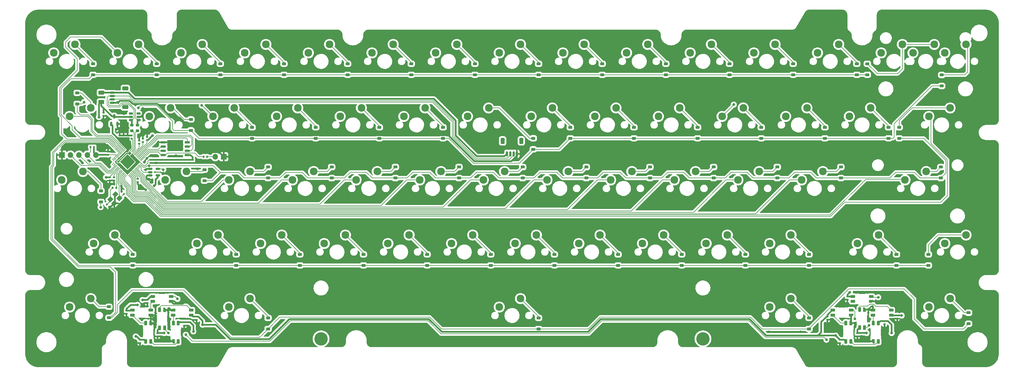
<source format=gbr>
%TF.GenerationSoftware,KiCad,Pcbnew,(7.0.0-0)*%
%TF.CreationDate,2023-06-03T23:25:32-07:00*%
%TF.ProjectId,popstar_plateless,706f7073-7461-4725-9f70-6c6174656c65,rev?*%
%TF.SameCoordinates,Original*%
%TF.FileFunction,Copper,L2,Bot*%
%TF.FilePolarity,Positive*%
%FSLAX46Y46*%
G04 Gerber Fmt 4.6, Leading zero omitted, Abs format (unit mm)*
G04 Created by KiCad (PCBNEW (7.0.0-0)) date 2023-06-03 23:25:32*
%MOMM*%
%LPD*%
G01*
G04 APERTURE LIST*
G04 Aperture macros list*
%AMRoundRect*
0 Rectangle with rounded corners*
0 $1 Rounding radius*
0 $2 $3 $4 $5 $6 $7 $8 $9 X,Y pos of 4 corners*
0 Add a 4 corners polygon primitive as box body*
4,1,4,$2,$3,$4,$5,$6,$7,$8,$9,$2,$3,0*
0 Add four circle primitives for the rounded corners*
1,1,$1+$1,$2,$3*
1,1,$1+$1,$4,$5*
1,1,$1+$1,$6,$7*
1,1,$1+$1,$8,$9*
0 Add four rect primitives between the rounded corners*
20,1,$1+$1,$2,$3,$4,$5,0*
20,1,$1+$1,$4,$5,$6,$7,0*
20,1,$1+$1,$6,$7,$8,$9,0*
20,1,$1+$1,$8,$9,$2,$3,0*%
%AMRotRect*
0 Rectangle, with rotation*
0 The origin of the aperture is its center*
0 $1 length*
0 $2 width*
0 $3 Rotation angle, in degrees counterclockwise*
0 Add horizontal line*
21,1,$1,$2,0,0,$3*%
%AMFreePoly0*
4,1,18,-0.410000,0.593000,-0.403758,0.624380,-0.385983,0.650983,-0.359380,0.668758,-0.328000,0.675000,0.328000,0.675000,0.359380,0.668758,0.385983,0.650983,0.403758,0.624380,0.410000,0.593000,0.410000,-0.593000,0.403758,-0.624380,0.385983,-0.650983,0.359380,-0.668758,0.328000,-0.675000,0.000000,-0.675000,-0.410000,-0.265000,-0.410000,0.593000,-0.410000,0.593000,$1*%
G04 Aperture macros list end*
%TA.AperFunction,ComponentPad*%
%ADD10C,2.300000*%
%TD*%
%TA.AperFunction,ComponentPad*%
%ADD11C,4.000000*%
%TD*%
%TA.AperFunction,SMDPad,CuDef*%
%ADD12RoundRect,0.140000X0.170000X-0.140000X0.170000X0.140000X-0.170000X0.140000X-0.170000X-0.140000X0*%
%TD*%
%TA.AperFunction,SMDPad,CuDef*%
%ADD13RoundRect,0.140000X0.219203X0.021213X0.021213X0.219203X-0.219203X-0.021213X-0.021213X-0.219203X0*%
%TD*%
%TA.AperFunction,ComponentPad*%
%ADD14R,1.700000X1.700000*%
%TD*%
%TA.AperFunction,ComponentPad*%
%ADD15O,1.700000X1.700000*%
%TD*%
%TA.AperFunction,SMDPad,CuDef*%
%ADD16RoundRect,0.225000X0.375000X-0.225000X0.375000X0.225000X-0.375000X0.225000X-0.375000X-0.225000X0*%
%TD*%
%TA.AperFunction,SMDPad,CuDef*%
%ADD17RoundRect,0.150000X-0.650000X-0.150000X0.650000X-0.150000X0.650000X0.150000X-0.650000X0.150000X0*%
%TD*%
%TA.AperFunction,SMDPad,CuDef*%
%ADD18RoundRect,0.200000X-0.275000X0.200000X-0.275000X-0.200000X0.275000X-0.200000X0.275000X0.200000X0*%
%TD*%
%TA.AperFunction,SMDPad,CuDef*%
%ADD19RoundRect,0.150000X-0.150000X-0.625000X0.150000X-0.625000X0.150000X0.625000X-0.150000X0.625000X0*%
%TD*%
%TA.AperFunction,SMDPad,CuDef*%
%ADD20RoundRect,0.250000X-0.350000X-0.650000X0.350000X-0.650000X0.350000X0.650000X-0.350000X0.650000X0*%
%TD*%
%TA.AperFunction,SMDPad,CuDef*%
%ADD21RoundRect,0.140000X-0.170000X0.140000X-0.170000X-0.140000X0.170000X-0.140000X0.170000X0.140000X0*%
%TD*%
%TA.AperFunction,SMDPad,CuDef*%
%ADD22RoundRect,0.050000X0.309359X-0.238649X-0.238649X0.309359X-0.309359X0.238649X0.238649X-0.309359X0*%
%TD*%
%TA.AperFunction,SMDPad,CuDef*%
%ADD23RoundRect,0.050000X0.309359X0.238649X0.238649X0.309359X-0.309359X-0.238649X-0.238649X-0.309359X0*%
%TD*%
%TA.AperFunction,ComponentPad*%
%ADD24C,0.600000*%
%TD*%
%TA.AperFunction,SMDPad,CuDef*%
%ADD25RoundRect,0.144000X2.059095X0.000000X0.000000X2.059095X-2.059095X0.000000X0.000000X-2.059095X0*%
%TD*%
%TA.AperFunction,SMDPad,CuDef*%
%ADD26RoundRect,0.150000X0.150000X-0.512500X0.150000X0.512500X-0.150000X0.512500X-0.150000X-0.512500X0*%
%TD*%
%TA.AperFunction,SMDPad,CuDef*%
%ADD27RoundRect,0.082000X0.593000X-0.328000X0.593000X0.328000X-0.593000X0.328000X-0.593000X-0.328000X0*%
%TD*%
%TA.AperFunction,SMDPad,CuDef*%
%ADD28FreePoly0,90.000000*%
%TD*%
%TA.AperFunction,SMDPad,CuDef*%
%ADD29RoundRect,0.250000X-0.625000X0.375000X-0.625000X-0.375000X0.625000X-0.375000X0.625000X0.375000X0*%
%TD*%
%TA.AperFunction,SMDPad,CuDef*%
%ADD30RoundRect,0.135000X-0.135000X-0.185000X0.135000X-0.185000X0.135000X0.185000X-0.135000X0.185000X0*%
%TD*%
%TA.AperFunction,SMDPad,CuDef*%
%ADD31RoundRect,0.150000X-0.625000X0.150000X-0.625000X-0.150000X0.625000X-0.150000X0.625000X0.150000X0*%
%TD*%
%TA.AperFunction,SMDPad,CuDef*%
%ADD32RoundRect,0.250000X-0.650000X0.350000X-0.650000X-0.350000X0.650000X-0.350000X0.650000X0.350000X0*%
%TD*%
%TA.AperFunction,SMDPad,CuDef*%
%ADD33RoundRect,0.082000X-0.328000X-0.593000X0.328000X-0.593000X0.328000X0.593000X-0.328000X0.593000X0*%
%TD*%
%TA.AperFunction,SMDPad,CuDef*%
%ADD34FreePoly0,0.000000*%
%TD*%
%TA.AperFunction,SMDPad,CuDef*%
%ADD35RoundRect,0.082000X-0.593000X0.328000X-0.593000X-0.328000X0.593000X-0.328000X0.593000X0.328000X0*%
%TD*%
%TA.AperFunction,SMDPad,CuDef*%
%ADD36FreePoly0,270.000000*%
%TD*%
%TA.AperFunction,SMDPad,CuDef*%
%ADD37RoundRect,0.140000X-0.140000X-0.170000X0.140000X-0.170000X0.140000X0.170000X-0.140000X0.170000X0*%
%TD*%
%TA.AperFunction,SMDPad,CuDef*%
%ADD38RoundRect,0.082000X0.328000X0.593000X-0.328000X0.593000X-0.328000X-0.593000X0.328000X-0.593000X0*%
%TD*%
%TA.AperFunction,SMDPad,CuDef*%
%ADD39FreePoly0,180.000000*%
%TD*%
%TA.AperFunction,SMDPad,CuDef*%
%ADD40RotRect,1.400000X1.200000X45.000000*%
%TD*%
%TA.AperFunction,SMDPad,CuDef*%
%ADD41RoundRect,0.140000X0.140000X0.170000X-0.140000X0.170000X-0.140000X-0.170000X0.140000X-0.170000X0*%
%TD*%
%TA.AperFunction,SMDPad,CuDef*%
%ADD42RoundRect,0.140000X-0.219203X-0.021213X-0.021213X-0.219203X0.219203X0.021213X0.021213X0.219203X0*%
%TD*%
%TA.AperFunction,SMDPad,CuDef*%
%ADD43RoundRect,0.135000X0.135000X0.185000X-0.135000X0.185000X-0.135000X-0.185000X0.135000X-0.185000X0*%
%TD*%
%TA.AperFunction,SMDPad,CuDef*%
%ADD44RoundRect,0.150000X0.475000X0.150000X-0.475000X0.150000X-0.475000X-0.150000X0.475000X-0.150000X0*%
%TD*%
%TA.AperFunction,SMDPad,CuDef*%
%ADD45RoundRect,0.150000X-0.512500X-0.150000X0.512500X-0.150000X0.512500X0.150000X-0.512500X0.150000X0*%
%TD*%
%TA.AperFunction,ViaPad*%
%ADD46C,0.800000*%
%TD*%
%TA.AperFunction,ViaPad*%
%ADD47C,0.600000*%
%TD*%
%TA.AperFunction,Conductor*%
%ADD48C,0.200000*%
%TD*%
%TA.AperFunction,Conductor*%
%ADD49C,0.500000*%
%TD*%
G04 APERTURE END LIST*
D10*
%TO.P,SW15,1,1*%
%TO.N,COL13*%
X294640000Y-38735000D03*
%TO.P,SW15,2,2*%
%TO.N,Net-(D26-A)*%
X300990000Y-36195000D03*
%TD*%
%TO.P,SW22,1,1*%
%TO.N,COL05*%
X142240000Y-57785000D03*
%TO.P,SW22,2,2*%
%TO.N,Net-(D32-A)*%
X148590000Y-55245000D03*
%TD*%
%TO.P,SW55,1,1*%
%TO.N,COL12*%
X304165000Y-95885000D03*
%TO.P,SW55,2,2*%
%TO.N,Net-(D65-A)*%
X310515000Y-93345000D03*
%TD*%
%TO.P,SW29,1,1*%
%TO.N,COL12*%
X275590000Y-57785000D03*
%TO.P,SW29,2,2*%
%TO.N,Net-(D39-A)*%
X281940000Y-55245000D03*
%TD*%
%TO.P,SW33,1,1*%
%TO.N,COL03*%
X108902500Y-76835000D03*
%TO.P,SW33,2,2*%
%TO.N,Net-(D43-A)*%
X115252500Y-74295000D03*
%TD*%
%TO.P,SW25,1,1*%
%TO.N,COL08*%
X199390000Y-57785000D03*
%TO.P,SW25,2,2*%
%TO.N,Net-(D35-A)*%
X205740000Y-55245000D03*
%TD*%
%TO.P,SW53,1,1*%
%TO.N,COL10*%
X251777500Y-95885000D03*
%TO.P,SW53,2,2*%
%TO.N,Net-(D63-A)*%
X258127500Y-93345000D03*
%TD*%
%TO.P,SW17,1,1*%
%TO.N,COL00*%
X42227500Y-57785000D03*
%TO.P,SW17,2,2*%
%TO.N,Net-(D27-A)*%
X48577500Y-55245000D03*
%TD*%
%TO.P,SW41,1,1*%
%TO.N,COL11*%
X261302500Y-76835000D03*
%TO.P,SW41,2,2*%
%TO.N,Net-(D51-A)*%
X267652500Y-74295000D03*
%TD*%
%TO.P,SW36,1,1*%
%TO.N,COL06*%
X166052500Y-76835000D03*
%TO.P,SW36,2,2*%
%TO.N,Net-(D46-A)*%
X172402500Y-74295000D03*
%TD*%
%TO.P,SW47,1,1*%
%TO.N,COL04*%
X137477500Y-95885000D03*
%TO.P,SW47,2,2*%
%TO.N,Net-(D57-A)*%
X143827500Y-93345000D03*
%TD*%
%TO.P,SW11,1,1*%
%TO.N,COL09*%
X208915000Y-38735000D03*
%TO.P,SW11,2,2*%
%TO.N,Net-(D22-A)*%
X215265000Y-36195000D03*
%TD*%
%TO.P,SW45,1,1*%
%TO.N,COL02*%
X99377500Y-95885000D03*
%TO.P,SW45,2,2*%
%TO.N,Net-(D55-A)*%
X105727500Y-93345000D03*
%TD*%
%TO.P,SW57,1,1*%
%TO.N,COL02*%
X89852500Y-114935000D03*
%TO.P,SW57,2,2*%
%TO.N,Net-(D67-A)*%
X96202500Y-112395000D03*
%TD*%
%TO.P,SW56,1,1*%
%TO.N,COL00*%
X42227500Y-114935000D03*
%TO.P,SW56,2,2*%
%TO.N,Net-(D66-A)*%
X48577500Y-112395000D03*
%TD*%
%TO.P,SW24,1,1*%
%TO.N,COL07*%
X180340000Y-57785000D03*
%TO.P,SW24,2,2*%
%TO.N,Net-(D34-A)*%
X186690000Y-55245000D03*
%TD*%
%TO.P,SW59,1,1*%
%TO.N,COL10*%
X251777500Y-114935000D03*
%TO.P,SW59,2,2*%
%TO.N,Net-(D69-A)*%
X258127500Y-112395000D03*
%TD*%
%TO.P,SW7,1,1*%
%TO.N,COL05*%
X132715000Y-38735000D03*
%TO.P,SW7,2,2*%
%TO.N,Net-(D18-A)*%
X139065000Y-36195000D03*
%TD*%
%TO.P,SW20,1,1*%
%TO.N,COL03*%
X104140000Y-57785000D03*
%TO.P,SW20,2,2*%
%TO.N,Net-(D30-A)*%
X110490000Y-55245000D03*
%TD*%
%TO.P,SW2,1,1*%
%TO.N,COL00*%
X37465000Y-38735000D03*
%TO.P,SW2,2,2*%
%TO.N,Net-(D13-A)*%
X43815000Y-36195000D03*
%TD*%
%TO.P,SW31,1,1*%
%TO.N,COL01*%
X70802500Y-76835000D03*
%TO.P,SW31,2,2*%
%TO.N,Net-(D41-A)*%
X77152500Y-74295000D03*
%TD*%
%TO.P,SW27,1,1*%
%TO.N,COL10*%
X237490000Y-57785000D03*
%TO.P,SW27,2,2*%
%TO.N,Net-(D37-A)*%
X243840000Y-55245000D03*
%TD*%
%TO.P,SW32,1,1*%
%TO.N,COL02*%
X89852500Y-76835000D03*
%TO.P,SW32,2,2*%
%TO.N,Net-(D42-A)*%
X96202500Y-74295000D03*
%TD*%
%TO.P,SW34,1,1*%
%TO.N,COL04*%
X127952500Y-76835000D03*
%TO.P,SW34,2,2*%
%TO.N,Net-(D44-A)*%
X134302500Y-74295000D03*
%TD*%
%TO.P,SW37,1,1*%
%TO.N,COL07*%
X185102500Y-76835000D03*
%TO.P,SW37,2,2*%
%TO.N,Net-(D47-A)*%
X191452500Y-74295000D03*
%TD*%
%TO.P,SW10,1,1*%
%TO.N,COL08*%
X189865000Y-38735000D03*
%TO.P,SW10,2,2*%
%TO.N,Net-(D21-A)*%
X196215000Y-36195000D03*
%TD*%
%TO.P,SW21,1,1*%
%TO.N,COL04*%
X123190000Y-57785000D03*
%TO.P,SW21,2,2*%
%TO.N,Net-(D31-A)*%
X129540000Y-55245000D03*
%TD*%
%TO.P,SW3,1,1*%
%TO.N,COL01*%
X56515000Y-38735000D03*
%TO.P,SW3,2,2*%
%TO.N,Net-(D14-A)*%
X62865000Y-36195000D03*
%TD*%
%TO.P,SW38,1,1*%
%TO.N,COL08*%
X204152500Y-76835000D03*
%TO.P,SW38,2,2*%
%TO.N,Net-(D48-A)*%
X210502500Y-74295000D03*
%TD*%
%TO.P,SW50,1,1*%
%TO.N,COL07*%
X194627500Y-95885000D03*
%TO.P,SW50,2,2*%
%TO.N,Net-(D60-A)*%
X200977500Y-93345000D03*
%TD*%
%TO.P,SW52,1,1*%
%TO.N,COL09*%
X232727500Y-95885000D03*
%TO.P,SW52,2,2*%
%TO.N,Net-(D62-A)*%
X239077500Y-93345000D03*
%TD*%
%TO.P,SW13,1,1*%
%TO.N,COL11*%
X247015000Y-38735000D03*
%TO.P,SW13,2,2*%
%TO.N,Net-(D24-A)*%
X253365000Y-36195000D03*
%TD*%
%TO.P,SW35,1,1*%
%TO.N,COL05*%
X147002500Y-76835000D03*
%TO.P,SW35,2,2*%
%TO.N,Net-(D45-A)*%
X153352500Y-74295000D03*
%TD*%
%TO.P,SW39,1,1*%
%TO.N,COL09*%
X223202500Y-76835000D03*
%TO.P,SW39,2,2*%
%TO.N,Net-(D49-A)*%
X229552500Y-74295000D03*
%TD*%
%TO.P,SW23,1,1*%
%TO.N,COL06*%
X161290000Y-57785000D03*
%TO.P,SW23,2,2*%
%TO.N,Net-(D33-A)*%
X167640000Y-55245000D03*
%TD*%
%TO.P,SW51,1,1*%
%TO.N,COL08*%
X213677500Y-95885000D03*
%TO.P,SW51,2,2*%
%TO.N,Net-(D61-A)*%
X220027500Y-93345000D03*
%TD*%
%TO.P,SW43,1,1*%
%TO.N,COL00*%
X49371250Y-95885000D03*
%TO.P,SW43,2,2*%
%TO.N,Net-(D53-A)*%
X55721250Y-93345000D03*
%TD*%
%TO.P,SW61,1,1*%
%TO.N,COL13*%
X304165000Y-38735000D03*
%TO.P,SW61,2,2*%
%TO.N,Net-(D71-A)*%
X310515000Y-36195000D03*
%TD*%
%TO.P,SW44,1,1*%
%TO.N,COL01*%
X80327500Y-95885000D03*
%TO.P,SW44,2,2*%
%TO.N,Net-(D54-A)*%
X86677500Y-93345000D03*
%TD*%
%TO.P,SW58,1,1*%
%TO.N,COL06*%
X170815000Y-114935000D03*
%TO.P,SW58,2,2*%
%TO.N,Net-(D68-A)*%
X177165000Y-112395000D03*
%TD*%
D11*
%TO.P,S3,*%
%TO.N,*%
X231775000Y-124460000D03*
X117475000Y-124460000D03*
%TD*%
D10*
%TO.P,SW18,1,1*%
%TO.N,COL01*%
X66040000Y-57785000D03*
%TO.P,SW18,2,2*%
%TO.N,Net-(D28-A)*%
X72390000Y-55245000D03*
%TD*%
%TO.P,SW5,1,1*%
%TO.N,COL03*%
X94615000Y-38735000D03*
%TO.P,SW5,2,2*%
%TO.N,Net-(D16-A)*%
X100965000Y-36195000D03*
%TD*%
%TO.P,SW6,1,1*%
%TO.N,COL04*%
X113665000Y-38735000D03*
%TO.P,SW6,2,2*%
%TO.N,Net-(D17-A)*%
X120015000Y-36195000D03*
%TD*%
%TO.P,SW28,1,1*%
%TO.N,COL11*%
X256540000Y-57785000D03*
%TO.P,SW28,2,2*%
%TO.N,Net-(D38-A)*%
X262890000Y-55245000D03*
%TD*%
%TO.P,SW48,1,1*%
%TO.N,COL05*%
X156527500Y-95885000D03*
%TO.P,SW48,2,2*%
%TO.N,Net-(D58-A)*%
X162877500Y-93345000D03*
%TD*%
%TO.P,SW60,1,1*%
%TO.N,COL13*%
X299402500Y-114935000D03*
%TO.P,SW60,2,2*%
%TO.N,Net-(D70-A)*%
X305752500Y-112395000D03*
%TD*%
%TO.P,SW49,1,1*%
%TO.N,COL06*%
X175577500Y-95885000D03*
%TO.P,SW49,2,2*%
%TO.N,Net-(D59-A)*%
X181927500Y-93345000D03*
%TD*%
%TO.P,SW30,1,1*%
%TO.N,COL00*%
X39846250Y-76835000D03*
%TO.P,SW30,2,2*%
%TO.N,Net-(D40-A)*%
X46196250Y-74295000D03*
%TD*%
%TO.P,SW26,1,1*%
%TO.N,COL09*%
X218440000Y-57785000D03*
%TO.P,SW26,2,2*%
%TO.N,Net-(D36-A)*%
X224790000Y-55245000D03*
%TD*%
%TO.P,SW62,1,1*%
%TO.N,COL13*%
X299402500Y-57785000D03*
%TO.P,SW62,2,2*%
%TO.N,Net-(D72-A)*%
X305752500Y-55245000D03*
%TD*%
%TO.P,SW16,1,1*%
%TO.N,COL13*%
X285115000Y-38735000D03*
%TO.P,SW16,2,2*%
%TO.N,Net-(D26-A)*%
X291465000Y-36195000D03*
%TD*%
%TO.P,SW14,1,1*%
%TO.N,COL12*%
X266065000Y-38735000D03*
%TO.P,SW14,2,2*%
%TO.N,Net-(D25-A)*%
X272415000Y-36195000D03*
%TD*%
%TO.P,SW46,1,1*%
%TO.N,COL03*%
X118427500Y-95885000D03*
%TO.P,SW46,2,2*%
%TO.N,Net-(D56-A)*%
X124777500Y-93345000D03*
%TD*%
%TO.P,SW40,1,1*%
%TO.N,COL10*%
X242252500Y-76835000D03*
%TO.P,SW40,2,2*%
%TO.N,Net-(D50-A)*%
X248602500Y-74295000D03*
%TD*%
%TO.P,SW12,1,1*%
%TO.N,COL10*%
X227965000Y-38735000D03*
%TO.P,SW12,2,2*%
%TO.N,Net-(D23-A)*%
X234315000Y-36195000D03*
%TD*%
%TO.P,SW9,1,1*%
%TO.N,COL07*%
X170815000Y-38735000D03*
%TO.P,SW9,2,2*%
%TO.N,Net-(D20-A)*%
X177165000Y-36195000D03*
%TD*%
%TO.P,SW19,1,1*%
%TO.N,COL02*%
X85090000Y-57785000D03*
%TO.P,SW19,2,2*%
%TO.N,Net-(D29-A)*%
X91440000Y-55245000D03*
%TD*%
%TO.P,SW42,1,1*%
%TO.N,COL12*%
X292258750Y-76835000D03*
%TO.P,SW42,2,2*%
%TO.N,Net-(D52-A)*%
X298608750Y-74295000D03*
%TD*%
%TO.P,SW4,1,1*%
%TO.N,COL02*%
X75565000Y-38735000D03*
%TO.P,SW4,2,2*%
%TO.N,Net-(D15-A)*%
X81915000Y-36195000D03*
%TD*%
%TO.P,SW8,1,1*%
%TO.N,COL06*%
X151765000Y-38735000D03*
%TO.P,SW8,2,2*%
%TO.N,Net-(D19-A)*%
X158115000Y-36195000D03*
%TD*%
%TO.P,SW54,1,1*%
%TO.N,COL11*%
X277971250Y-95885000D03*
%TO.P,SW54,2,2*%
%TO.N,Net-(D64-A)*%
X284321250Y-93345000D03*
%TD*%
D12*
%TO.P,C4,1*%
%TO.N,+3V3*%
X57200000Y-64480000D03*
%TO.P,C4,2*%
%TO.N,GND*%
X57200000Y-63520000D03*
%TD*%
D13*
%TO.P,C14,1*%
%TO.N,GND*%
X54057411Y-84871411D03*
%TO.P,C14,2*%
%TO.N,/XTAL_O*%
X53378589Y-84192589D03*
%TD*%
D14*
%TO.P,J2,1,Pin_1*%
%TO.N,GND*%
X39919999Y-69341999D03*
D15*
%TO.P,J2,2,Pin_2*%
%TO.N,SWCLK*%
X42459999Y-69341999D03*
%TO.P,J2,3,Pin_3*%
%TO.N,SWD*%
X44999999Y-69341999D03*
%TO.P,J2,4,Pin_4*%
%TO.N,~{RESET}*%
X47539999Y-69341999D03*
%TO.P,J2,5,Pin_5*%
%TO.N,+3V3*%
X50079999Y-69341999D03*
%TD*%
D16*
%TO.P,D60,1,K*%
%TO.N,ROW3*%
X206375000Y-102456250D03*
%TO.P,D60,2,A*%
%TO.N,Net-(D60-A)*%
X206375000Y-99156250D03*
%TD*%
%TO.P,D53,1,K*%
%TO.N,ROW3*%
X61118750Y-102456250D03*
%TO.P,D53,2,A*%
%TO.N,Net-(D53-A)*%
X61118750Y-99156250D03*
%TD*%
D17*
%TO.P,U4,1,~{CS}*%
%TO.N,CS*%
X70218750Y-69373750D03*
%TO.P,U4,2,DO(IO1)*%
%TO.N,SD1*%
X70218750Y-68103750D03*
%TO.P,U4,3,IO2*%
%TO.N,SD2*%
X70218750Y-66833750D03*
%TO.P,U4,4,GND*%
%TO.N,GND*%
X70218750Y-65563750D03*
%TO.P,U4,5,DI(IO0)*%
%TO.N,SD0*%
X77418750Y-65563750D03*
%TO.P,U4,6,CLK*%
%TO.N,QSPI_CLK*%
X77418750Y-66833750D03*
%TO.P,U4,7,IO3*%
%TO.N,SD3*%
X77418750Y-68103750D03*
%TO.P,U4,8,VCC*%
%TO.N,+3V3*%
X77418750Y-69373750D03*
%TD*%
D16*
%TO.P,D28,1,K*%
%TO.N,ROW1*%
X78500000Y-61975000D03*
%TO.P,D28,2,A*%
%TO.N,Net-(D28-A)*%
X78500000Y-58675000D03*
%TD*%
%TO.P,D34,1,K*%
%TO.N,ROW1*%
X192087500Y-64356250D03*
%TO.P,D34,2,A*%
%TO.N,Net-(D34-A)*%
X192087500Y-61056250D03*
%TD*%
%TO.P,D19,1,K*%
%TO.N,ROW0*%
X163512500Y-45306250D03*
%TO.P,D19,2,A*%
%TO.N,Net-(D19-A)*%
X163512500Y-42006250D03*
%TD*%
%TO.P,D26,1,K*%
%TO.N,ROW0*%
X280987500Y-45306250D03*
%TO.P,D26,2,A*%
%TO.N,Net-(D26-A)*%
X280987500Y-42006250D03*
%TD*%
%TO.P,D18,1,K*%
%TO.N,ROW0*%
X144462500Y-45306250D03*
%TO.P,D18,2,A*%
%TO.N,Net-(D18-A)*%
X144462500Y-42006250D03*
%TD*%
D18*
%TO.P,R2,1*%
%TO.N,D_P*%
X62484000Y-60425000D03*
%TO.P,R2,2*%
%TO.N,/D_+*%
X62484000Y-62075000D03*
%TD*%
D19*
%TO.P,J1,1,Pin_1*%
%TO.N,VBUS*%
X173100000Y-69000000D03*
%TO.P,J1,2,Pin_2*%
%TO.N,D_N*%
X174100000Y-69000000D03*
%TO.P,J1,3,Pin_3*%
%TO.N,D_P*%
X175100000Y-69000000D03*
%TO.P,J1,4,Pin_4*%
%TO.N,GND*%
X176100000Y-69000000D03*
D20*
%TO.P,J1,MP*%
%TO.N,N/C*%
X171800000Y-65125000D03*
X177400000Y-65125000D03*
%TD*%
D16*
%TO.P,D22,1,K*%
%TO.N,ROW0*%
X220662500Y-45306250D03*
%TO.P,D22,2,A*%
%TO.N,Net-(D22-A)*%
X220662500Y-42006250D03*
%TD*%
D21*
%TO.P,C23,1*%
%TO.N,5V*%
X80250000Y-117820000D03*
%TO.P,C23,2*%
%TO.N,GND*%
X80250000Y-118780000D03*
%TD*%
D16*
%TO.P,D72,1,K*%
%TO.N,ROW2*%
X290512500Y-64356250D03*
%TO.P,D72,2,A*%
%TO.N,Net-(D72-A)*%
X290512500Y-61056250D03*
%TD*%
%TO.P,D51,1,K*%
%TO.N,ROW2*%
X273050000Y-76262500D03*
%TO.P,D51,2,A*%
%TO.N,Net-(D51-A)*%
X273050000Y-72962500D03*
%TD*%
%TO.P,D31,1,K*%
%TO.N,ROW1*%
X134937500Y-64356250D03*
%TO.P,D31,2,A*%
%TO.N,Net-(D31-A)*%
X134937500Y-61056250D03*
%TD*%
%TO.P,D27,1,K*%
%TO.N,ROW1*%
X44450000Y-54037500D03*
%TO.P,D27,2,A*%
%TO.N,Net-(D27-A)*%
X44450000Y-50737500D03*
%TD*%
%TO.P,D54,1,K*%
%TO.N,ROW3*%
X92075000Y-102456250D03*
%TO.P,D54,2,A*%
%TO.N,Net-(D54-A)*%
X92075000Y-99156250D03*
%TD*%
D21*
%TO.P,C5,1*%
%TO.N,+3V3*%
X66421000Y-70767000D03*
%TO.P,C5,2*%
%TO.N,GND*%
X66421000Y-71727000D03*
%TD*%
D16*
%TO.P,D67,1,K*%
%TO.N,ROW4*%
X101600000Y-121506250D03*
%TO.P,D67,2,A*%
%TO.N,Net-(D67-A)*%
X101600000Y-118206250D03*
%TD*%
%TO.P,D40,1,K*%
%TO.N,ROW2*%
X51593750Y-83406250D03*
%TO.P,D40,2,A*%
%TO.N,Net-(D40-A)*%
X51593750Y-80106250D03*
%TD*%
%TO.P,D46,1,K*%
%TO.N,ROW2*%
X177800000Y-76262500D03*
%TO.P,D46,2,A*%
%TO.N,Net-(D46-A)*%
X177800000Y-72962500D03*
%TD*%
%TO.P,D42,1,K*%
%TO.N,ROW2*%
X101600000Y-76262500D03*
%TO.P,D42,2,A*%
%TO.N,Net-(D42-A)*%
X101600000Y-72962500D03*
%TD*%
%TO.P,D17,1,K*%
%TO.N,ROW0*%
X125412500Y-45306250D03*
%TO.P,D17,2,A*%
%TO.N,Net-(D17-A)*%
X125412500Y-42006250D03*
%TD*%
%TO.P,D41,1,K*%
%TO.N,ROW2*%
X82550000Y-77056250D03*
%TO.P,D41,2,A*%
%TO.N,Net-(D41-A)*%
X82550000Y-73756250D03*
%TD*%
%TO.P,D69,1,K*%
%TO.N,ROW4*%
X263525000Y-121506250D03*
%TO.P,D69,2,A*%
%TO.N,Net-(D69-A)*%
X263525000Y-118206250D03*
%TD*%
D22*
%TO.P,U6,1,IOVDD*%
%TO.N,+3V3*%
X63800407Y-72029702D03*
%TO.P,U6,2,GPIO0*%
%TO.N,ROW2*%
X63517564Y-72312545D03*
%TO.P,U6,3,GPIO1*%
%TO.N,ARGB_3V3*%
X63234722Y-72595387D03*
%TO.P,U6,4,GPIO2*%
%TO.N,unconnected-(U6-GPIO2-Pad4)*%
X62951879Y-72878230D03*
%TO.P,U6,5,GPIO3*%
%TO.N,unconnected-(U6-GPIO3-Pad5)*%
X62669036Y-73161073D03*
%TO.P,U6,6,GPIO4*%
%TO.N,COL02*%
X62386194Y-73443915D03*
%TO.P,U6,7,GPIO5*%
%TO.N,COL03*%
X62103351Y-73726758D03*
%TO.P,U6,8,GPIO6*%
%TO.N,COL04*%
X61820508Y-74009601D03*
%TO.P,U6,9,GPIO7*%
%TO.N,COL05*%
X61537665Y-74292444D03*
%TO.P,U6,10,IOVDD*%
%TO.N,+3V3*%
X61254823Y-74575286D03*
%TO.P,U6,11,GPIO8*%
%TO.N,COL06*%
X60971980Y-74858129D03*
%TO.P,U6,12,GPIO9*%
%TO.N,COL07*%
X60689137Y-75140972D03*
%TO.P,U6,13,GPIO10*%
%TO.N,COL08*%
X60406295Y-75423814D03*
%TO.P,U6,14,GPIO11*%
%TO.N,COL09*%
X60123452Y-75706657D03*
D23*
%TO.P,U6,15,GPIO12*%
%TO.N,COL10*%
X58939048Y-75706657D03*
%TO.P,U6,16,GPIO13*%
%TO.N,COL11*%
X58656205Y-75423814D03*
%TO.P,U6,17,GPIO14*%
%TO.N,COL12*%
X58373363Y-75140972D03*
%TO.P,U6,18,GPIO15*%
%TO.N,COL13*%
X58090520Y-74858129D03*
%TO.P,U6,19,TESTEN*%
%TO.N,GND*%
X57807677Y-74575286D03*
%TO.P,U6,20,XTAL_IN*%
%TO.N,XTAL_IN*%
X57524835Y-74292444D03*
%TO.P,U6,21,XTAL_OUT*%
%TO.N,XTAL_OUT*%
X57241992Y-74009601D03*
%TO.P,U6,22,IOVDD*%
%TO.N,+3V3*%
X56959149Y-73726758D03*
%TO.P,U6,23,DVDD*%
%TO.N,+1V1*%
X56676306Y-73443915D03*
%TO.P,U6,24,SWCLK*%
%TO.N,SWCLK*%
X56393464Y-73161073D03*
%TO.P,U6,25,SWDIO*%
%TO.N,SWD*%
X56110621Y-72878230D03*
%TO.P,U6,26,~{RUN}*%
%TO.N,~{RESET}*%
X55827778Y-72595387D03*
%TO.P,U6,27,GPIO16*%
%TO.N,unconnected-(U6-GPIO16-Pad27)*%
X55544936Y-72312545D03*
%TO.P,U6,28,GPIO17*%
%TO.N,unconnected-(U6-GPIO17-Pad28)*%
X55262093Y-72029702D03*
D22*
%TO.P,U6,29,GPIO18*%
%TO.N,unconnected-(U6-GPIO18-Pad29)*%
X55262093Y-70845298D03*
%TO.P,U6,30,GPIO19*%
%TO.N,unconnected-(U6-GPIO19-Pad30)*%
X55544936Y-70562455D03*
%TO.P,U6,31,GPIO20*%
%TO.N,unconnected-(U6-GPIO20-Pad31)*%
X55827778Y-70279613D03*
%TO.P,U6,32,GPIO21*%
%TO.N,unconnected-(U6-GPIO21-Pad32)*%
X56110621Y-69996770D03*
%TO.P,U6,33,IOVDD*%
%TO.N,+3V3*%
X56393464Y-69713927D03*
%TO.P,U6,34,GPIO22*%
%TO.N,unconnected-(U6-GPIO22-Pad34)*%
X56676306Y-69431085D03*
%TO.P,U6,35,GPIO23*%
%TO.N,unconnected-(U6-GPIO23-Pad35)*%
X56959149Y-69148242D03*
%TO.P,U6,36,GPIO24*%
%TO.N,ROW3*%
X57241992Y-68865399D03*
%TO.P,U6,37,GPIO25*%
%TO.N,ROW4*%
X57524835Y-68582556D03*
%TO.P,U6,38,GPIO26/ADC0*%
%TO.N,COL01*%
X57807677Y-68299714D03*
%TO.P,U6,39,GPIO27/ADC1*%
%TO.N,ROW0*%
X58090520Y-68016871D03*
%TO.P,U6,40,GPIO28/ADC2*%
%TO.N,COL00*%
X58373363Y-67734028D03*
%TO.P,U6,41,GPIO29/ADC3*%
%TO.N,ROW1*%
X58656205Y-67451186D03*
%TO.P,U6,42,IOVDD*%
%TO.N,+3V3*%
X58939048Y-67168343D03*
D23*
%TO.P,U6,43,ADC_AVDD*%
X60123452Y-67168343D03*
%TO.P,U6,44,VREG_VIN*%
X60406295Y-67451186D03*
%TO.P,U6,45,VREG_VOUT*%
%TO.N,+1V1*%
X60689137Y-67734028D03*
%TO.P,U6,46,D-*%
%TO.N,/D_-*%
X60971980Y-68016871D03*
%TO.P,U6,47,D+*%
%TO.N,/D_+*%
X61254823Y-68299714D03*
%TO.P,U6,48,USB_VDD*%
%TO.N,+3V3*%
X61537665Y-68582556D03*
%TO.P,U6,49,IOVDD*%
X61820508Y-68865399D03*
%TO.P,U6,50,DVDD*%
%TO.N,+1V1*%
X62103351Y-69148242D03*
%TO.P,U6,51,QSPI_SD3*%
%TO.N,SD3*%
X62386194Y-69431085D03*
%TO.P,U6,52,QSPI_SCLK*%
%TO.N,QSPI_CLK*%
X62669036Y-69713927D03*
%TO.P,U6,53,QSPI_SD0*%
%TO.N,SD0*%
X62951879Y-69996770D03*
%TO.P,U6,54,QSPI_SD2*%
%TO.N,SD2*%
X63234722Y-70279613D03*
%TO.P,U6,55,QSPI_SD1*%
%TO.N,SD1*%
X63517564Y-70562455D03*
%TO.P,U6,56,QSPI_SS_N*%
%TO.N,CS*%
X63800407Y-70845298D03*
D24*
%TO.P,U6,57,GND*%
%TO.N,GND*%
X59531250Y-73240622D03*
X60432811Y-72339061D03*
X61334372Y-71437500D03*
X58629689Y-72339061D03*
X59531250Y-71437500D03*
D25*
X59531250Y-71437500D03*
D24*
X60432811Y-70535939D03*
X57728128Y-71437500D03*
X58629689Y-70535939D03*
X59531250Y-69634378D03*
%TD*%
D16*
%TO.P,D37,1,K*%
%TO.N,ROW1*%
X249237500Y-64356250D03*
%TO.P,D37,2,A*%
%TO.N,Net-(D37-A)*%
X249237500Y-61056250D03*
%TD*%
%TO.P,D15,1,K*%
%TO.N,ROW0*%
X87312500Y-45306250D03*
%TO.P,D15,2,A*%
%TO.N,Net-(D15-A)*%
X87312500Y-42006250D03*
%TD*%
D12*
%TO.P,C10,1*%
%TO.N,+3V3*%
X59600000Y-64480000D03*
%TO.P,C10,2*%
%TO.N,GND*%
X59600000Y-63520000D03*
%TD*%
D16*
%TO.P,D35,1,K*%
%TO.N,ROW1*%
X211137500Y-64356250D03*
%TO.P,D35,2,A*%
%TO.N,Net-(D35-A)*%
X211137500Y-61056250D03*
%TD*%
D26*
%TO.P,U2,1,GND*%
%TO.N,GND*%
X56512500Y-60065500D03*
%TO.P,U2,2,VO*%
%TO.N,+3V3*%
X54612500Y-60065500D03*
%TO.P,U2,3,VI*%
%TO.N,5V*%
X55562500Y-57790500D03*
%TD*%
D16*
%TO.P,D44,1,K*%
%TO.N,ROW2*%
X139700000Y-76262500D03*
%TO.P,D44,2,A*%
%TO.N,Net-(D44-A)*%
X139700000Y-72962500D03*
%TD*%
D21*
%TO.P,C25,1*%
%TO.N,5V*%
X269000000Y-117770000D03*
%TO.P,C25,2*%
%TO.N,GND*%
X269000000Y-118730000D03*
%TD*%
D12*
%TO.P,C11,1*%
%TO.N,+3V3*%
X62992000Y-66012000D03*
%TO.P,C11,2*%
%TO.N,GND*%
X62992000Y-65052000D03*
%TD*%
D16*
%TO.P,D56,1,K*%
%TO.N,ROW3*%
X130175000Y-102456250D03*
%TO.P,D56,2,A*%
%TO.N,Net-(D56-A)*%
X130175000Y-99156250D03*
%TD*%
D27*
%TO.P,D12,1,VDD*%
%TO.N,5V*%
X276675000Y-111750000D03*
%TO.P,D12,2,DOUT*%
%TO.N,unconnected-(D12-DOUT-Pad2)*%
X276675000Y-113250000D03*
%TO.P,D12,3,DIN*%
%TO.N,Net-(D11-DOUT)*%
X282125000Y-111750000D03*
D28*
%TO.P,D12,4,VSS*%
%TO.N,GND*%
X282124999Y-113249999D03*
%TD*%
D27*
%TO.P,D1,1,VDD*%
%TO.N,5V*%
X67125000Y-111750000D03*
%TO.P,D1,2,DOUT*%
%TO.N,Net-(D1-DOUT)*%
X67125000Y-113250000D03*
%TO.P,D1,3,DIN*%
%TO.N,ARGB_5V*%
X72575000Y-111750000D03*
D28*
%TO.P,D1,4,VSS*%
%TO.N,GND*%
X72574999Y-113249999D03*
%TD*%
D16*
%TO.P,D30,1,K*%
%TO.N,ROW1*%
X115887500Y-64356250D03*
%TO.P,D30,2,A*%
%TO.N,Net-(D30-A)*%
X115887500Y-61056250D03*
%TD*%
%TO.P,D49,1,K*%
%TO.N,ROW2*%
X234950000Y-76262500D03*
%TO.P,D49,2,A*%
%TO.N,Net-(D49-A)*%
X234950000Y-72962500D03*
%TD*%
D27*
%TO.P,D2,1,VDD*%
%TO.N,5V*%
X61025000Y-115850000D03*
%TO.P,D2,2,DOUT*%
%TO.N,Net-(D2-DOUT)*%
X61025000Y-117350000D03*
%TO.P,D2,3,DIN*%
%TO.N,Net-(D1-DOUT)*%
X66475000Y-115850000D03*
D28*
%TO.P,D2,4,VSS*%
%TO.N,GND*%
X66474999Y-117349999D03*
%TD*%
D16*
%TO.P,D43,1,K*%
%TO.N,ROW2*%
X120650000Y-76262500D03*
%TO.P,D43,2,A*%
%TO.N,Net-(D43-A)*%
X120650000Y-72962500D03*
%TD*%
%TO.P,D58,1,K*%
%TO.N,ROW3*%
X168275000Y-102456250D03*
%TO.P,D58,2,A*%
%TO.N,Net-(D58-A)*%
X168275000Y-99156250D03*
%TD*%
D21*
%TO.P,C24,1*%
%TO.N,5V*%
X68500000Y-122770000D03*
%TO.P,C24,2*%
%TO.N,GND*%
X68500000Y-123730000D03*
%TD*%
D12*
%TO.P,C6,1*%
%TO.N,+3V3*%
X58400000Y-64480000D03*
%TO.P,C6,2*%
%TO.N,GND*%
X58400000Y-63520000D03*
%TD*%
D29*
%TO.P,F1,1*%
%TO.N,VBUS*%
X51689000Y-50670000D03*
%TO.P,F1,2*%
%TO.N,5V*%
X51689000Y-53470000D03*
%TD*%
D16*
%TO.P,D63,1,K*%
%TO.N,ROW3*%
X263525000Y-102456250D03*
%TO.P,D63,2,A*%
%TO.N,Net-(D63-A)*%
X263525000Y-99156250D03*
%TD*%
%TO.P,D16,1,K*%
%TO.N,ROW0*%
X106362500Y-45306250D03*
%TO.P,D16,2,A*%
%TO.N,Net-(D16-A)*%
X106362500Y-42006250D03*
%TD*%
%TO.P,D29,1,K*%
%TO.N,ROW1*%
X96837500Y-64356250D03*
%TO.P,D29,2,A*%
%TO.N,Net-(D29-A)*%
X96837500Y-61056250D03*
%TD*%
D12*
%TO.P,C2,1*%
%TO.N,+1V1*%
X60770000Y-64480000D03*
%TO.P,C2,2*%
%TO.N,GND*%
X60770000Y-63520000D03*
%TD*%
D21*
%TO.P,C19,1*%
%TO.N,5V*%
X65500000Y-112770000D03*
%TO.P,C19,2*%
%TO.N,GND*%
X65500000Y-113730000D03*
%TD*%
D30*
%TO.P,R4,1*%
%TO.N,/XTAL_O*%
X55113000Y-79198000D03*
%TO.P,R4,2*%
%TO.N,XTAL_OUT*%
X56133000Y-79198000D03*
%TD*%
D16*
%TO.P,D38,1,K*%
%TO.N,ROW1*%
X268287500Y-64356250D03*
%TO.P,D38,2,A*%
%TO.N,Net-(D38-A)*%
X268287500Y-61056250D03*
%TD*%
D21*
%TO.P,C20,1*%
%TO.N,5V*%
X59250000Y-116020000D03*
%TO.P,C20,2*%
%TO.N,GND*%
X59250000Y-116980000D03*
%TD*%
D31*
%TO.P,J1,1,Pin_1*%
%TO.N,VBUS*%
X55023000Y-50697000D03*
%TO.P,J1,2,Pin_2*%
%TO.N,D_N*%
X55023000Y-51697000D03*
%TO.P,J1,3,Pin_3*%
%TO.N,D_P*%
X55023000Y-52697000D03*
%TO.P,J1,4,Pin_4*%
%TO.N,GND*%
X55023000Y-53697000D03*
D32*
%TO.P,J1,MP*%
%TO.N,N/C*%
X58898000Y-49397000D03*
X58898000Y-54997000D03*
%TD*%
D16*
%TO.P,D55,1,K*%
%TO.N,ROW3*%
X111125000Y-102456250D03*
%TO.P,D55,2,A*%
%TO.N,Net-(D55-A)*%
X111125000Y-99156250D03*
%TD*%
%TO.P,D68,1,K*%
%TO.N,ROW4*%
X182562500Y-121506250D03*
%TO.P,D68,2,A*%
%TO.N,Net-(D68-A)*%
X182562500Y-118206250D03*
%TD*%
%TO.P,D62,1,K*%
%TO.N,ROW3*%
X244475000Y-102456250D03*
%TO.P,D62,2,A*%
%TO.N,Net-(D62-A)*%
X244475000Y-99156250D03*
%TD*%
D21*
%TO.P,C27,1*%
%TO.N,5V*%
X286100000Y-119120000D03*
%TO.P,C27,2*%
%TO.N,GND*%
X286100000Y-120080000D03*
%TD*%
%TO.P,C3,1*%
%TO.N,+1V1*%
X54229000Y-76033750D03*
%TO.P,C3,2*%
%TO.N,GND*%
X54229000Y-76993750D03*
%TD*%
D16*
%TO.P,D47,1,K*%
%TO.N,ROW2*%
X196850000Y-76262500D03*
%TO.P,D47,2,A*%
%TO.N,Net-(D47-A)*%
X196850000Y-72962500D03*
%TD*%
%TO.P,D21,1,K*%
%TO.N,ROW0*%
X201612500Y-45306250D03*
%TO.P,D21,2,A*%
%TO.N,Net-(D21-A)*%
X201612500Y-42006250D03*
%TD*%
D21*
%TO.P,C12,1*%
%TO.N,+3V3*%
X62611000Y-76520000D03*
%TO.P,C12,2*%
%TO.N,GND*%
X62611000Y-77480000D03*
%TD*%
D12*
%TO.P,C1,1*%
%TO.N,+1V1*%
X65405000Y-64869000D03*
%TO.P,C1,2*%
%TO.N,GND*%
X65405000Y-63909000D03*
%TD*%
D33*
%TO.P,D4,1,VDD*%
%TO.N,5V*%
X74750000Y-119775000D03*
%TO.P,D4,2,DOUT*%
%TO.N,Net-(D4-DOUT)*%
X73250000Y-119775000D03*
%TO.P,D4,3,DIN*%
%TO.N,Net-(D3-DOUT)*%
X74750000Y-125225000D03*
D34*
%TO.P,D4,4,VSS*%
%TO.N,GND*%
X73249999Y-125224999D03*
%TD*%
D35*
%TO.P,D5,1,VDD*%
%TO.N,5V*%
X78625000Y-117350000D03*
%TO.P,D5,2,DOUT*%
%TO.N,Net-(D5-DOUT)*%
X78625000Y-115850000D03*
%TO.P,D5,3,DIN*%
%TO.N,Net-(D4-DOUT)*%
X73175000Y-117350000D03*
D36*
%TO.P,D5,4,VSS*%
%TO.N,GND*%
X73174999Y-115849999D03*
%TD*%
D37*
%TO.P,C16,1*%
%TO.N,+3V3*%
X55082500Y-61690250D03*
%TO.P,C16,2*%
%TO.N,GND*%
X56042500Y-61690250D03*
%TD*%
D38*
%TO.P,D8,1,VDD*%
%TO.N,5V*%
X274550000Y-125225000D03*
%TO.P,D8,2,DOUT*%
%TO.N,Net-(D8-DOUT)*%
X276050000Y-125225000D03*
%TO.P,D8,3,DIN*%
%TO.N,Net-(D7-DOUT)*%
X274550000Y-119775000D03*
D39*
%TO.P,D8,4,VSS*%
%TO.N,GND*%
X276049999Y-119774999D03*
%TD*%
D16*
%TO.P,D39,1,K*%
%TO.N,ROW1*%
X287337500Y-64356250D03*
%TO.P,D39,2,A*%
%TO.N,Net-(D39-A)*%
X287337500Y-61056250D03*
%TD*%
%TO.P,D45,1,K*%
%TO.N,ROW2*%
X158750000Y-76262500D03*
%TO.P,D45,2,A*%
%TO.N,Net-(D45-A)*%
X158750000Y-72962500D03*
%TD*%
%TO.P,D70,1,K*%
%TO.N,ROW4*%
X311300000Y-119950000D03*
%TO.P,D70,2,A*%
%TO.N,Net-(D70-A)*%
X311300000Y-116650000D03*
%TD*%
D21*
%TO.P,C26,1*%
%TO.N,5V*%
X272750000Y-124770000D03*
%TO.P,C26,2*%
%TO.N,GND*%
X272750000Y-125730000D03*
%TD*%
D27*
%TO.P,D7,1,VDD*%
%TO.N,5V*%
X270675000Y-115850000D03*
%TO.P,D7,2,DOUT*%
%TO.N,Net-(D7-DOUT)*%
X270675000Y-117350000D03*
%TO.P,D7,3,DIN*%
%TO.N,Net-(D6-DOUT)*%
X276125000Y-115850000D03*
D28*
%TO.P,D7,4,VSS*%
%TO.N,GND*%
X276124999Y-117349999D03*
%TD*%
D12*
%TO.P,C8,1*%
%TO.N,+3V3*%
X53721000Y-69314000D03*
%TO.P,C8,2*%
%TO.N,GND*%
X53721000Y-68354000D03*
%TD*%
D16*
%TO.P,D61,1,K*%
%TO.N,ROW3*%
X225425000Y-102456250D03*
%TO.P,D61,2,A*%
%TO.N,Net-(D61-A)*%
X225425000Y-99156250D03*
%TD*%
%TO.P,D32,1,K*%
%TO.N,ROW1*%
X153987500Y-64356250D03*
%TO.P,D32,2,A*%
%TO.N,Net-(D32-A)*%
X153987500Y-61056250D03*
%TD*%
D21*
%TO.P,C15,1*%
%TO.N,5V*%
X52387500Y-56670000D03*
%TO.P,C15,2*%
%TO.N,GND*%
X52387500Y-57630000D03*
%TD*%
D16*
%TO.P,D13,1,K*%
%TO.N,ROW0*%
X49212500Y-45306250D03*
%TO.P,D13,2,A*%
%TO.N,Net-(D13-A)*%
X49212500Y-42006250D03*
%TD*%
%TO.P,D64,1,K*%
%TO.N,ROW3*%
X289718750Y-102456250D03*
%TO.P,D64,2,A*%
%TO.N,Net-(D64-A)*%
X289718750Y-99156250D03*
%TD*%
D40*
%TO.P,Y1,1,1*%
%TO.N,/XTAL_O*%
X54371141Y-82676776D03*
%TO.P,Y1,2,2*%
%TO.N,GND*%
X55926776Y-81121141D03*
%TO.P,Y1,3,3*%
%TO.N,XTAL_IN*%
X57128857Y-82323222D03*
%TO.P,Y1,4,4*%
%TO.N,GND*%
X55573222Y-83878857D03*
%TD*%
D41*
%TO.P,C18,1*%
%TO.N,5V*%
X67980000Y-76750000D03*
%TO.P,C18,2*%
%TO.N,GND*%
X67020000Y-76750000D03*
%TD*%
D42*
%TO.P,C13,1*%
%TO.N,GND*%
X57823589Y-80382589D03*
%TO.P,C13,2*%
%TO.N,XTAL_IN*%
X58502411Y-81061411D03*
%TD*%
D38*
%TO.P,D11,1,VDD*%
%TO.N,5V*%
X278650000Y-121125000D03*
%TO.P,D11,2,DOUT*%
%TO.N,Net-(D11-DOUT)*%
X280150000Y-121125000D03*
%TO.P,D11,3,DIN*%
%TO.N,Net-(D10-DOUT)*%
X278650000Y-115675000D03*
D39*
%TO.P,D11,4,VSS*%
%TO.N,GND*%
X280149999Y-115674999D03*
%TD*%
D21*
%TO.P,C21,1*%
%TO.N,5V*%
X63250000Y-124770000D03*
%TO.P,C21,2*%
%TO.N,GND*%
X63250000Y-125730000D03*
%TD*%
D16*
%TO.P,D57,1,K*%
%TO.N,ROW3*%
X149225000Y-102456250D03*
%TO.P,D57,2,A*%
%TO.N,Net-(D57-A)*%
X149225000Y-99156250D03*
%TD*%
%TO.P,D36,1,K*%
%TO.N,ROW1*%
X230187500Y-64356250D03*
%TO.P,D36,2,A*%
%TO.N,Net-(D36-A)*%
X230187500Y-61056250D03*
%TD*%
D14*
%TO.P,SW1,1,1*%
%TO.N,GND*%
X88336249Y-69874999D03*
D15*
%TO.P,SW1,2,2*%
%TO.N,/~{USB_BOOT}*%
X85796249Y-69874999D03*
%TD*%
D16*
%TO.P,D33,1,K*%
%TO.N,ROW1*%
X181000000Y-67650000D03*
%TO.P,D33,2,A*%
%TO.N,Net-(D33-A)*%
X181000000Y-64350000D03*
%TD*%
%TO.P,D14,1,K*%
%TO.N,ROW0*%
X68262500Y-45306250D03*
%TO.P,D14,2,A*%
%TO.N,Net-(D14-A)*%
X68262500Y-42006250D03*
%TD*%
%TO.P,D50,1,K*%
%TO.N,ROW2*%
X254000000Y-76262500D03*
%TO.P,D50,2,A*%
%TO.N,Net-(D50-A)*%
X254000000Y-72962500D03*
%TD*%
D21*
%TO.P,C22,1*%
%TO.N,5V*%
X76500000Y-119520000D03*
%TO.P,C22,2*%
%TO.N,GND*%
X76500000Y-120480000D03*
%TD*%
D16*
%TO.P,D59,1,K*%
%TO.N,ROW3*%
X187325000Y-102456250D03*
%TO.P,D59,2,A*%
%TO.N,Net-(D59-A)*%
X187325000Y-99156250D03*
%TD*%
D38*
%TO.P,D3,1,VDD*%
%TO.N,5V*%
X65000000Y-125225000D03*
%TO.P,D3,2,DOUT*%
%TO.N,Net-(D3-DOUT)*%
X66500000Y-125225000D03*
%TO.P,D3,3,DIN*%
%TO.N,Net-(D2-DOUT)*%
X65000000Y-119775000D03*
D39*
%TO.P,D3,4,VSS*%
%TO.N,GND*%
X66499999Y-119774999D03*
%TD*%
D16*
%TO.P,D65,1,K*%
%TO.N,ROW3*%
X299243750Y-102456250D03*
%TO.P,D65,2,A*%
%TO.N,Net-(D65-A)*%
X299243750Y-99156250D03*
%TD*%
D35*
%TO.P,D10,1,VDD*%
%TO.N,5V*%
X288125000Y-117350000D03*
%TO.P,D10,2,DOUT*%
%TO.N,Net-(D10-DOUT)*%
X288125000Y-115850000D03*
%TO.P,D10,3,DIN*%
%TO.N,Net-(D10-DIN)*%
X282675000Y-117350000D03*
D36*
%TO.P,D10,4,VSS*%
%TO.N,GND*%
X282674999Y-115849999D03*
%TD*%
D21*
%TO.P,C9,1*%
%TO.N,+3V3*%
X55499000Y-76033750D03*
%TO.P,C9,2*%
%TO.N,GND*%
X55499000Y-76993750D03*
%TD*%
D16*
%TO.P,D52,1,K*%
%TO.N,ROW2*%
X303000000Y-76262500D03*
%TO.P,D52,2,A*%
%TO.N,Net-(D52-A)*%
X303000000Y-72962500D03*
%TD*%
%TO.P,D24,1,K*%
%TO.N,ROW0*%
X258762500Y-45306250D03*
%TO.P,D24,2,A*%
%TO.N,Net-(D24-A)*%
X258762500Y-42006250D03*
%TD*%
%TO.P,D71,1,K*%
%TO.N,ROW1*%
X303212500Y-48650000D03*
%TO.P,D71,2,A*%
%TO.N,Net-(D71-A)*%
X303212500Y-45350000D03*
%TD*%
D43*
%TO.P,R1,1*%
%TO.N,+3V3*%
X49510000Y-66960750D03*
%TO.P,R1,2*%
%TO.N,~{RESET}*%
X48490000Y-66960750D03*
%TD*%
D16*
%TO.P,D25,1,K*%
%TO.N,ROW0*%
X277812500Y-45306250D03*
%TO.P,D25,2,A*%
%TO.N,Net-(D25-A)*%
X277812500Y-42006250D03*
%TD*%
D43*
%TO.P,R5,1*%
%TO.N,/~{USB_BOOT}*%
X83343750Y-69850000D03*
%TO.P,R5,2*%
%TO.N,CS*%
X82323750Y-69850000D03*
%TD*%
D21*
%TO.P,C30,1*%
%TO.N,5V*%
X275000000Y-111770000D03*
%TO.P,C30,2*%
%TO.N,GND*%
X275000000Y-112730000D03*
%TD*%
D44*
%TO.P,U3,1,IO1*%
%TO.N,unconnected-(U3-IO1-Pad1)*%
X62897000Y-56962000D03*
%TO.P,U3,2,VN*%
%TO.N,GND*%
X62897000Y-57912000D03*
%TO.P,U3,3,IO2*%
%TO.N,D_P*%
X62897000Y-58862000D03*
%TO.P,U3,4,IO3*%
%TO.N,D_N*%
X60547000Y-58862000D03*
%TO.P,U3,5,VP*%
%TO.N,5V*%
X60547000Y-57912000D03*
%TO.P,U3,6,IO4*%
%TO.N,unconnected-(U3-IO4-Pad6)*%
X60547000Y-56962000D03*
%TD*%
D21*
%TO.P,C17,1*%
%TO.N,+3V3*%
X79000000Y-70770000D03*
%TO.P,C17,2*%
%TO.N,GND*%
X79000000Y-71730000D03*
%TD*%
D18*
%TO.P,R3,1*%
%TO.N,D_N*%
X60860000Y-60425000D03*
%TO.P,R3,2*%
%TO.N,/D_-*%
X60860000Y-62075000D03*
%TD*%
D16*
%TO.P,D66,1,K*%
%TO.N,ROW4*%
X53975000Y-118150000D03*
%TO.P,D66,2,A*%
%TO.N,Net-(D66-A)*%
X53975000Y-114850000D03*
%TD*%
%TO.P,D23,1,K*%
%TO.N,ROW0*%
X239712500Y-45306250D03*
%TO.P,D23,2,A*%
%TO.N,Net-(D23-A)*%
X239712500Y-42006250D03*
%TD*%
%TO.P,D20,1,K*%
%TO.N,ROW0*%
X182562500Y-45306250D03*
%TO.P,D20,2,A*%
%TO.N,Net-(D20-A)*%
X182562500Y-42006250D03*
%TD*%
D12*
%TO.P,C7,1*%
%TO.N,+3V3*%
X64135000Y-65440500D03*
%TO.P,C7,2*%
%TO.N,GND*%
X64135000Y-64480500D03*
%TD*%
D21*
%TO.P,C28,1*%
%TO.N,5V*%
X289900000Y-117420000D03*
%TO.P,C28,2*%
%TO.N,GND*%
X289900000Y-118380000D03*
%TD*%
%TO.P,C29,1*%
%TO.N,5V*%
X278000000Y-122770000D03*
%TO.P,C29,2*%
%TO.N,GND*%
X278000000Y-123730000D03*
%TD*%
D38*
%TO.P,D6,1,VDD*%
%TO.N,5V*%
X69125000Y-121225000D03*
%TO.P,D6,2,DOUT*%
%TO.N,Net-(D6-DOUT)*%
X70625000Y-121225000D03*
%TO.P,D6,3,DIN*%
%TO.N,Net-(D5-DOUT)*%
X69125000Y-115775000D03*
D39*
%TO.P,D6,4,VSS*%
%TO.N,GND*%
X70624999Y-115774999D03*
%TD*%
D16*
%TO.P,D48,1,K*%
%TO.N,ROW2*%
X215900000Y-76262500D03*
%TO.P,D48,2,A*%
%TO.N,Net-(D48-A)*%
X215900000Y-72962500D03*
%TD*%
D45*
%TO.P,U5,1*%
%TO.N,GND*%
X66362500Y-75450000D03*
%TO.P,U5,2*%
%TO.N,ARGB_3V3*%
X66362500Y-74500000D03*
%TO.P,U5,3,GND*%
%TO.N,GND*%
X66362500Y-73550000D03*
%TO.P,U5,4*%
%TO.N,ARGB_5V*%
X68637500Y-73550000D03*
%TO.P,U5,5,VCC*%
%TO.N,5V*%
X68637500Y-75450000D03*
%TD*%
D33*
%TO.P,D9,1,VDD*%
%TO.N,5V*%
X284250000Y-119775000D03*
%TO.P,D9,2,DOUT*%
%TO.N,Net-(D10-DIN)*%
X282750000Y-119775000D03*
%TO.P,D9,3,DIN*%
%TO.N,Net-(D8-DOUT)*%
X284250000Y-125225000D03*
D34*
%TO.P,D9,4,VSS*%
%TO.N,GND*%
X282749999Y-125224999D03*
%TD*%
D46*
%TO.N,+1V1*%
X53086000Y-76073000D03*
X60200000Y-68850000D03*
X67000000Y-63500000D03*
D47*
X56800000Y-71350000D03*
D46*
%TO.N,GND*%
X128500000Y-89000000D03*
X282000000Y-48000000D03*
X202500000Y-120500000D03*
X165000000Y-124250000D03*
X45500000Y-76500000D03*
X83250000Y-118500000D03*
X51500000Y-104500000D03*
X65000000Y-73800500D03*
X233250000Y-47500000D03*
X288500000Y-125000000D03*
X270500000Y-124750000D03*
X166500000Y-89000000D03*
X72000000Y-82000000D03*
X70250000Y-108750000D03*
X70000000Y-81000000D03*
X67750000Y-120500000D03*
X165000000Y-120000000D03*
X56769000Y-53594000D03*
X267000000Y-125250000D03*
X155000000Y-120000000D03*
X115000000Y-120500000D03*
X62992000Y-63881000D03*
X126000000Y-76000000D03*
X261000000Y-122400000D03*
X204500000Y-89000000D03*
X60000000Y-123750000D03*
X134500000Y-46500000D03*
X54229000Y-78105000D03*
X71500000Y-88800000D03*
X283750000Y-113750000D03*
X300000000Y-93500000D03*
X306250000Y-46500000D03*
X210000000Y-120500000D03*
X292750000Y-117500000D03*
X47000000Y-63000000D03*
X49500000Y-57500000D03*
X48750000Y-73500000D03*
X196500000Y-120000000D03*
X95000000Y-122700000D03*
X65405000Y-62738000D03*
X62250000Y-112250000D03*
X59250000Y-91000000D03*
X277000000Y-107250000D03*
X265750000Y-121750000D03*
X68600000Y-101400000D03*
X76500000Y-105250000D03*
X151250000Y-116750000D03*
X66000000Y-76750000D03*
X68072000Y-71755000D03*
X64250000Y-114250000D03*
X98500000Y-121700000D03*
X76750000Y-113250000D03*
X71500000Y-101400000D03*
X50750000Y-88500000D03*
X101500000Y-123200000D03*
X233750000Y-120500000D03*
X272750000Y-110500000D03*
X51500000Y-76000000D03*
X244500000Y-120500000D03*
X289500000Y-119750000D03*
X221000000Y-76000000D03*
X163750000Y-76000000D03*
X86000000Y-122500000D03*
X55499000Y-78105000D03*
X48750000Y-83250000D03*
X109500000Y-89000000D03*
D47*
X277250000Y-119750000D03*
X71750000Y-116250000D03*
D46*
X48500000Y-104500000D03*
X72009000Y-65532000D03*
X81250000Y-122250000D03*
X48250000Y-71250000D03*
X200500000Y-82000000D03*
X68707000Y-65532000D03*
X200000000Y-116750000D03*
D47*
X69500000Y-123750000D03*
D46*
X80500000Y-73500000D03*
X76250000Y-121750000D03*
X46000000Y-71750000D03*
X45000000Y-83250000D03*
X185500000Y-89000000D03*
X124500000Y-82000000D03*
X115000000Y-46500000D03*
X285000000Y-107750000D03*
X127500000Y-116750000D03*
X115000000Y-116750000D03*
X143500000Y-82000000D03*
X72250000Y-73750000D03*
X65000000Y-84800000D03*
X54861000Y-85675000D03*
X41250000Y-67000000D03*
X147750000Y-120500000D03*
X286500000Y-122000000D03*
X281250000Y-124500000D03*
X75750000Y-111250000D03*
X272750000Y-122500000D03*
X251750000Y-47250000D03*
X74250000Y-108250000D03*
X147500000Y-89000000D03*
X103500000Y-66000000D03*
X292500000Y-39750000D03*
X45000000Y-39000000D03*
X62750000Y-122000000D03*
X81500000Y-117000000D03*
X182750000Y-76000000D03*
X177000000Y-48750000D03*
X251500000Y-122400000D03*
X162500000Y-82000000D03*
X223500000Y-89000000D03*
X49000000Y-77500000D03*
X233750000Y-116750000D03*
X68600000Y-103500000D03*
X141500000Y-66000000D03*
X96000000Y-46500000D03*
X83250000Y-121750000D03*
X61000000Y-113000000D03*
X43250000Y-86750000D03*
X283000000Y-52500000D03*
X57699500Y-78706111D03*
X63500000Y-79000000D03*
X81500000Y-56000000D03*
X262000000Y-89000000D03*
X61750000Y-119750000D03*
X181500000Y-82000000D03*
X306000000Y-79750000D03*
X71500000Y-103500000D03*
X153250000Y-124250000D03*
X195750000Y-48500000D03*
X65300000Y-70400000D03*
X106750000Y-76000000D03*
X52300000Y-86200000D03*
X66480713Y-77519287D03*
X58750000Y-119750000D03*
X87000000Y-118750000D03*
X254000000Y-104000000D03*
X198500000Y-124250000D03*
X220000000Y-82000000D03*
X68600000Y-88800000D03*
X122500000Y-66000000D03*
X239500000Y-54000000D03*
X53500000Y-72250000D03*
X77000000Y-46500000D03*
X270500000Y-46750000D03*
X198500000Y-66000000D03*
X140000000Y-116750000D03*
X243000000Y-89000000D03*
X105500000Y-82000000D03*
D47*
X72000000Y-115250000D03*
D46*
X62000000Y-125750000D03*
X259000000Y-76000000D03*
X186000000Y-120000000D03*
X144750000Y-76000000D03*
X61800000Y-84400000D03*
X58400000Y-62411000D03*
X186000000Y-124250000D03*
X153000000Y-46500000D03*
X83500000Y-54500000D03*
X90500000Y-89000000D03*
X274500000Y-66000000D03*
X279250000Y-123750000D03*
X236500000Y-66000000D03*
X79500000Y-123750000D03*
X210000000Y-116750000D03*
X71500000Y-124000000D03*
X86500000Y-82000000D03*
X165750000Y-67750000D03*
X105500000Y-119250000D03*
X59400000Y-62411000D03*
X71800000Y-121400000D03*
X83000000Y-68500000D03*
X140000000Y-120500000D03*
X301500000Y-54000000D03*
X282500000Y-114750000D03*
X41000000Y-62400000D03*
X174500000Y-104000000D03*
X104100000Y-125300000D03*
X258000000Y-82000000D03*
X63500000Y-111250000D03*
X50600000Y-86200000D03*
X301000000Y-75250000D03*
X70250000Y-74750000D03*
X201750000Y-76000000D03*
X268500000Y-120250000D03*
X64135000Y-63373000D03*
X80250000Y-119750000D03*
X104500000Y-116750000D03*
X74000000Y-69500000D03*
X89500000Y-126600000D03*
X273250000Y-113750000D03*
X39800000Y-64200000D03*
X91250000Y-121700000D03*
X214250000Y-48000000D03*
X277400000Y-110500000D03*
X108750000Y-120500000D03*
X37500000Y-56250000D03*
X289000000Y-82000000D03*
X271250000Y-125750000D03*
X241250000Y-55750000D03*
X221250000Y-116750000D03*
X50500000Y-62000000D03*
X58000000Y-117000000D03*
X57250000Y-88250000D03*
X87800000Y-124000000D03*
X64135000Y-55372000D03*
X52451000Y-58801000D03*
X67500000Y-118250000D03*
X50750000Y-67000000D03*
X46000000Y-56000000D03*
X58500000Y-57000000D03*
X47250000Y-67000000D03*
X65000000Y-79800000D03*
X57200000Y-62411000D03*
X60500000Y-46500000D03*
X53500000Y-66750000D03*
X69000000Y-77750000D03*
X247500000Y-116750000D03*
X48000000Y-91500000D03*
X50750000Y-91500000D03*
X290000000Y-75500000D03*
X77750000Y-121250000D03*
X239000000Y-82000000D03*
X240000000Y-76000000D03*
X177500000Y-104000000D03*
X98000000Y-104000000D03*
X57750000Y-61250000D03*
X217500000Y-66000000D03*
X255500000Y-66000000D03*
X39500000Y-47000000D03*
%TO.N,ARGB_5V*%
X74500000Y-112500000D03*
X70250000Y-73750000D03*
%TO.N,Net-(D6-DOUT)*%
X77000000Y-123250000D03*
X277250000Y-118500000D03*
X71750000Y-122750000D03*
X268750000Y-124750000D03*
%TO.N,Net-(D11-DOUT)*%
X281500000Y-120400000D03*
X284250000Y-112000000D03*
%TO.N,ROW1*%
X62750000Y-55250000D03*
X46500000Y-53500000D03*
%TO.N,ROW2*%
X65978417Y-72554430D03*
X51500000Y-85000000D03*
%TO.N,COL02*%
X81750000Y-54500000D03*
%TO.N,COL10*%
X241000000Y-54250000D03*
%TO.N,5V*%
X79250000Y-122250000D03*
X64020145Y-112820145D03*
X51000000Y-58000000D03*
X275750000Y-110500000D03*
X271500000Y-123500000D03*
X62000000Y-123750000D03*
X67550500Y-78589075D03*
X70500000Y-122750000D03*
X82000000Y-120250000D03*
X291250000Y-117500000D03*
X280750000Y-122750000D03*
X288250000Y-122750000D03*
X62545145Y-114295145D03*
%TD*%
D48*
%TO.N,+1V1*%
X60689137Y-67734028D02*
X61065654Y-67357511D01*
X62103351Y-69148242D02*
X65405000Y-65846593D01*
X61065654Y-67357511D02*
X61065654Y-64775654D01*
X56676306Y-73443915D02*
X54229000Y-75891223D01*
X61065654Y-64775654D02*
X60770000Y-64480000D01*
D49*
X65405000Y-64869000D02*
X65631000Y-64869000D01*
D48*
X65405000Y-65846593D02*
X65405000Y-64869000D01*
D49*
X65631000Y-64869000D02*
X67000000Y-63500000D01*
X53125250Y-76033750D02*
X53086000Y-76073000D01*
D48*
X54229000Y-75891223D02*
X54229000Y-76033750D01*
D49*
X54229000Y-76033750D02*
X53125250Y-76033750D01*
D48*
X60689137Y-67734028D02*
X60200000Y-68223165D01*
X60200000Y-68223165D02*
X60200000Y-68850000D01*
D49*
%TO.N,GND*%
X69480000Y-123730000D02*
X69500000Y-123750000D01*
X58020000Y-116980000D02*
X58000000Y-117000000D01*
D48*
X57061000Y-77644054D02*
X57458473Y-78041527D01*
D49*
X66500000Y-119775000D02*
X67025000Y-119775000D01*
X68500000Y-123730000D02*
X69480000Y-123730000D01*
X71977250Y-65563750D02*
X72009000Y-65532000D01*
X54057411Y-84871411D02*
X54580670Y-84871411D01*
X76000000Y-113950000D02*
X76050000Y-113950000D01*
X73275000Y-113950000D02*
X74950000Y-113950000D01*
X54580670Y-84871411D02*
X55573223Y-83878858D01*
X269000000Y-118730000D02*
X269000000Y-119750000D01*
X68072000Y-71755000D02*
X78975000Y-71755000D01*
X72600000Y-115850000D02*
X72000000Y-115250000D01*
X74950000Y-113950000D02*
X76000000Y-113950000D01*
X279230000Y-123730000D02*
X279250000Y-123750000D01*
X282675000Y-115850000D02*
X282675000Y-114925000D01*
X68738750Y-65563750D02*
X68707000Y-65532000D01*
X62611000Y-77480000D02*
X62611000Y-78111000D01*
X41000000Y-66000000D02*
X39920000Y-67080000D01*
X76050000Y-113950000D02*
X76750000Y-113250000D01*
X271270000Y-125730000D02*
X271250000Y-125750000D01*
X56512500Y-61012500D02*
X56750000Y-61250000D01*
X52750000Y-66000000D02*
X41000000Y-66000000D01*
X276050000Y-119775000D02*
X277225000Y-119775000D01*
X80250000Y-118780000D02*
X80250000Y-119750000D01*
X57699500Y-78706111D02*
X57699500Y-80258500D01*
X70218750Y-65563750D02*
X68738750Y-65563750D01*
X275000000Y-112730000D02*
X274270000Y-112730000D01*
X67020000Y-76750000D02*
X67020000Y-76980000D01*
X55740381Y-81307538D02*
X55926777Y-81121142D01*
X66421000Y-71727000D02*
X68044000Y-71727000D01*
X72575000Y-113250000D02*
X73275000Y-113950000D01*
D48*
X68044000Y-71727000D02*
X68072000Y-71755000D01*
X57458473Y-78041527D02*
X57699500Y-78282554D01*
D49*
X57200000Y-63520000D02*
X57200000Y-62411000D01*
X155584928Y-63456250D02*
X163378680Y-71250000D01*
X65500000Y-76750000D02*
X66000000Y-76750000D01*
X55023000Y-53697000D02*
X56666000Y-53697000D01*
X83706250Y-63456250D02*
X155584928Y-63456250D01*
X53721000Y-66971000D02*
X53500000Y-66750000D01*
X75158091Y-58091909D02*
X77316182Y-60250000D01*
X66362500Y-73550000D02*
X65250500Y-73550000D01*
X77316182Y-60250000D02*
X80500000Y-60250000D01*
X65405000Y-63909000D02*
X65405000Y-62738000D01*
X56666000Y-53697000D02*
X56769000Y-53594000D01*
X65550000Y-75450000D02*
X65500000Y-75500000D01*
X55740381Y-83711700D02*
X55740381Y-81307538D01*
X276125000Y-119700000D02*
X276050000Y-119775000D01*
X66362500Y-75450000D02*
X65550000Y-75450000D01*
X56512500Y-60065500D02*
X56512500Y-61012500D01*
D48*
X57699500Y-78282554D02*
X57699500Y-78706111D01*
D49*
X54229000Y-76993750D02*
X54229000Y-78105000D01*
X80500000Y-60250000D02*
X83706250Y-63456250D01*
X282500000Y-115675000D02*
X282675000Y-115850000D01*
X282750000Y-125225000D02*
X281975000Y-125225000D01*
X65250000Y-75750000D02*
X65250000Y-76500000D01*
X280150000Y-115675000D02*
X282500000Y-115675000D01*
X274270000Y-112730000D02*
X273250000Y-113750000D01*
X78975000Y-71755000D02*
X79000000Y-71730000D01*
X70625000Y-115775000D02*
X71275000Y-115775000D01*
D48*
X57061000Y-75321963D02*
X57061000Y-77000000D01*
D49*
X65500000Y-75500000D02*
X65250000Y-75750000D01*
X68572724Y-54044906D02*
X72619727Y-58091909D01*
X64770000Y-113730000D02*
X64250000Y-114250000D01*
X63420528Y-57912000D02*
X64135000Y-57197528D01*
D48*
X57061000Y-77000000D02*
X57061000Y-77343000D01*
D49*
X59250000Y-116980000D02*
X58020000Y-116980000D01*
X282675000Y-114925000D02*
X282500000Y-114750000D01*
X174473528Y-71250000D02*
X176100000Y-69623528D01*
X63250000Y-125730000D02*
X62020000Y-125730000D01*
X56042500Y-61690250D02*
X56309750Y-61690250D01*
X65250500Y-73550000D02*
X65000000Y-73800500D01*
X62611000Y-78111000D02*
X63500000Y-79000000D01*
D48*
X57061000Y-77000000D02*
X57061000Y-77644054D01*
D49*
X72725000Y-125225000D02*
X71500000Y-124000000D01*
X61067225Y-54044906D02*
X68572724Y-54044906D01*
D48*
X57807677Y-74575286D02*
X57061000Y-75321963D01*
D49*
X65250000Y-76500000D02*
X65500000Y-76750000D01*
X59600000Y-63520000D02*
X59600000Y-62611000D01*
X283250000Y-113250000D02*
X283750000Y-113750000D01*
X59600000Y-62611000D02*
X59400000Y-62411000D01*
X65500000Y-113730000D02*
X64770000Y-113730000D01*
X66600000Y-117350000D02*
X67500000Y-118250000D01*
X64135000Y-57197528D02*
X64135000Y-55372000D01*
X53500000Y-66750000D02*
X52750000Y-66000000D01*
X60162131Y-53139812D02*
X61067225Y-54044906D01*
D48*
X57782000Y-80341000D02*
X57823589Y-80382589D01*
D49*
X67020000Y-76980000D02*
X66480713Y-77519287D01*
X55573223Y-83878858D02*
X55740381Y-83711700D01*
X59600000Y-63520000D02*
X58400000Y-63520000D01*
X55499000Y-76993750D02*
X55499000Y-78105000D01*
X53721000Y-68354000D02*
X53721000Y-66971000D01*
X76500000Y-121500000D02*
X76250000Y-121750000D01*
X163378680Y-71250000D02*
X174473528Y-71250000D01*
X56769000Y-53594000D02*
X57223188Y-53139812D01*
X70218750Y-65563750D02*
X71977250Y-65563750D01*
X52387500Y-57630000D02*
X52387500Y-58737500D01*
X289900000Y-119350000D02*
X289500000Y-119750000D01*
X272750000Y-125730000D02*
X271270000Y-125730000D01*
X54057411Y-84871411D02*
X54861000Y-85675000D01*
X286100000Y-121600000D02*
X286500000Y-122000000D01*
X269000000Y-119750000D02*
X268500000Y-120250000D01*
X76500000Y-120480000D02*
X76500000Y-121500000D01*
X286100000Y-120080000D02*
X286100000Y-121600000D01*
X62897000Y-57912000D02*
X63420528Y-57912000D01*
X67025000Y-119775000D02*
X67750000Y-120500000D01*
X72619727Y-58091909D02*
X75158091Y-58091909D01*
X58400000Y-63520000D02*
X57200000Y-63520000D01*
X71275000Y-115775000D02*
X71750000Y-116250000D01*
X176100000Y-69623528D02*
X176100000Y-69000000D01*
X73175000Y-115850000D02*
X72600000Y-115850000D01*
X62992000Y-65052000D02*
X62992000Y-63881000D01*
X64135000Y-64480500D02*
X64135000Y-63373000D01*
X281975000Y-125225000D02*
X281250000Y-124500000D01*
X54229000Y-76993750D02*
X55499000Y-76993750D01*
X57699500Y-80258500D02*
X57823589Y-80382589D01*
X39920000Y-67080000D02*
X39920000Y-69342000D01*
X276125000Y-117350000D02*
X276125000Y-119700000D01*
X60770000Y-63520000D02*
X59600000Y-63520000D01*
D48*
X57061000Y-77343000D02*
X57061000Y-77450314D01*
D49*
X86961250Y-68500000D02*
X88336250Y-69875000D01*
D48*
X277225000Y-119775000D02*
X277250000Y-119750000D01*
D49*
X83000000Y-68500000D02*
X86961250Y-68500000D01*
X62020000Y-125730000D02*
X62000000Y-125750000D01*
X52387500Y-58737500D02*
X52451000Y-58801000D01*
X66475000Y-117350000D02*
X66600000Y-117350000D01*
X282125000Y-113250000D02*
X283250000Y-113250000D01*
X57223188Y-53139812D02*
X60162131Y-53139812D01*
X73250000Y-125225000D02*
X72725000Y-125225000D01*
X278000000Y-123730000D02*
X279230000Y-123730000D01*
X56750000Y-61250000D02*
X57750000Y-61250000D01*
X56309750Y-61690250D02*
X56750000Y-61250000D01*
X289900000Y-118380000D02*
X289900000Y-119350000D01*
X58400000Y-63520000D02*
X58400000Y-62411000D01*
D48*
%TO.N,+3V3*%
X64389000Y-72618297D02*
X64795703Y-72618297D01*
X61537665Y-68582556D02*
X62992000Y-67128221D01*
D49*
X49500000Y-66970750D02*
X49510000Y-66960750D01*
X78373750Y-69373750D02*
X77418750Y-69373750D01*
D48*
X56959149Y-73726758D02*
X55499000Y-75186909D01*
X65659000Y-71755000D02*
X65659000Y-71120000D01*
X56959149Y-73726758D02*
X57785909Y-72900000D01*
D49*
X57200000Y-64480000D02*
X56730000Y-64480000D01*
D48*
X66012000Y-70767000D02*
X66421000Y-70767000D01*
D49*
X55082500Y-61690250D02*
X55082500Y-60535500D01*
X79000000Y-70000000D02*
X78373750Y-69373750D01*
D48*
X61537665Y-68582556D02*
X60870221Y-69250000D01*
X62611000Y-75931464D02*
X62611000Y-76520000D01*
X64135000Y-66550907D02*
X64135000Y-65440500D01*
X61820508Y-68865399D02*
X61130000Y-69555909D01*
D49*
X50080000Y-69342000D02*
X49500000Y-68762000D01*
D48*
X55499000Y-75186909D02*
X55499000Y-76033750D01*
D49*
X79000000Y-70770000D02*
X79000000Y-70000000D01*
D48*
X55993535Y-69314000D02*
X53721000Y-69314000D01*
X63800407Y-72029702D02*
X62920703Y-71150000D01*
X56393464Y-69713927D02*
X57030000Y-70350465D01*
D49*
X55082500Y-62832500D02*
X55082500Y-61690250D01*
X49500000Y-68762000D02*
X49500000Y-66970750D01*
X66421000Y-70767000D02*
X78997000Y-70767000D01*
D48*
X56393464Y-69713927D02*
X56016946Y-69337411D01*
D49*
X55082500Y-60535500D02*
X54612500Y-60065500D01*
X78997000Y-70767000D02*
X79000000Y-70770000D01*
D48*
X63800407Y-72029702D02*
X64389000Y-72618297D01*
X56393464Y-69713927D02*
X55993535Y-69314000D01*
X65659000Y-71120000D02*
X66012000Y-70767000D01*
D49*
X56730000Y-64480000D02*
X55082500Y-62832500D01*
D48*
X61254823Y-74575286D02*
X60400000Y-73720463D01*
D49*
X50108000Y-69314000D02*
X50080000Y-69342000D01*
D48*
X61820508Y-68865399D02*
X64135000Y-66550907D01*
X61254823Y-74575286D02*
X62611000Y-75931464D01*
X64795703Y-72618297D02*
X65659000Y-71755000D01*
D49*
X53721000Y-69314000D02*
X50108000Y-69314000D01*
D48*
X62992000Y-67128221D02*
X62992000Y-66012000D01*
%TO.N,XTAL_IN*%
X57146016Y-82306065D02*
X57128858Y-82323223D01*
X57128858Y-82323223D02*
X57240599Y-82323223D01*
X57240599Y-82323223D02*
X58502411Y-81061411D01*
X57146016Y-80594016D02*
X57146016Y-82306065D01*
X57524835Y-74292444D02*
X56661000Y-75156279D01*
X57000000Y-78250000D02*
X57000000Y-80448000D01*
X56661000Y-75156279D02*
X56661000Y-77911000D01*
X57000000Y-80448000D02*
X57146016Y-80594016D01*
X56661000Y-77911000D02*
X57000000Y-78250000D01*
%TO.N,/XTAL_O*%
X54371142Y-82676777D02*
X54371142Y-83200036D01*
X55113000Y-79198000D02*
X54371142Y-79939858D01*
X54371142Y-79939858D02*
X54371142Y-82676777D01*
X54371142Y-83200036D02*
X53378589Y-84192589D01*
%TO.N,Net-(D1-DOUT)*%
X66475000Y-113900000D02*
X66475000Y-115850000D01*
X67125000Y-113250000D02*
X66475000Y-113900000D01*
%TO.N,ARGB_5V*%
X70050000Y-73550000D02*
X70250000Y-73750000D01*
X68637500Y-73550000D02*
X70050000Y-73550000D01*
X73750000Y-111750000D02*
X72575000Y-111750000D01*
X74500000Y-112500000D02*
X73750000Y-111750000D01*
%TO.N,Net-(D2-DOUT)*%
X63450000Y-119775000D02*
X65000000Y-119775000D01*
X61025000Y-117350000D02*
X63450000Y-119775000D01*
%TO.N,Net-(D3-DOUT)*%
X73775000Y-126200000D02*
X74750000Y-125225000D01*
X66500000Y-125225000D02*
X67475000Y-126200000D01*
X67475000Y-126200000D02*
X73775000Y-126200000D01*
%TO.N,Net-(D4-DOUT)*%
X73250000Y-117425000D02*
X73175000Y-117350000D01*
X73250000Y-119775000D02*
X73250000Y-117425000D01*
%TO.N,Net-(D5-DOUT)*%
X69125000Y-115125000D02*
X69125000Y-115775000D01*
X69750000Y-114500000D02*
X69125000Y-115125000D01*
X78625000Y-115850000D02*
X77633055Y-114858055D01*
X77608055Y-114858055D02*
X77250000Y-114500000D01*
X77250000Y-114500000D02*
X69750000Y-114500000D01*
X77633055Y-114858055D02*
X77608055Y-114858055D01*
%TO.N,Net-(D6-DOUT)*%
X102177818Y-125150000D02*
X103663909Y-123663909D01*
X103663909Y-123663909D02*
X108227817Y-119100000D01*
X78900000Y-125150000D02*
X102177818Y-125150000D01*
X153400615Y-122956250D02*
X197599385Y-122956250D01*
X77000000Y-123250000D02*
X78900000Y-125150000D01*
X149544364Y-119100000D02*
X153400615Y-122956250D01*
X197599385Y-122956250D02*
X201455635Y-119100000D01*
X276850000Y-115850000D02*
X276125000Y-115850000D01*
X108227817Y-119100000D02*
X149544364Y-119100000D01*
X250444366Y-124000000D02*
X268000000Y-124000000D01*
X277250000Y-118500000D02*
X277250000Y-116250000D01*
X245544365Y-119100000D02*
X250444366Y-124000000D01*
X201455635Y-119100000D02*
X245544365Y-119100000D01*
X268000000Y-124000000D02*
X268750000Y-124750000D01*
X277250000Y-116250000D02*
X276850000Y-115850000D01*
X70625000Y-121225000D02*
X70625000Y-121625000D01*
X70625000Y-121625000D02*
X71750000Y-122750000D01*
%TO.N,Net-(D7-DOUT)*%
X273100000Y-119775000D02*
X270675000Y-117350000D01*
X274550000Y-119775000D02*
X273100000Y-119775000D01*
%TO.N,Net-(D8-DOUT)*%
X283275000Y-126200000D02*
X284250000Y-125225000D01*
X276050000Y-125225000D02*
X277025000Y-126200000D01*
X277025000Y-126200000D02*
X283275000Y-126200000D01*
%TO.N,Net-(D10-DIN)*%
X282750000Y-117425000D02*
X282675000Y-117350000D01*
X282750000Y-119775000D02*
X282750000Y-117425000D01*
%TO.N,Net-(D10-DOUT)*%
X278800000Y-114700000D02*
X281050000Y-114700000D01*
X288125000Y-115850000D02*
X287012500Y-114737500D01*
X283477450Y-114737500D02*
X287012500Y-114737500D01*
X278650000Y-115675000D02*
X278650000Y-114850000D01*
X282789950Y-114050000D02*
X283477450Y-114737500D01*
X278650000Y-114850000D02*
X278800000Y-114700000D01*
X281050000Y-114700000D02*
X281700000Y-114050000D01*
X281700000Y-114050000D02*
X282789950Y-114050000D01*
%TO.N,Net-(D11-DOUT)*%
X280150000Y-121125000D02*
X280775000Y-121125000D01*
X284250000Y-112000000D02*
X282375000Y-112000000D01*
X280775000Y-121125000D02*
X281500000Y-120400000D01*
X282375000Y-112000000D02*
X282125000Y-111750000D01*
%TO.N,ROW0*%
X106362500Y-45306250D02*
X125412500Y-45306250D01*
X87312500Y-45306250D02*
X106362500Y-45306250D01*
X48018750Y-46500000D02*
X49212500Y-45306250D01*
X58090520Y-68016871D02*
X54323649Y-64250000D01*
X43000000Y-61750000D02*
X43000000Y-60608110D01*
X258762500Y-45306250D02*
X277812500Y-45306250D01*
X125412500Y-45306250D02*
X144462500Y-45306250D01*
X49212500Y-45306250D02*
X68262500Y-45306250D01*
X39650000Y-49415686D02*
X42565686Y-46500000D01*
X54323649Y-64250000D02*
X45500000Y-64250000D01*
X182562500Y-45306250D02*
X201612500Y-45306250D01*
X42565686Y-46500000D02*
X48018750Y-46500000D01*
X39650000Y-57258110D02*
X39650000Y-49415686D01*
X68262500Y-45306250D02*
X87312500Y-45306250D01*
X239712500Y-45306250D02*
X258762500Y-45306250D01*
X163512500Y-45306250D02*
X182562500Y-45306250D01*
X220662500Y-45306250D02*
X239712500Y-45306250D01*
X201612500Y-45306250D02*
X220662500Y-45306250D01*
X277812500Y-45306250D02*
X280987500Y-45306250D01*
X43000000Y-60608110D02*
X39650000Y-57258110D01*
X144462500Y-45306250D02*
X163512500Y-45306250D01*
X45500000Y-64250000D02*
X43000000Y-61750000D01*
%TO.N,Net-(D13-A)*%
X49212500Y-42006250D02*
X49212500Y-41592500D01*
X49212500Y-41592500D02*
X43815000Y-36195000D01*
%TO.N,Net-(D14-A)*%
X68262500Y-41592500D02*
X62865000Y-36195000D01*
X68262500Y-42006250D02*
X68262500Y-41592500D01*
%TO.N,Net-(D15-A)*%
X87312500Y-42006250D02*
X87312500Y-41592500D01*
X87312500Y-41592500D02*
X81915000Y-36195000D01*
%TO.N,Net-(D16-A)*%
X106362500Y-42006250D02*
X106362500Y-41592500D01*
X106362500Y-41592500D02*
X100965000Y-36195000D01*
%TO.N,Net-(D17-A)*%
X125412500Y-42006250D02*
X125412500Y-41592500D01*
X125412500Y-41592500D02*
X120015000Y-36195000D01*
%TO.N,Net-(D18-A)*%
X144462500Y-41592500D02*
X139065000Y-36195000D01*
X144462500Y-42006250D02*
X144462500Y-41592500D01*
%TO.N,Net-(D19-A)*%
X163512500Y-42006250D02*
X163512500Y-41592500D01*
X163512500Y-41592500D02*
X158115000Y-36195000D01*
%TO.N,Net-(D20-A)*%
X182562500Y-42006250D02*
X182562500Y-41592500D01*
X182562500Y-41592500D02*
X177165000Y-36195000D01*
%TO.N,Net-(D21-A)*%
X201612500Y-41592500D02*
X196215000Y-36195000D01*
X201612500Y-42006250D02*
X201612500Y-41592500D01*
%TO.N,Net-(D22-A)*%
X220662500Y-41592500D02*
X215265000Y-36195000D01*
X220662500Y-42006250D02*
X220662500Y-41592500D01*
%TO.N,Net-(D23-A)*%
X239712500Y-42006250D02*
X239712500Y-41592500D01*
X239712500Y-41592500D02*
X234315000Y-36195000D01*
%TO.N,Net-(D24-A)*%
X258762500Y-41592500D02*
X253365000Y-36195000D01*
X258762500Y-42006250D02*
X258762500Y-41592500D01*
%TO.N,Net-(D25-A)*%
X277812500Y-41592500D02*
X272415000Y-36195000D01*
X277812500Y-42006250D02*
X277812500Y-41592500D01*
%TO.N,Net-(D26-A)*%
X290000000Y-45000000D02*
X291465000Y-43535000D01*
X291465000Y-43535000D02*
X291465000Y-36195000D01*
X280987500Y-42006250D02*
X283981250Y-45000000D01*
X291465000Y-36195000D02*
X300990000Y-36195000D01*
X283981250Y-45000000D02*
X290000000Y-45000000D01*
%TO.N,ROW1*%
X155707110Y-64356250D02*
X163150864Y-71800000D01*
X49000000Y-58587500D02*
X48456250Y-58043750D01*
X68344906Y-54594906D02*
X63405094Y-54594906D01*
X80881250Y-64356250D02*
X96837500Y-64356250D01*
X176850000Y-71800000D02*
X181000000Y-67650000D01*
X47797499Y-57385000D02*
X45385000Y-57385000D01*
X153987500Y-64356250D02*
X155707110Y-64356250D01*
X50450000Y-63450000D02*
X49000000Y-62000000D01*
X134937500Y-64356250D02*
X153987500Y-64356250D01*
X63405094Y-54594906D02*
X62750000Y-55250000D01*
X58656205Y-67451186D02*
X54655020Y-63450000D01*
X288643750Y-64356250D02*
X289000000Y-64000000D01*
X44450000Y-56450000D02*
X44450000Y-54037500D01*
X73475000Y-61975000D02*
X73000000Y-61500000D01*
X268287500Y-64356250D02*
X287337500Y-64356250D01*
X211137500Y-64356250D02*
X230187500Y-64356250D01*
X287337500Y-64356250D02*
X288643750Y-64356250D01*
X44450000Y-54037500D02*
X45962500Y-54037500D01*
X45385000Y-57385000D02*
X44450000Y-56450000D01*
X45962500Y-54037500D02*
X46500000Y-53500000D01*
X249237500Y-64356250D02*
X268287500Y-64356250D01*
X188793750Y-67650000D02*
X192087500Y-64356250D01*
X78500000Y-61975000D02*
X73475000Y-61975000D01*
X115887500Y-64356250D02*
X134937500Y-64356250D01*
X96837500Y-64356250D02*
X115887500Y-64356250D01*
X73000000Y-59250000D02*
X68344906Y-54594906D01*
X163150864Y-71800000D02*
X176850000Y-71800000D01*
X54655020Y-63450000D02*
X50450000Y-63450000D01*
X49000000Y-62000000D02*
X49000000Y-58587500D01*
X73000000Y-61500000D02*
X73000000Y-59250000D01*
X48456250Y-58043750D02*
X47797499Y-57385000D01*
X300350000Y-48650000D02*
X303212500Y-48650000D01*
X181000000Y-67650000D02*
X188793750Y-67650000D01*
X78500000Y-61975000D02*
X80881250Y-64356250D01*
X289000000Y-64000000D02*
X289000000Y-60000000D01*
X289000000Y-60000000D02*
X300350000Y-48650000D01*
X192087500Y-64356250D02*
X211137500Y-64356250D01*
X230187500Y-64356250D02*
X249237500Y-64356250D01*
%TO.N,Net-(D27-A)*%
X44450000Y-50737500D02*
X45737500Y-50737500D01*
X45737500Y-50737500D02*
X48577500Y-53577500D01*
X48577500Y-53577500D02*
X48577500Y-55245000D01*
%TO.N,Net-(D28-A)*%
X78500000Y-58675000D02*
X76519000Y-58675000D01*
X76519000Y-58675000D02*
X73089000Y-55245000D01*
%TO.N,Net-(D29-A)*%
X96837500Y-61056250D02*
X96837500Y-60642500D01*
X96837500Y-60642500D02*
X91440000Y-55245000D01*
%TO.N,Net-(D30-A)*%
X115887500Y-61056250D02*
X115887500Y-60642500D01*
X115887500Y-60642500D02*
X110490000Y-55245000D01*
%TO.N,Net-(D31-A)*%
X134937500Y-61056250D02*
X134937500Y-60642500D01*
X134937500Y-60642500D02*
X129540000Y-55245000D01*
%TO.N,Net-(D32-A)*%
X153987500Y-60642500D02*
X148590000Y-55245000D01*
X153987500Y-61056250D02*
X153987500Y-60642500D01*
%TO.N,Net-(D33-A)*%
X179950000Y-64350000D02*
X181000000Y-64350000D01*
X170845000Y-55245000D02*
X179950000Y-64350000D01*
X167640000Y-55245000D02*
X170845000Y-55245000D01*
%TO.N,Net-(D34-A)*%
X192087500Y-60642500D02*
X186690000Y-55245000D01*
X192087500Y-61056250D02*
X192087500Y-60642500D01*
%TO.N,Net-(D35-A)*%
X211137500Y-60642500D02*
X205740000Y-55245000D01*
X211137500Y-61056250D02*
X211137500Y-60642500D01*
%TO.N,Net-(D36-A)*%
X230187500Y-61056250D02*
X230187500Y-60642500D01*
X230187500Y-60642500D02*
X224790000Y-55245000D01*
%TO.N,Net-(D37-A)*%
X249237500Y-61056250D02*
X249237500Y-60642500D01*
X249237500Y-60642500D02*
X243840000Y-55245000D01*
%TO.N,Net-(D38-A)*%
X268287500Y-60642500D02*
X262890000Y-55245000D01*
X268287500Y-61056250D02*
X268287500Y-60642500D01*
%TO.N,Net-(D39-A)*%
X287337500Y-61056250D02*
X287337500Y-60642500D01*
X287337500Y-60642500D02*
X281940000Y-55245000D01*
%TO.N,ROW2*%
X158750000Y-76262500D02*
X162237500Y-76262500D01*
X51500000Y-83500000D02*
X51593750Y-83406250D01*
X126250000Y-74500000D02*
X131000000Y-74500000D01*
X265762500Y-76262500D02*
X273050000Y-76262500D01*
X183000000Y-74500000D02*
X188000000Y-74500000D01*
X238487500Y-76262500D02*
X240250000Y-74500000D01*
X296762500Y-76262500D02*
X303000000Y-76262500D01*
X64989842Y-72989842D02*
X65425255Y-72554430D01*
X150000000Y-74500000D02*
X151762500Y-76262500D01*
X92868750Y-74612500D02*
X94456250Y-76200000D01*
X87312500Y-74612500D02*
X92868750Y-74612500D01*
X189762500Y-76262500D02*
X196850000Y-76262500D01*
X234937500Y-76250000D02*
X234950000Y-76262500D01*
X207000000Y-74500000D02*
X208762500Y-76262500D01*
X208762500Y-76262500D02*
X215900000Y-76262500D01*
X84868750Y-77056250D02*
X87312500Y-74612500D01*
X64961387Y-73018297D02*
X64989842Y-72989842D01*
X245000000Y-74500000D02*
X246750000Y-76250000D01*
X143237500Y-76262500D02*
X145000000Y-74500000D01*
X304000000Y-70500000D02*
X297856250Y-64356250D01*
X253987500Y-76250000D02*
X254000000Y-76262500D01*
X240250000Y-74500000D02*
X245000000Y-74500000D01*
X295000000Y-74500000D02*
X296762500Y-76262500D01*
X51500000Y-85000000D02*
X51500000Y-83500000D01*
X170762500Y-76262500D02*
X177800000Y-76262500D01*
X297856250Y-64356250D02*
X290512500Y-64356250D01*
X304500000Y-71000000D02*
X304000000Y-70500000D01*
X85254430Y-72554430D02*
X87312500Y-74612500D01*
X120650000Y-76262500D02*
X124487500Y-76262500D01*
X254000000Y-76262500D02*
X257487500Y-76262500D01*
X287737500Y-76262500D02*
X289500000Y-74500000D01*
X226000000Y-74500000D02*
X227750000Y-76250000D01*
X101600000Y-76262500D02*
X105237500Y-76262500D01*
X106887500Y-74612500D02*
X111918750Y-74612500D01*
X113506250Y-76200000D02*
X120587500Y-76200000D01*
X215900000Y-76262500D02*
X219487500Y-76262500D01*
X131000000Y-74500000D02*
X132762500Y-76262500D01*
X273050000Y-76262500D02*
X287737500Y-76262500D01*
X65425255Y-72554430D02*
X65978417Y-72554430D01*
X202000000Y-74500000D02*
X207000000Y-74500000D01*
X221250000Y-74500000D02*
X226000000Y-74500000D01*
X120587500Y-76200000D02*
X120650000Y-76262500D01*
X200237500Y-76262500D02*
X202000000Y-74500000D01*
X101537500Y-76200000D02*
X101600000Y-76262500D01*
X196850000Y-76262500D02*
X200237500Y-76262500D01*
X303000000Y-76262500D02*
X304500000Y-74762500D01*
X188000000Y-74500000D02*
X189762500Y-76262500D01*
X234950000Y-76262500D02*
X238487500Y-76262500D01*
X94456250Y-76200000D02*
X101537500Y-76200000D01*
X145000000Y-74500000D02*
X150000000Y-74500000D01*
X139700000Y-76262500D02*
X143237500Y-76262500D01*
X151762500Y-76262500D02*
X158750000Y-76262500D01*
X111918750Y-74612500D02*
X113506250Y-76200000D01*
X132762500Y-76262500D02*
X139700000Y-76262500D01*
X257487500Y-76262500D02*
X259250000Y-74500000D01*
X289500000Y-74500000D02*
X295000000Y-74500000D01*
X162237500Y-76262500D02*
X164000000Y-74500000D01*
X219487500Y-76262500D02*
X221250000Y-74500000D01*
X64223315Y-73018297D02*
X64961387Y-73018297D01*
X63517564Y-72312545D02*
X64223315Y-73018297D01*
X124487500Y-76262500D02*
X126250000Y-74500000D01*
X64961388Y-73018297D02*
X64989842Y-72989842D01*
X177800000Y-76262500D02*
X181237500Y-76262500D01*
X181237500Y-76262500D02*
X183000000Y-74500000D01*
X246750000Y-76250000D02*
X253987500Y-76250000D01*
X82550000Y-77056250D02*
X84868750Y-77056250D01*
X164000000Y-74500000D02*
X169000000Y-74500000D01*
X169000000Y-74500000D02*
X170762500Y-76262500D01*
X105237500Y-76262500D02*
X106887500Y-74612500D01*
X304500000Y-74762500D02*
X304500000Y-71000000D01*
X259250000Y-74500000D02*
X264000000Y-74500000D01*
X264000000Y-74500000D02*
X265762500Y-76262500D01*
X227750000Y-76250000D02*
X234937500Y-76250000D01*
X65978417Y-72554430D02*
X85254430Y-72554430D01*
%TO.N,Net-(D40-A)*%
X47795000Y-74295000D02*
X46196250Y-74295000D01*
X51593750Y-78093750D02*
X47795000Y-74295000D01*
X51593750Y-80106250D02*
X51593750Y-78093750D01*
%TO.N,Net-(D41-A)*%
X82550000Y-73756250D02*
X82011250Y-74295000D01*
X82011250Y-74295000D02*
X77152500Y-74295000D01*
%TO.N,Net-(D42-A)*%
X96202500Y-74295000D02*
X100267500Y-74295000D01*
X100267500Y-74295000D02*
X101600000Y-72962500D01*
%TO.N,Net-(D43-A)*%
X119317500Y-74295000D02*
X120650000Y-72962500D01*
X115252500Y-74295000D02*
X119317500Y-74295000D01*
%TO.N,Net-(D44-A)*%
X134302500Y-74295000D02*
X138367500Y-74295000D01*
X138367500Y-74295000D02*
X139700000Y-72962500D01*
%TO.N,Net-(D45-A)*%
X153352500Y-74295000D02*
X157417500Y-74295000D01*
X157417500Y-74295000D02*
X158750000Y-72962500D01*
%TO.N,Net-(D46-A)*%
X176467500Y-74295000D02*
X177800000Y-72962500D01*
X172402500Y-74295000D02*
X176467500Y-74295000D01*
%TO.N,Net-(D47-A)*%
X195517500Y-74295000D02*
X196850000Y-72962500D01*
X191452500Y-74295000D02*
X195517500Y-74295000D01*
%TO.N,Net-(D48-A)*%
X214567500Y-74295000D02*
X215900000Y-72962500D01*
X210502500Y-74295000D02*
X214567500Y-74295000D01*
%TO.N,Net-(D49-A)*%
X233617500Y-74295000D02*
X234950000Y-72962500D01*
X229552500Y-74295000D02*
X233617500Y-74295000D01*
%TO.N,Net-(D50-A)*%
X248602500Y-74295000D02*
X252667500Y-74295000D01*
X252667500Y-74295000D02*
X254000000Y-72962500D01*
%TO.N,Net-(D51-A)*%
X271717500Y-74295000D02*
X273050000Y-72962500D01*
X267652500Y-74295000D02*
X271717500Y-74295000D01*
%TO.N,Net-(D52-A)*%
X301667500Y-74295000D02*
X303000000Y-72962500D01*
X298608750Y-74295000D02*
X301667500Y-74295000D01*
%TO.N,ROW3*%
X37500000Y-68722182D02*
X37500000Y-72500000D01*
X130175000Y-102456250D02*
X149225000Y-102456250D01*
X149225000Y-102456250D02*
X168275000Y-102456250D01*
X111125000Y-102456250D02*
X130175000Y-102456250D01*
X92075000Y-102456250D02*
X111125000Y-102456250D01*
X40772182Y-65450000D02*
X37500000Y-68722182D01*
X57241992Y-68865399D02*
X53826591Y-65450000D01*
X244475000Y-102456250D02*
X263525000Y-102456250D01*
X263525000Y-102456250D02*
X289718750Y-102456250D01*
X37000000Y-94500000D02*
X44956250Y-102456250D01*
X225425000Y-102456250D02*
X244475000Y-102456250D01*
X37000000Y-73000000D02*
X37000000Y-94500000D01*
X206375000Y-102456250D02*
X225425000Y-102456250D01*
X61118750Y-102456250D02*
X92075000Y-102456250D01*
X44956250Y-102456250D02*
X61118750Y-102456250D01*
X168275000Y-102456250D02*
X187325000Y-102456250D01*
X289718750Y-102456250D02*
X299243750Y-102456250D01*
X37500000Y-72500000D02*
X37000000Y-73000000D01*
X53826593Y-65450000D02*
X40772182Y-65450000D01*
X187325000Y-102456250D02*
X206375000Y-102456250D01*
%TO.N,Net-(D53-A)*%
X61118750Y-99156250D02*
X61118750Y-98742500D01*
X61118750Y-98742500D02*
X55721250Y-93345000D01*
%TO.N,Net-(D54-A)*%
X92075000Y-98742500D02*
X86677500Y-93345000D01*
X92075000Y-99156250D02*
X92075000Y-98742500D01*
%TO.N,Net-(D55-A)*%
X111125000Y-98742500D02*
X105727500Y-93345000D01*
X111125000Y-99156250D02*
X111125000Y-98742500D01*
%TO.N,Net-(D56-A)*%
X130175000Y-98742500D02*
X124777500Y-93345000D01*
X130175000Y-99156250D02*
X130175000Y-98742500D01*
%TO.N,Net-(D57-A)*%
X149225000Y-98742500D02*
X143827500Y-93345000D01*
X149225000Y-99156250D02*
X149225000Y-98742500D01*
%TO.N,Net-(D58-A)*%
X168275000Y-98742500D02*
X162877500Y-93345000D01*
X168275000Y-99156250D02*
X168275000Y-98742500D01*
%TO.N,Net-(D59-A)*%
X187325000Y-98742500D02*
X181927500Y-93345000D01*
X187325000Y-99156250D02*
X187325000Y-98742500D01*
%TO.N,Net-(D60-A)*%
X206375000Y-99156250D02*
X206375000Y-98742500D01*
X206375000Y-98742500D02*
X200977500Y-93345000D01*
%TO.N,Net-(D61-A)*%
X225425000Y-98742500D02*
X220027500Y-93345000D01*
X225425000Y-99156250D02*
X225425000Y-98742500D01*
%TO.N,Net-(D62-A)*%
X244475000Y-99156250D02*
X244475000Y-98742500D01*
X244475000Y-98742500D02*
X239077500Y-93345000D01*
%TO.N,Net-(D63-A)*%
X263525000Y-98742500D02*
X258127500Y-93345000D01*
X263525000Y-99156250D02*
X263525000Y-98742500D01*
%TO.N,Net-(D64-A)*%
X289718750Y-98742500D02*
X284321250Y-93345000D01*
X289718750Y-99156250D02*
X289718750Y-98742500D01*
%TO.N,Net-(D65-A)*%
X299243750Y-96256250D02*
X302155000Y-93345000D01*
X299243750Y-99156250D02*
X299243750Y-96256250D01*
X302155000Y-93345000D02*
X310515000Y-93345000D01*
%TO.N,ROW4*%
X54356250Y-102856250D02*
X56000000Y-104500000D01*
X37100000Y-72334314D02*
X36600000Y-72834314D01*
X53975000Y-118150000D02*
X54850000Y-118150000D01*
X36600000Y-72834314D02*
X36600000Y-94665686D01*
X182556250Y-121500000D02*
X182562500Y-121506250D01*
X60908250Y-109841750D02*
X76341750Y-109841750D01*
X57524835Y-68582556D02*
X53992279Y-65050000D01*
X99056250Y-124050000D02*
X100003125Y-123103125D01*
X295000000Y-112500000D02*
X295000000Y-118500000D01*
X105106250Y-118000000D02*
X150000000Y-118000000D01*
X40606496Y-65050000D02*
X37100000Y-68556497D01*
X37100000Y-68556497D02*
X37100000Y-72334314D01*
X150000000Y-118000000D02*
X153500000Y-121500000D01*
X197493750Y-121506250D02*
X201000000Y-118000000D01*
X53000000Y-65050000D02*
X40606496Y-65050000D01*
X249500000Y-121500000D02*
X263518750Y-121500000D01*
X56500000Y-114250000D02*
X60908250Y-109841750D01*
X101600000Y-121506250D02*
X105106250Y-118000000D01*
X309743750Y-121506250D02*
X311300000Y-119950000D01*
X56000000Y-116500000D02*
X54350000Y-118150000D01*
X36600000Y-94665686D02*
X44790565Y-102856250D01*
X90550000Y-124050000D02*
X99056250Y-124050000D01*
X263518750Y-121500000D02*
X263525000Y-121506250D01*
X263525000Y-121506250D02*
X263525000Y-121475000D01*
X101600000Y-121506250D02*
X100003125Y-123103125D01*
X56500000Y-116500000D02*
X56500000Y-114250000D01*
X292000000Y-109500000D02*
X295000000Y-112500000D01*
X295000000Y-118500000D02*
X298006250Y-121506250D01*
X76341750Y-109841750D02*
X90550000Y-124050000D01*
X44790565Y-102856250D02*
X54356250Y-102856250D01*
X53992277Y-65050000D02*
X53000000Y-65050000D01*
X275500000Y-109500000D02*
X292000000Y-109500000D01*
X246000000Y-118000000D02*
X249500000Y-121500000D01*
X298006250Y-121506250D02*
X309743750Y-121506250D01*
X153500000Y-121500000D02*
X182556250Y-121500000D01*
X201000000Y-118000000D02*
X246000000Y-118000000D01*
X54850000Y-118150000D02*
X56500000Y-116500000D01*
X263525000Y-121475000D02*
X275500000Y-109500000D01*
X54350000Y-118150000D02*
X53975000Y-118150000D01*
X182562500Y-121506250D02*
X197493750Y-121506250D01*
X53992279Y-65050000D02*
X53000000Y-65050000D01*
X56000000Y-104500000D02*
X56000000Y-116500000D01*
%TO.N,Net-(D66-A)*%
X53975000Y-114850000D02*
X51032500Y-114850000D01*
X51032500Y-114850000D02*
X48577500Y-112395000D01*
%TO.N,Net-(D67-A)*%
X101600000Y-117792500D02*
X96202500Y-112395000D01*
X101600000Y-118206250D02*
X101600000Y-117792500D01*
%TO.N,Net-(D68-A)*%
X182562500Y-117792500D02*
X177165000Y-112395000D01*
X182562500Y-118206250D02*
X182562500Y-117792500D01*
%TO.N,Net-(D69-A)*%
X263525000Y-117792500D02*
X258127500Y-112395000D01*
X263525000Y-118206250D02*
X263525000Y-117792500D01*
%TO.N,Net-(D70-A)*%
X311300000Y-116650000D02*
X310007500Y-116650000D01*
X310007500Y-116650000D02*
X305752500Y-112395000D01*
%TO.N,Net-(D71-A)*%
X311000000Y-44500000D02*
X311000000Y-36680000D01*
X303212500Y-45350000D02*
X310150000Y-45350000D01*
X310150000Y-45350000D02*
X311000000Y-44500000D01*
X311000000Y-36680000D02*
X310515000Y-36195000D01*
%TO.N,Net-(D72-A)*%
X290512500Y-61056250D02*
X290512500Y-59053186D01*
X290512500Y-59053186D02*
X294320686Y-55245000D01*
X294320686Y-55245000D02*
X305752500Y-55245000D01*
D49*
%TO.N,VBUS*%
X55023000Y-50697000D02*
X59840640Y-50697000D01*
X59840640Y-50697000D02*
X61688546Y-52544906D01*
X51689000Y-50670000D02*
X54996000Y-50670000D01*
X157750000Y-63500000D02*
X164000000Y-69750000D01*
X164000000Y-69750000D02*
X172350000Y-69750000D01*
X157750000Y-59000000D02*
X157750000Y-63500000D01*
X151294906Y-52544906D02*
X157750000Y-59000000D01*
X54996000Y-50670000D02*
X55023000Y-50697000D01*
X172350000Y-69750000D02*
X173100000Y-69000000D01*
X61688546Y-52544906D02*
X151294906Y-52544906D01*
D48*
%TO.N,D_N*%
X60062822Y-51697000D02*
X61460728Y-53094906D01*
X58020183Y-54097000D02*
X57126183Y-54991000D01*
X61460728Y-53094906D02*
X151067088Y-53094906D01*
X59775817Y-54097000D02*
X58020183Y-54097000D01*
X60858396Y-58862000D02*
X61472000Y-58248396D01*
X57126183Y-54991000D02*
X53975000Y-54991000D01*
X53467000Y-52070000D02*
X53840000Y-51697000D01*
X157200000Y-63727818D02*
X163772182Y-70300000D01*
X163772182Y-70300000D02*
X173211396Y-70300000D01*
X53975000Y-54991000D02*
X53467000Y-54483000D01*
X53840000Y-51697000D02*
X55023000Y-51697000D01*
X173211396Y-70300000D02*
X174100000Y-69411396D01*
X151067088Y-53094906D02*
X157200000Y-59227818D01*
X61472000Y-55793183D02*
X59775817Y-54097000D01*
X157200000Y-59227818D02*
X157200000Y-63727818D01*
X53467000Y-54483000D02*
X53467000Y-52070000D01*
X60547000Y-58862000D02*
X60858396Y-58862000D01*
X61472000Y-58248396D02*
X61472000Y-55793183D01*
D49*
X60860000Y-60425000D02*
X60860000Y-59175000D01*
D48*
X55023000Y-51697000D02*
X60062822Y-51697000D01*
D49*
X60860000Y-59175000D02*
X60547000Y-58862000D01*
D48*
X174100000Y-69411396D02*
X174100000Y-69000000D01*
%TO.N,D_P*%
X60389949Y-52589812D02*
X61295043Y-53494906D01*
X54256000Y-52697000D02*
X55023000Y-52697000D01*
X156800000Y-63893504D02*
X163303249Y-70396751D01*
X156800000Y-59393504D02*
X156800000Y-63893504D01*
X62585604Y-58862000D02*
X61972000Y-58248396D01*
X163606497Y-70700000D02*
X173811396Y-70700000D01*
X163303249Y-70396751D02*
X163606497Y-70700000D01*
X55023000Y-52697000D02*
X55130188Y-52589812D01*
X54140686Y-54591000D02*
X53867000Y-54317314D01*
X62897000Y-58862000D02*
X62585604Y-58862000D01*
X53867000Y-54317314D02*
X53867000Y-53086000D01*
X56960498Y-54591000D02*
X54140686Y-54591000D01*
X173811396Y-70700000D02*
X175100000Y-69411396D01*
X61972000Y-58248396D02*
X61972000Y-55727498D01*
X175100000Y-69411396D02*
X175100000Y-69000000D01*
X59941502Y-53697000D02*
X57854497Y-53697000D01*
X163303249Y-70396751D02*
X163606498Y-70700000D01*
D49*
X62484000Y-60425000D02*
X62484000Y-59275000D01*
D48*
X57854497Y-53697000D02*
X56960498Y-54591000D01*
X53867000Y-53086000D02*
X54256000Y-52697000D01*
X150901402Y-53494906D02*
X156800000Y-59393504D01*
X61295043Y-53494906D02*
X150901402Y-53494906D01*
X55130188Y-52589812D02*
X60389949Y-52589812D01*
X61972000Y-55727498D02*
X59941502Y-53697000D01*
D49*
X62484000Y-59275000D02*
X62897000Y-58862000D01*
D48*
%TO.N,~{RESET}*%
X54420165Y-74003000D02*
X53721000Y-74003000D01*
X53721000Y-74003000D02*
X51435000Y-71717000D01*
X49915000Y-71717000D02*
X47540000Y-69342000D01*
X55827778Y-72595387D02*
X54420165Y-74003000D01*
X48490000Y-68392000D02*
X48490000Y-66960750D01*
X47540000Y-69342000D02*
X48490000Y-68392000D01*
X51435000Y-71717000D02*
X49915000Y-71717000D01*
%TO.N,SWD*%
X51219685Y-72117000D02*
X47775000Y-72117000D01*
X54585851Y-74403000D02*
X53505686Y-74403000D01*
X47775000Y-72117000D02*
X45000000Y-69342000D01*
X53505686Y-74403000D02*
X51219685Y-72117000D01*
X56110621Y-72878230D02*
X54585851Y-74403000D01*
%TO.N,SWCLK*%
X53340000Y-74803000D02*
X51054000Y-72517000D01*
X51054000Y-72517000D02*
X45635000Y-72517000D01*
X45635000Y-72517000D02*
X42460000Y-69342000D01*
X56393464Y-73161073D02*
X54751537Y-74803000D01*
X54751537Y-74803000D02*
X53340000Y-74803000D01*
%TO.N,/D_+*%
X61868000Y-67686537D02*
X61868000Y-62691000D01*
X61868000Y-62691000D02*
X62484000Y-62075000D01*
X61254823Y-68299714D02*
X61868000Y-67686537D01*
%TO.N,/D_-*%
X61468000Y-67520851D02*
X61468000Y-62683000D01*
X60971980Y-68016871D02*
X61468000Y-67520851D01*
X61468000Y-62683000D02*
X60860000Y-62075000D01*
%TO.N,XTAL_OUT*%
X56261000Y-74990593D02*
X56261000Y-77000000D01*
X56258000Y-77003000D02*
X56258000Y-79073000D01*
X57241992Y-74009601D02*
X56261000Y-74990593D01*
X56261000Y-77000000D02*
X56258000Y-77003000D01*
X56258000Y-79073000D02*
X56133000Y-79198000D01*
%TO.N,/~{USB_BOOT}*%
X83368750Y-69875000D02*
X85796250Y-69875000D01*
X83343750Y-69850000D02*
X83368750Y-69875000D01*
%TO.N,CS*%
X66141956Y-68503750D02*
X68750000Y-68503750D01*
X63800407Y-70845298D02*
X66141956Y-68503750D01*
X79672000Y-68750000D02*
X80772000Y-69850000D01*
X70876250Y-69373750D02*
X71500000Y-68750000D01*
X68750000Y-68503750D02*
X69620000Y-69373750D01*
X69620000Y-69373750D02*
X70218750Y-69373750D01*
X71500000Y-68750000D02*
X79672000Y-68750000D01*
X80772000Y-69850000D02*
X82323750Y-69850000D01*
X70218750Y-69373750D02*
X70876250Y-69373750D01*
%TO.N,COL00*%
X48600000Y-58753186D02*
X47631814Y-57785000D01*
X47631814Y-57785000D02*
X42227500Y-57785000D01*
X58373363Y-67734028D02*
X54489334Y-63850000D01*
X54489334Y-63850000D02*
X50284314Y-63850000D01*
X50284314Y-63850000D02*
X48600000Y-62165685D01*
X48600000Y-62165685D02*
X48600000Y-58753186D01*
%TO.N,COL01*%
X39732500Y-57906296D02*
X39250000Y-57423796D01*
X57807677Y-68299714D02*
X54157964Y-64650000D01*
X44500000Y-44000000D02*
X44500000Y-40500000D01*
X41410050Y-64650000D02*
X39732500Y-62972450D01*
X41000000Y-35500000D02*
X42500000Y-34000000D01*
X39250000Y-49250000D02*
X44500000Y-44000000D01*
X42500000Y-34000000D02*
X51780000Y-34000000D01*
X51780000Y-34000000D02*
X56515000Y-38735000D01*
X44500000Y-40500000D02*
X41000000Y-37000000D01*
X54157964Y-64650000D02*
X41410050Y-64650000D01*
X41000000Y-37000000D02*
X41000000Y-35500000D01*
X39732500Y-62972450D02*
X39732500Y-57906296D01*
X39250000Y-57423796D02*
X39250000Y-49250000D01*
%TO.N,COL02*%
X64700000Y-76727818D02*
X71315932Y-83343750D01*
X88165000Y-76835000D02*
X89852500Y-76835000D01*
X71315932Y-83343750D02*
X81656250Y-83343750D01*
X81656250Y-83343750D02*
X88165000Y-76835000D01*
X81750000Y-54500000D02*
X81805000Y-54500000D01*
X64700000Y-75757724D02*
X64700000Y-76727818D01*
X81805000Y-54500000D02*
X85090000Y-57785000D01*
X62386194Y-73443915D02*
X64700000Y-75757724D01*
%TO.N,COL03*%
X98756250Y-83743750D02*
X105665000Y-76835000D01*
X64300000Y-76893504D02*
X71150246Y-83743750D01*
X105665000Y-76835000D02*
X108902500Y-76835000D01*
X62103351Y-73726758D02*
X64300000Y-75923409D01*
X64300000Y-75923409D02*
X64300000Y-76893504D01*
X71150246Y-83743750D02*
X98756250Y-83743750D01*
%TO.N,COL04*%
X61820508Y-74009601D02*
X63900000Y-76089094D01*
X124415000Y-76835000D02*
X127952500Y-76835000D01*
X117106250Y-84143750D02*
X124415000Y-76835000D01*
X63900001Y-77059190D02*
X70984562Y-84143750D01*
X63900000Y-76089094D02*
X63900001Y-77059190D01*
X70984562Y-84143750D02*
X117106250Y-84143750D01*
%TO.N,COL05*%
X63122611Y-75877389D02*
X63500000Y-76254779D01*
X135456250Y-84543750D02*
X143165000Y-76835000D01*
X63500001Y-77224876D02*
X70818876Y-84543750D01*
X61537665Y-74292444D02*
X63122611Y-75877389D01*
X143165000Y-76835000D02*
X147002500Y-76835000D01*
X70818876Y-84543750D02*
X135456250Y-84543750D01*
X63500000Y-76254778D02*
X63500001Y-77224876D01*
X63122611Y-75877389D02*
X63500000Y-76254778D01*
%TO.N,COL06*%
X60971980Y-74858129D02*
X62000000Y-75886149D01*
X154056250Y-84943750D02*
X162165000Y-76835000D01*
X62500000Y-80500000D02*
X66209440Y-80500000D01*
X62000000Y-80000000D02*
X62500000Y-80500000D01*
X162165000Y-76835000D02*
X166052500Y-76835000D01*
X70653191Y-84943750D02*
X154056250Y-84943750D01*
X66209440Y-80500000D02*
X70653191Y-84943750D01*
X62000000Y-75886149D02*
X62000000Y-80000000D01*
%TO.N,COL07*%
X61600000Y-80165686D02*
X62334315Y-80900000D01*
X62334315Y-80900000D02*
X66043754Y-80900000D01*
X172656250Y-85343750D02*
X181165000Y-76835000D01*
X70487506Y-85343750D02*
X172656250Y-85343750D01*
X61600000Y-76051835D02*
X61600000Y-80165686D01*
X181165000Y-76835000D02*
X185102500Y-76835000D01*
X60689137Y-75140972D02*
X61600000Y-76051835D01*
X66043754Y-80900000D02*
X70487506Y-85343750D01*
%TO.N,COL08*%
X191256250Y-85743750D02*
X200165000Y-76835000D01*
X70321821Y-85743750D02*
X191256250Y-85743750D01*
X65878068Y-81300000D02*
X70321821Y-85743750D01*
X61200000Y-80331372D02*
X62168629Y-81300000D01*
X60406295Y-75423814D02*
X61200000Y-76217519D01*
X200165000Y-76835000D02*
X204152500Y-76835000D01*
X61200000Y-76217519D02*
X61200000Y-80331372D01*
X62168629Y-81300000D02*
X65878068Y-81300000D01*
%TO.N,COL09*%
X65712381Y-81700000D02*
X70156136Y-86143750D01*
X60800000Y-80497058D02*
X62002946Y-81700000D01*
X60123452Y-75706657D02*
X60800000Y-76383205D01*
X219665000Y-76835000D02*
X223202500Y-76835000D01*
X62002946Y-81700000D02*
X65712381Y-81700000D01*
X70156136Y-86143750D02*
X210356250Y-86143750D01*
X60800000Y-76383205D02*
X60800000Y-80497058D01*
X210356250Y-86143750D02*
X219665000Y-76835000D01*
%TO.N,COL10*%
X58679689Y-75966016D02*
X58679689Y-77000000D01*
X65546695Y-82100000D02*
X69990451Y-86543750D01*
X228956250Y-86543750D02*
X238665000Y-76835000D01*
X60400001Y-80662744D02*
X61837257Y-82100000D01*
X241000000Y-54275000D02*
X237490000Y-57785000D01*
X61837257Y-82100000D02*
X65546695Y-82100000D01*
X238665000Y-76835000D02*
X242252500Y-76835000D01*
X60400000Y-78720311D02*
X60400001Y-80662744D01*
X58679689Y-77000000D02*
X60400000Y-78720311D01*
X69990451Y-86543750D02*
X228956250Y-86543750D01*
X241000000Y-54250000D02*
X241000000Y-54275000D01*
X58939048Y-75706657D02*
X58679689Y-75966016D01*
%TO.N,COL11*%
X61671572Y-82500000D02*
X65381009Y-82500000D01*
X58279689Y-77165686D02*
X60000000Y-78885997D01*
X65381009Y-82500000D02*
X69824766Y-86943750D01*
X58656205Y-75423814D02*
X58279689Y-75800331D01*
X69824766Y-86943750D02*
X247556250Y-86943750D01*
X58279689Y-75800331D02*
X58279689Y-77165686D01*
X60000001Y-80828430D02*
X61671572Y-82500000D01*
X247556250Y-86943750D02*
X257665000Y-76835000D01*
X60000000Y-78885997D02*
X60000001Y-80828430D01*
X257665000Y-76835000D02*
X261302500Y-76835000D01*
%TO.N,COL12*%
X292086250Y-76662500D02*
X292258750Y-76835000D01*
X65215324Y-82900000D02*
X69659081Y-87343750D01*
X269818750Y-87343750D02*
X280500000Y-76662500D01*
X69659081Y-87343750D02*
X269818750Y-87343750D01*
X57879689Y-75634646D02*
X57879689Y-77331372D01*
X58373363Y-75140972D02*
X57879689Y-75634646D01*
X59600000Y-79051683D02*
X59600001Y-80994116D01*
X61505887Y-82900000D02*
X65215324Y-82900000D01*
X280500000Y-76662500D02*
X292086250Y-76662500D01*
X59600001Y-80994116D02*
X61505887Y-82900000D01*
X57879689Y-77331372D02*
X59600000Y-79051683D01*
%TO.N,COL13*%
X300000000Y-58382500D02*
X299402500Y-57785000D01*
X304900000Y-70834314D02*
X300000000Y-65934314D01*
X274228186Y-83500000D02*
X301000000Y-83500000D01*
X64500000Y-83300000D02*
X65049639Y-83300000D01*
X57479689Y-77497057D02*
X59200000Y-79217368D01*
X69493396Y-87743750D02*
X269984436Y-87743750D01*
X57479689Y-75468961D02*
X57479689Y-77497057D01*
X300000000Y-65934314D02*
X300000000Y-58382500D01*
X61340200Y-83300000D02*
X64500000Y-83300000D01*
X59200000Y-79217368D02*
X59200002Y-81159802D01*
X303000000Y-83500000D02*
X304900000Y-81600000D01*
X58090520Y-74858129D02*
X57479689Y-75468961D01*
X59200002Y-81159802D02*
X61340200Y-83300000D01*
X64500000Y-83300000D02*
X65049640Y-83300000D01*
X269984436Y-87743750D02*
X274228186Y-83500000D01*
X301000000Y-83500000D02*
X303000000Y-83500000D01*
X304900000Y-81600000D02*
X304900000Y-70834314D01*
X65049639Y-83300000D02*
X69493396Y-87743750D01*
%TO.N,SD1*%
X65976269Y-68103750D02*
X70218750Y-68103750D01*
X63517564Y-70562455D02*
X65976269Y-68103750D01*
%TO.N,SD2*%
X63234722Y-70279613D02*
X65810584Y-67703750D01*
X65810584Y-67703750D02*
X68750000Y-67703750D01*
X68750000Y-67703750D02*
X69620000Y-66833750D01*
X69620000Y-66833750D02*
X70218750Y-66833750D01*
%TO.N,SD0*%
X77089000Y-64262000D02*
X77418750Y-64591750D01*
X62951879Y-69996770D02*
X68686649Y-64262000D01*
X68686649Y-64262000D02*
X77089000Y-64262000D01*
X77418750Y-64591750D02*
X77418750Y-65563750D01*
%TO.N,QSPI_CLK*%
X78200250Y-66833750D02*
X77418750Y-66833750D01*
X78740000Y-64389000D02*
X78740000Y-66294000D01*
X68520964Y-63862000D02*
X78213000Y-63862000D01*
X62669036Y-69713927D02*
X68520964Y-63862000D01*
X78213000Y-63862000D02*
X78740000Y-64389000D01*
X78740000Y-66294000D02*
X78200250Y-66833750D01*
%TO.N,SD3*%
X79140000Y-64223315D02*
X79140000Y-67418000D01*
X77450500Y-68072000D02*
X77418750Y-68103750D01*
X68355279Y-63462000D02*
X78378686Y-63462000D01*
X62386194Y-69431085D02*
X68355279Y-63462000D01*
X79140000Y-67418000D02*
X78486000Y-68072000D01*
X78486000Y-68072000D02*
X77450500Y-68072000D01*
X78378686Y-63462000D02*
X79140000Y-64223315D01*
%TO.N,ARGB_3V3*%
X63611238Y-73861238D02*
X64250000Y-74500000D01*
X63611238Y-72971905D02*
X63611238Y-73861238D01*
X64250000Y-74500000D02*
X66362500Y-74500000D01*
X63234722Y-72595387D02*
X63611238Y-72971905D01*
D49*
%TO.N,5V*%
X79250000Y-122250000D02*
X79250000Y-120500000D01*
X288250000Y-122750000D02*
X288250000Y-120250000D01*
X275000000Y-111250000D02*
X275000000Y-111770000D01*
X65500000Y-112770000D02*
X66520000Y-111750000D01*
X68520000Y-122750000D02*
X68500000Y-122770000D01*
X68637500Y-75450000D02*
X68637500Y-76092500D01*
X89661091Y-123938909D02*
X90322182Y-124600000D01*
X269000000Y-117770000D02*
X269000000Y-117351638D01*
X278000000Y-121775000D02*
X278650000Y-121125000D01*
X51000000Y-54159000D02*
X51689000Y-53470000D01*
X286100000Y-119120000D02*
X284905000Y-119120000D01*
X245772183Y-118550000D02*
X250672182Y-123450000D01*
X80750000Y-117820000D02*
X80250000Y-117820000D01*
X55684000Y-57912000D02*
X55562500Y-57790500D01*
X68500000Y-121850000D02*
X69125000Y-121225000D01*
X266250000Y-123450000D02*
X271450000Y-123450000D01*
X267167807Y-119417807D02*
X268815614Y-117770000D01*
X80250000Y-117820000D02*
X79095000Y-117820000D01*
X289900000Y-117420000D02*
X288195000Y-117420000D01*
X66520000Y-111750000D02*
X67125000Y-111750000D01*
X101950000Y-124600000D02*
X103525000Y-123025000D01*
X78270000Y-119520000D02*
X76500000Y-119520000D01*
X271500000Y-123500000D02*
X272750000Y-124750000D01*
X291250000Y-117500000D02*
X289980000Y-117500000D01*
X280750000Y-122750000D02*
X278020000Y-122750000D01*
X267167807Y-122532193D02*
X267167807Y-119417807D01*
X68637500Y-76092500D02*
X67980000Y-76750000D01*
X55562500Y-57790500D02*
X54869500Y-57790500D01*
X284905000Y-119120000D02*
X284250000Y-119775000D01*
X272750000Y-124750000D02*
X272750000Y-124770000D01*
X60547000Y-57912000D02*
X55684000Y-57912000D01*
X289980000Y-117500000D02*
X289900000Y-117420000D01*
X288250000Y-120250000D02*
X287120000Y-119120000D01*
X82000000Y-119070000D02*
X80750000Y-117820000D01*
X75005000Y-119520000D02*
X74750000Y-119775000D01*
X59250000Y-115500000D02*
X59250000Y-116020000D01*
X278000000Y-122770000D02*
X278000000Y-121775000D01*
X52387500Y-55308500D02*
X52039500Y-54960500D01*
X59250000Y-116020000D02*
X60855000Y-116020000D01*
X60454855Y-114295145D02*
X59250000Y-115500000D01*
X51000000Y-58000000D02*
X51000000Y-54159000D01*
X62000000Y-123750000D02*
X62230000Y-123750000D01*
X79250000Y-120500000D02*
X78270000Y-119520000D01*
X274095000Y-124770000D02*
X274550000Y-125225000D01*
X79095000Y-117820000D02*
X78625000Y-117350000D01*
X266250000Y-123450000D02*
X267167807Y-122532193D01*
X67980000Y-78159575D02*
X67550500Y-78589075D01*
X90322182Y-124600000D02*
X101950000Y-124600000D01*
X65500000Y-112770000D02*
X64070290Y-112770000D01*
X54869500Y-57790500D02*
X52039500Y-54960500D01*
X67980000Y-76750000D02*
X67980000Y-78159575D01*
X64545000Y-124770000D02*
X65000000Y-125225000D01*
X269000000Y-117351638D02*
X270501638Y-115850000D01*
X52387500Y-56670000D02*
X52387500Y-55308500D01*
X51689000Y-54610000D02*
X51689000Y-53470000D01*
X82000000Y-120250000D02*
X85972182Y-120250000D01*
X287120000Y-119120000D02*
X286100000Y-119120000D01*
X276655000Y-111770000D02*
X276675000Y-111750000D01*
X85972182Y-120250000D02*
X89661091Y-123938909D01*
X278020000Y-122750000D02*
X278000000Y-122770000D01*
X288195000Y-117420000D02*
X288125000Y-117350000D01*
X70500000Y-122750000D02*
X68520000Y-122750000D01*
X201227817Y-118550000D02*
X245772183Y-118550000D01*
X63250000Y-124770000D02*
X64545000Y-124770000D01*
X272750000Y-124770000D02*
X274095000Y-124770000D01*
X250672182Y-123450000D02*
X266250000Y-123450000D01*
X275750000Y-110500000D02*
X275000000Y-111250000D01*
X62545145Y-114295145D02*
X60454855Y-114295145D01*
X68500000Y-122770000D02*
X68500000Y-121850000D01*
X82000000Y-120250000D02*
X82000000Y-119070000D01*
X270501638Y-115850000D02*
X270675000Y-115850000D01*
X103525000Y-123025000D02*
X108000000Y-118550000D01*
X76500000Y-119520000D02*
X75005000Y-119520000D01*
X271450000Y-123450000D02*
X271500000Y-123500000D01*
X108000000Y-118550000D02*
X149772182Y-118550000D01*
X52039500Y-54960500D02*
X51689000Y-54610000D01*
X62230000Y-123750000D02*
X63250000Y-124770000D01*
X268815614Y-117770000D02*
X269000000Y-117770000D01*
X275000000Y-111770000D02*
X276655000Y-111770000D01*
X64070290Y-112770000D02*
X64020145Y-112820145D01*
X149772182Y-118550000D02*
X153628432Y-122406250D01*
X60855000Y-116020000D02*
X61025000Y-115850000D01*
X197371567Y-122406250D02*
X201227817Y-118550000D01*
X153628432Y-122406250D02*
X197371567Y-122406250D01*
%TD*%
%TA.AperFunction,Conductor*%
%TO.N,GND*%
G36*
X276313000Y-117116613D02*
G01*
X276358387Y-117162000D01*
X276375000Y-117224000D01*
X276375000Y-118259253D01*
X276368930Y-118297573D01*
X276366333Y-118305562D01*
X276366329Y-118305576D01*
X276364326Y-118311744D01*
X276363647Y-118318199D01*
X276363647Y-118318202D01*
X276351352Y-118435186D01*
X276344540Y-118500000D01*
X276345219Y-118506460D01*
X276345219Y-118506462D01*
X276349927Y-118551262D01*
X276344474Y-118602733D01*
X276318485Y-118647494D01*
X276303379Y-118664160D01*
X276300000Y-118677652D01*
X276300000Y-119508674D01*
X276303450Y-119521549D01*
X276316326Y-119525000D01*
X276943674Y-119525000D01*
X276956549Y-119521549D01*
X276964225Y-119492906D01*
X276964336Y-119492935D01*
X276972079Y-119458720D01*
X277005964Y-119415737D01*
X277055053Y-119391529D01*
X277109779Y-119390813D01*
X277155354Y-119400500D01*
X277338143Y-119400500D01*
X277344646Y-119400500D01*
X277529803Y-119361144D01*
X277653077Y-119306258D01*
X277713970Y-119295980D01*
X277772272Y-119316351D01*
X277813517Y-119362318D01*
X277827474Y-119422479D01*
X277810680Y-119481911D01*
X277803009Y-119495091D01*
X277803006Y-119495097D01*
X277799058Y-119501881D01*
X277796935Y-119509432D01*
X277796932Y-119509440D01*
X277766504Y-119617681D01*
X277766502Y-119617689D01*
X277764363Y-119625301D01*
X277764211Y-119633206D01*
X277764210Y-119633214D01*
X277762052Y-119745572D01*
X277762052Y-119745579D01*
X277761901Y-119753482D01*
X277763746Y-119761169D01*
X277763747Y-119761172D01*
X277776816Y-119815605D01*
X277791831Y-119878144D01*
X277795554Y-119885117D01*
X277795555Y-119885118D01*
X277841131Y-119970469D01*
X277852220Y-119991234D01*
X277863576Y-120003539D01*
X277891665Y-120053520D01*
X277894268Y-120110795D01*
X277870827Y-120163119D01*
X277818134Y-120231790D01*
X277818131Y-120231794D01*
X277813188Y-120238237D01*
X277810079Y-120245741D01*
X277810078Y-120245744D01*
X277757603Y-120372427D01*
X277757601Y-120372432D01*
X277754493Y-120379937D01*
X277753432Y-120387995D01*
X277753432Y-120387996D01*
X277740937Y-120482909D01*
X277739500Y-120493823D01*
X277739500Y-120497876D01*
X277739500Y-120922770D01*
X277730061Y-120970223D01*
X277703183Y-121010448D01*
X277559208Y-121154423D01*
X277514358Y-121199273D01*
X277500730Y-121211050D01*
X277487263Y-121221076D01*
X277487257Y-121221081D01*
X277481470Y-121225390D01*
X277476832Y-121230916D01*
X277476830Y-121230919D01*
X277449633Y-121263330D01*
X277442350Y-121271280D01*
X277440969Y-121272661D01*
X277440955Y-121272676D01*
X277438409Y-121275223D01*
X277436173Y-121278050D01*
X277436171Y-121278053D01*
X277419176Y-121299546D01*
X277416902Y-121302337D01*
X277373339Y-121354254D01*
X277373335Y-121354258D01*
X277368698Y-121359786D01*
X277365460Y-121366230D01*
X277363537Y-121369155D01*
X277363352Y-121369411D01*
X277363192Y-121369698D01*
X277361363Y-121372663D01*
X277356889Y-121378323D01*
X277353839Y-121384862D01*
X277353838Y-121384865D01*
X277325192Y-121446294D01*
X277323623Y-121449536D01*
X277293196Y-121510122D01*
X277293194Y-121510127D01*
X277289960Y-121516567D01*
X277288296Y-121523584D01*
X277287109Y-121526847D01*
X277286977Y-121527163D01*
X277286888Y-121527480D01*
X277285791Y-121530787D01*
X277282743Y-121537327D01*
X277281284Y-121544390D01*
X277281283Y-121544395D01*
X277267574Y-121610787D01*
X277266794Y-121614306D01*
X277251164Y-121680255D01*
X277251163Y-121680260D01*
X277249500Y-121687279D01*
X277249500Y-121694491D01*
X277249097Y-121697939D01*
X277249043Y-121698273D01*
X277249028Y-121698626D01*
X277248726Y-121702070D01*
X277247266Y-121709144D01*
X277247476Y-121716360D01*
X277247476Y-121716361D01*
X277249448Y-121784130D01*
X277249500Y-121787737D01*
X277249500Y-122322672D01*
X277239732Y-122369840D01*
X277237506Y-122373605D01*
X277235328Y-122381099D01*
X277235328Y-122381101D01*
X277194125Y-122522918D01*
X277194123Y-122522927D01*
X277192357Y-122529007D01*
X277191860Y-122535315D01*
X277191859Y-122535324D01*
X277189691Y-122562875D01*
X277189690Y-122562890D01*
X277189500Y-122565310D01*
X277189500Y-122974690D01*
X277189690Y-122977110D01*
X277189691Y-122977124D01*
X277191859Y-123004675D01*
X277191860Y-123004682D01*
X277192357Y-123010993D01*
X277194123Y-123017074D01*
X277194125Y-123017081D01*
X277232495Y-123149147D01*
X277237506Y-123166395D01*
X277241477Y-123173109D01*
X277249910Y-123187369D01*
X277267178Y-123250488D01*
X277249912Y-123313608D01*
X277241938Y-123327091D01*
X277235792Y-123341293D01*
X277199520Y-123466142D01*
X277198945Y-123477409D01*
X277209925Y-123480000D01*
X277501647Y-123480000D01*
X277559549Y-123495839D01*
X277559729Y-123495424D01*
X277562650Y-123496688D01*
X277564766Y-123497267D01*
X277566887Y-123498521D01*
X277573605Y-123502494D01*
X277729007Y-123547643D01*
X277765310Y-123550500D01*
X278232245Y-123550500D01*
X278234690Y-123550500D01*
X278270993Y-123547643D01*
X278416309Y-123505424D01*
X278450905Y-123500500D01*
X280210664Y-123500500D01*
X280248982Y-123506569D01*
X280283545Y-123524179D01*
X280297270Y-123534151D01*
X280470197Y-123611144D01*
X280655354Y-123650500D01*
X280838143Y-123650500D01*
X280844646Y-123650500D01*
X281029803Y-123611144D01*
X281202730Y-123534151D01*
X281355871Y-123422888D01*
X281482533Y-123282216D01*
X281577179Y-123118284D01*
X281635674Y-122938256D01*
X281655460Y-122750000D01*
X281635674Y-122561744D01*
X281577179Y-122381716D01*
X281482533Y-122217784D01*
X281456979Y-122189404D01*
X281360220Y-122081942D01*
X281360219Y-122081941D01*
X281355871Y-122077112D01*
X281350613Y-122073292D01*
X281350611Y-122073290D01*
X281207988Y-121969669D01*
X281207987Y-121969668D01*
X281202730Y-121965849D01*
X281189566Y-121959988D01*
X281126889Y-121932082D01*
X281084454Y-121900968D01*
X281058743Y-121855057D01*
X281054386Y-121802618D01*
X281060500Y-121756177D01*
X281060499Y-121723992D01*
X281073286Y-121669148D01*
X281109010Y-121625617D01*
X281203282Y-121553282D01*
X281222510Y-121528222D01*
X281233182Y-121516051D01*
X281412418Y-121336816D01*
X281452645Y-121309939D01*
X281500097Y-121300500D01*
X281588143Y-121300500D01*
X281594646Y-121300500D01*
X281742264Y-121269123D01*
X281803813Y-121271684D01*
X281856534Y-121303548D01*
X281887416Y-121356852D01*
X281896896Y-121390573D01*
X281896897Y-121390575D01*
X281899023Y-121398136D01*
X281902972Y-121404920D01*
X281902973Y-121404923D01*
X281928556Y-121448876D01*
X281933524Y-121458325D01*
X281934914Y-121461270D01*
X281937137Y-121466263D01*
X281964973Y-121532731D01*
X281972338Y-121550317D01*
X281977649Y-121565794D01*
X281979939Y-121574248D01*
X281982884Y-121585122D01*
X281982900Y-121585179D01*
X281986131Y-121601253D01*
X281998223Y-121692179D01*
X281998822Y-121697596D01*
X281999018Y-121699811D01*
X281999501Y-121710741D01*
X281999501Y-123288980D01*
X281999017Y-123299927D01*
X281998749Y-123302951D01*
X281998151Y-123308348D01*
X281986132Y-123398737D01*
X281982906Y-123414794D01*
X281977663Y-123434162D01*
X281972345Y-123449662D01*
X281936922Y-123534242D01*
X281934715Y-123539205D01*
X281933508Y-123541766D01*
X281928509Y-123551280D01*
X281919271Y-123567152D01*
X281899057Y-123601879D01*
X281896932Y-123609440D01*
X281896930Y-123609445D01*
X281866503Y-123717681D01*
X281866501Y-123717688D01*
X281864362Y-123725301D01*
X281864210Y-123733206D01*
X281864209Y-123733214D01*
X281862051Y-123845572D01*
X281862051Y-123845579D01*
X281861900Y-123853482D01*
X281863745Y-123861169D01*
X281863746Y-123861172D01*
X281876815Y-123915605D01*
X281891830Y-123978144D01*
X281895553Y-123985117D01*
X281895554Y-123985118D01*
X281921810Y-124034288D01*
X281952220Y-124091235D01*
X281957582Y-124097045D01*
X281957584Y-124097048D01*
X281963919Y-124103912D01*
X281992008Y-124153895D01*
X281994610Y-124211171D01*
X281971169Y-124263494D01*
X281918573Y-124332037D01*
X281910513Y-124345998D01*
X281858090Y-124472558D01*
X281853918Y-124488127D01*
X281840529Y-124589833D01*
X281840000Y-124597907D01*
X281840000Y-124958674D01*
X281843450Y-124971549D01*
X281856326Y-124975000D01*
X282876000Y-124975000D01*
X282938000Y-124991613D01*
X282983387Y-125037000D01*
X283000000Y-125099000D01*
X283000000Y-125351000D01*
X282983387Y-125413000D01*
X282938000Y-125458387D01*
X282876000Y-125475000D01*
X281856326Y-125475000D01*
X281843450Y-125478450D01*
X281835775Y-125507094D01*
X281831818Y-125506033D01*
X281823387Y-125537500D01*
X281778000Y-125582887D01*
X281716000Y-125599500D01*
X277325097Y-125599500D01*
X277277644Y-125590061D01*
X277237416Y-125563181D01*
X276996818Y-125322583D01*
X276969938Y-125282355D01*
X276960499Y-125234902D01*
X276960499Y-124597879D01*
X276960499Y-124597878D01*
X276960499Y-124593824D01*
X276945507Y-124479937D01*
X276886812Y-124338237D01*
X276829198Y-124263152D01*
X276805756Y-124210827D01*
X276808360Y-124153550D01*
X276836450Y-124103568D01*
X276847812Y-124091257D01*
X276905839Y-123982590D01*
X277198945Y-123982590D01*
X277199520Y-123993857D01*
X277235792Y-124118706D01*
X277241938Y-124132908D01*
X277316308Y-124258660D01*
X277325799Y-124270896D01*
X277429103Y-124374200D01*
X277441339Y-124383691D01*
X277567090Y-124458060D01*
X277581297Y-124464208D01*
X277722997Y-124505376D01*
X277733584Y-124507310D01*
X277746293Y-124504782D01*
X277750000Y-124491641D01*
X277750000Y-124491637D01*
X278250000Y-124491637D01*
X278253706Y-124504781D01*
X278266414Y-124507309D01*
X278277005Y-124505375D01*
X278418702Y-124464208D01*
X278432909Y-124458060D01*
X278558660Y-124383691D01*
X278570896Y-124374200D01*
X278674200Y-124270896D01*
X278683691Y-124258660D01*
X278758061Y-124132908D01*
X278764207Y-124118706D01*
X278800479Y-123993857D01*
X278801054Y-123982590D01*
X278790075Y-123980000D01*
X278266326Y-123980000D01*
X278253450Y-123983450D01*
X278250000Y-123996326D01*
X278250000Y-124491637D01*
X277750000Y-124491637D01*
X277750000Y-123996326D01*
X277746549Y-123983450D01*
X277733674Y-123980000D01*
X277209925Y-123980000D01*
X277198945Y-123982590D01*
X276905839Y-123982590D01*
X276908206Y-123978157D01*
X276938138Y-123853485D01*
X276935676Y-123725294D01*
X276900977Y-123601864D01*
X276871433Y-123551106D01*
X276866470Y-123541665D01*
X276866243Y-123541183D01*
X276865060Y-123538675D01*
X276862874Y-123533764D01*
X276827653Y-123449662D01*
X276822352Y-123434211D01*
X276817095Y-123414804D01*
X276813869Y-123398755D01*
X276801774Y-123307802D01*
X276801176Y-123302390D01*
X276800981Y-123300184D01*
X276800499Y-123289266D01*
X276800499Y-121711010D01*
X276800976Y-121700148D01*
X276801141Y-121698273D01*
X276801244Y-121697096D01*
X276801838Y-121691716D01*
X276813869Y-121601246D01*
X276817086Y-121585231D01*
X276822340Y-121565820D01*
X276827645Y-121550357D01*
X276863115Y-121465663D01*
X276865255Y-121460852D01*
X276866516Y-121458179D01*
X276871472Y-121448748D01*
X276900943Y-121398121D01*
X276935638Y-121274699D01*
X276938100Y-121146518D01*
X276908170Y-121021856D01*
X276847780Y-120908765D01*
X276842392Y-120902927D01*
X276836080Y-120896087D01*
X276807991Y-120846104D01*
X276805389Y-120788827D01*
X276828831Y-120736503D01*
X276881428Y-120667958D01*
X276889486Y-120654001D01*
X276941909Y-120527441D01*
X276946081Y-120511872D01*
X276959470Y-120410166D01*
X276960000Y-120402093D01*
X276960000Y-120041326D01*
X276956549Y-120028450D01*
X276943674Y-120025000D01*
X275924000Y-120025000D01*
X275862000Y-120008387D01*
X275816613Y-119963000D01*
X275800000Y-119901000D01*
X275800000Y-118616326D01*
X275796549Y-118603450D01*
X275783674Y-118600000D01*
X275687907Y-118600000D01*
X275679833Y-118600529D01*
X275578127Y-118613918D01*
X275562558Y-118618090D01*
X275435998Y-118670513D01*
X275422037Y-118678573D01*
X275375896Y-118713979D01*
X275327249Y-118736664D01*
X275273572Y-118736664D01*
X275224925Y-118713980D01*
X275178209Y-118678134D01*
X275178208Y-118678133D01*
X275171763Y-118673188D01*
X275163072Y-118669588D01*
X275037572Y-118617603D01*
X275037569Y-118617602D01*
X275030063Y-118614493D01*
X274975160Y-118607265D01*
X274920197Y-118600029D01*
X274920193Y-118600028D01*
X274916177Y-118599500D01*
X274912123Y-118599500D01*
X274187878Y-118599500D01*
X274187862Y-118599500D01*
X274183824Y-118599501D01*
X274179809Y-118600029D01*
X274179801Y-118600030D01*
X274077995Y-118613432D01*
X274077993Y-118613432D01*
X274069937Y-118614493D01*
X274062435Y-118617600D01*
X274062429Y-118617602D01*
X273935744Y-118670078D01*
X273935741Y-118670079D01*
X273928237Y-118673188D01*
X273921792Y-118678132D01*
X273921789Y-118678135D01*
X273813002Y-118761609D01*
X273812998Y-118761612D01*
X273806556Y-118766556D01*
X273801612Y-118772998D01*
X273801609Y-118773002D01*
X273718135Y-118881789D01*
X273718132Y-118881792D01*
X273713188Y-118888237D01*
X273710079Y-118895741D01*
X273710078Y-118895744D01*
X273657603Y-119022427D01*
X273657601Y-119022432D01*
X273654493Y-119029937D01*
X273653433Y-119037988D01*
X273653431Y-119037996D01*
X273649655Y-119066685D01*
X273628291Y-119121624D01*
X273583973Y-119160489D01*
X273526716Y-119174500D01*
X273400097Y-119174500D01*
X273352644Y-119165061D01*
X273312416Y-119138181D01*
X272490628Y-118316393D01*
X272457557Y-118256909D01*
X272460864Y-118188930D01*
X272499551Y-118132935D01*
X272561960Y-118105795D01*
X272592212Y-118101772D01*
X272597617Y-118101174D01*
X272598448Y-118101101D01*
X272599836Y-118100979D01*
X272610735Y-118100499D01*
X274188986Y-118100499D01*
X274199892Y-118100980D01*
X274202916Y-118101247D01*
X274208354Y-118101848D01*
X274226112Y-118104209D01*
X274298753Y-118113869D01*
X274314771Y-118117087D01*
X274334170Y-118122338D01*
X274349651Y-118127648D01*
X274434280Y-118163091D01*
X274439206Y-118165283D01*
X274441793Y-118166503D01*
X274451274Y-118171486D01*
X274501879Y-118200943D01*
X274611965Y-118231889D01*
X274617677Y-118233495D01*
X274625301Y-118235638D01*
X274633213Y-118235789D01*
X274633214Y-118235790D01*
X274635245Y-118235829D01*
X274753482Y-118238100D01*
X274878144Y-118208170D01*
X274991235Y-118147780D01*
X275003909Y-118136083D01*
X275053892Y-118107992D01*
X275111170Y-118105388D01*
X275163495Y-118128831D01*
X275232037Y-118181426D01*
X275245998Y-118189486D01*
X275372558Y-118241909D01*
X275388127Y-118246081D01*
X275489833Y-118259470D01*
X275497907Y-118260000D01*
X275858674Y-118260000D01*
X275871549Y-118256549D01*
X275875000Y-118243674D01*
X275875000Y-117224000D01*
X275891613Y-117162000D01*
X275937000Y-117116613D01*
X275999000Y-117100000D01*
X276251000Y-117100000D01*
X276313000Y-117116613D01*
G37*
%TD.AperFunction*%
%TA.AperFunction,Conductor*%
G36*
X69157197Y-114014014D02*
G01*
X69201220Y-114051614D01*
X69223375Y-114105101D01*
X69218833Y-114162817D01*
X69188583Y-114212180D01*
X68836954Y-114563808D01*
X68800451Y-114589073D01*
X68758825Y-114599500D01*
X68758824Y-114599501D01*
X68754811Y-114600029D01*
X68754799Y-114600030D01*
X68652995Y-114613432D01*
X68652993Y-114613432D01*
X68644937Y-114614493D01*
X68637435Y-114617600D01*
X68637429Y-114617602D01*
X68510744Y-114670078D01*
X68510741Y-114670079D01*
X68503237Y-114673188D01*
X68496792Y-114678132D01*
X68496789Y-114678135D01*
X68388002Y-114761609D01*
X68387998Y-114761612D01*
X68381556Y-114766556D01*
X68376612Y-114772998D01*
X68376609Y-114773002D01*
X68293135Y-114881789D01*
X68293132Y-114881792D01*
X68288188Y-114888237D01*
X68285079Y-114895741D01*
X68285078Y-114895744D01*
X68232603Y-115022427D01*
X68232601Y-115022432D01*
X68229493Y-115029937D01*
X68228432Y-115037995D01*
X68228432Y-115037996D01*
X68215113Y-115139168D01*
X68214500Y-115143823D01*
X68214500Y-115147875D01*
X68214500Y-115147876D01*
X68214500Y-116402121D01*
X68214500Y-116402136D01*
X68214501Y-116406176D01*
X68215029Y-116410191D01*
X68215030Y-116410198D01*
X68227913Y-116508059D01*
X68229493Y-116520063D01*
X68232600Y-116527566D01*
X68232602Y-116527570D01*
X68283342Y-116650065D01*
X68288188Y-116661763D01*
X68293133Y-116668208D01*
X68293134Y-116668209D01*
X68345801Y-116736847D01*
X68369241Y-116789168D01*
X68366640Y-116846442D01*
X68338554Y-116896424D01*
X68332552Y-116902927D01*
X68332547Y-116902933D01*
X68327187Y-116908742D01*
X68323463Y-116915715D01*
X68323460Y-116915720D01*
X68270516Y-117014867D01*
X68270514Y-117014871D01*
X68266792Y-117021842D01*
X68264947Y-117029525D01*
X68264946Y-117029529D01*
X68238706Y-117138823D01*
X68238705Y-117138826D01*
X68236860Y-117146514D01*
X68237011Y-117154415D01*
X68237011Y-117154423D01*
X68239058Y-117260961D01*
X68239322Y-117274705D01*
X68241462Y-117282318D01*
X68241463Y-117282324D01*
X68263515Y-117360768D01*
X68274020Y-117398136D01*
X68277969Y-117404921D01*
X68277972Y-117404927D01*
X68303566Y-117448898D01*
X68308559Y-117458399D01*
X68309921Y-117461288D01*
X68312134Y-117466263D01*
X68347272Y-117550161D01*
X68352591Y-117565667D01*
X68357930Y-117585393D01*
X68361155Y-117601443D01*
X68373081Y-117691126D01*
X68373680Y-117696541D01*
X68374017Y-117700349D01*
X68374500Y-117711280D01*
X68374500Y-119288980D01*
X68374017Y-119299908D01*
X68373874Y-119301527D01*
X68373749Y-119302945D01*
X68373150Y-119308352D01*
X68361131Y-119398731D01*
X68357905Y-119414784D01*
X68352658Y-119434168D01*
X68347340Y-119449670D01*
X68311925Y-119534231D01*
X68309719Y-119539191D01*
X68308497Y-119541784D01*
X68303498Y-119551299D01*
X68278008Y-119595091D01*
X68278002Y-119595104D01*
X68274058Y-119601881D01*
X68271935Y-119609432D01*
X68271932Y-119609440D01*
X68241504Y-119717681D01*
X68241502Y-119717689D01*
X68239363Y-119725301D01*
X68239211Y-119733206D01*
X68239210Y-119733214D01*
X68237052Y-119845572D01*
X68237052Y-119845579D01*
X68236901Y-119853482D01*
X68238746Y-119861169D01*
X68238747Y-119861172D01*
X68249233Y-119904846D01*
X68266831Y-119978144D01*
X68270554Y-119985117D01*
X68270555Y-119985118D01*
X68322821Y-120082997D01*
X68327220Y-120091234D01*
X68338576Y-120103539D01*
X68366665Y-120153520D01*
X68369268Y-120210795D01*
X68345827Y-120263119D01*
X68293134Y-120331790D01*
X68293131Y-120331794D01*
X68288188Y-120338237D01*
X68285079Y-120345741D01*
X68285078Y-120345744D01*
X68232603Y-120472427D01*
X68232601Y-120472432D01*
X68229493Y-120479937D01*
X68228432Y-120487995D01*
X68228432Y-120487996D01*
X68217896Y-120568030D01*
X68214500Y-120593823D01*
X68214500Y-120597876D01*
X68214500Y-121022770D01*
X68205061Y-121070223D01*
X68178183Y-121110448D01*
X68052577Y-121236054D01*
X68014358Y-121274273D01*
X68000730Y-121286050D01*
X67987263Y-121296076D01*
X67987257Y-121296081D01*
X67981470Y-121300390D01*
X67976832Y-121305916D01*
X67976830Y-121305919D01*
X67949633Y-121338330D01*
X67942350Y-121346280D01*
X67940969Y-121347661D01*
X67940955Y-121347676D01*
X67938409Y-121350223D01*
X67936173Y-121353050D01*
X67936171Y-121353053D01*
X67919176Y-121374546D01*
X67916902Y-121377337D01*
X67873339Y-121429254D01*
X67873335Y-121429258D01*
X67868698Y-121434786D01*
X67865460Y-121441230D01*
X67863537Y-121444155D01*
X67863352Y-121444411D01*
X67863192Y-121444698D01*
X67861363Y-121447663D01*
X67856889Y-121453323D01*
X67853839Y-121459862D01*
X67853838Y-121459865D01*
X67825192Y-121521294D01*
X67823623Y-121524536D01*
X67793196Y-121585122D01*
X67793194Y-121585127D01*
X67789960Y-121591567D01*
X67788296Y-121598584D01*
X67787109Y-121601847D01*
X67786977Y-121602163D01*
X67786888Y-121602480D01*
X67785791Y-121605787D01*
X67782743Y-121612327D01*
X67781284Y-121619390D01*
X67781283Y-121619395D01*
X67767574Y-121685787D01*
X67766794Y-121689306D01*
X67751164Y-121755255D01*
X67751163Y-121755260D01*
X67749500Y-121762279D01*
X67749500Y-121769491D01*
X67749097Y-121772939D01*
X67749043Y-121773273D01*
X67749028Y-121773626D01*
X67748726Y-121777070D01*
X67747266Y-121784144D01*
X67747476Y-121791360D01*
X67747476Y-121791361D01*
X67749448Y-121859130D01*
X67749500Y-121862737D01*
X67749500Y-122322672D01*
X67739732Y-122369840D01*
X67737506Y-122373605D01*
X67735328Y-122381099D01*
X67735328Y-122381101D01*
X67694125Y-122522918D01*
X67694123Y-122522927D01*
X67692357Y-122529007D01*
X67691860Y-122535315D01*
X67691859Y-122535324D01*
X67689691Y-122562875D01*
X67689690Y-122562890D01*
X67689500Y-122565310D01*
X67689500Y-122974690D01*
X67689690Y-122977110D01*
X67689691Y-122977124D01*
X67691859Y-123004675D01*
X67691860Y-123004682D01*
X67692357Y-123010993D01*
X67694123Y-123017074D01*
X67694125Y-123017081D01*
X67732495Y-123149147D01*
X67737506Y-123166395D01*
X67741477Y-123173109D01*
X67749910Y-123187369D01*
X67767178Y-123250488D01*
X67749912Y-123313608D01*
X67741938Y-123327091D01*
X67735792Y-123341293D01*
X67699520Y-123466142D01*
X67698945Y-123477409D01*
X67709925Y-123480000D01*
X68001647Y-123480000D01*
X68059549Y-123495839D01*
X68059729Y-123495424D01*
X68062650Y-123496688D01*
X68064766Y-123497267D01*
X68066887Y-123498521D01*
X68073605Y-123502494D01*
X68229007Y-123547643D01*
X68265310Y-123550500D01*
X68732245Y-123550500D01*
X68734690Y-123550500D01*
X68770993Y-123547643D01*
X68916309Y-123505424D01*
X68950905Y-123500500D01*
X69960664Y-123500500D01*
X69998982Y-123506569D01*
X70033545Y-123524179D01*
X70047270Y-123534151D01*
X70220197Y-123611144D01*
X70405354Y-123650500D01*
X70588143Y-123650500D01*
X70594646Y-123650500D01*
X70779803Y-123611144D01*
X70952730Y-123534151D01*
X71052119Y-123461940D01*
X71099219Y-123440971D01*
X71150781Y-123440971D01*
X71197880Y-123461940D01*
X71297270Y-123534151D01*
X71470197Y-123611144D01*
X71655354Y-123650500D01*
X71838143Y-123650500D01*
X71844646Y-123650500D01*
X72029803Y-123611144D01*
X72202730Y-123534151D01*
X72203139Y-123535070D01*
X72252084Y-123520635D01*
X72309261Y-123531447D01*
X72355210Y-123567152D01*
X72379812Y-123619886D01*
X72377648Y-123678036D01*
X72366504Y-123717678D01*
X72366504Y-123717681D01*
X72364362Y-123725301D01*
X72364210Y-123733206D01*
X72364209Y-123733214D01*
X72362051Y-123845572D01*
X72362051Y-123845579D01*
X72361900Y-123853482D01*
X72363745Y-123861169D01*
X72363746Y-123861172D01*
X72376815Y-123915605D01*
X72391830Y-123978144D01*
X72395553Y-123985117D01*
X72395554Y-123985118D01*
X72421810Y-124034288D01*
X72452220Y-124091235D01*
X72457582Y-124097045D01*
X72457584Y-124097048D01*
X72463919Y-124103912D01*
X72492008Y-124153895D01*
X72494610Y-124211171D01*
X72471169Y-124263494D01*
X72418573Y-124332037D01*
X72410513Y-124345998D01*
X72358090Y-124472558D01*
X72353918Y-124488127D01*
X72340529Y-124589833D01*
X72340000Y-124597907D01*
X72340000Y-124958674D01*
X72343450Y-124971549D01*
X72356326Y-124975000D01*
X73376000Y-124975000D01*
X73438000Y-124991613D01*
X73483387Y-125037000D01*
X73500000Y-125099000D01*
X73500000Y-125351000D01*
X73483387Y-125413000D01*
X73438000Y-125458387D01*
X73376000Y-125475000D01*
X72356326Y-125475000D01*
X72343450Y-125478450D01*
X72335775Y-125507094D01*
X72331818Y-125506033D01*
X72323387Y-125537500D01*
X72278000Y-125582887D01*
X72216000Y-125599500D01*
X67775097Y-125599500D01*
X67727644Y-125590061D01*
X67687416Y-125563181D01*
X67446818Y-125322583D01*
X67419938Y-125282355D01*
X67410499Y-125234902D01*
X67410499Y-124597879D01*
X67410499Y-124597878D01*
X67410499Y-124593824D01*
X67395507Y-124479937D01*
X67336812Y-124338237D01*
X67279198Y-124263152D01*
X67255756Y-124210827D01*
X67258360Y-124153550D01*
X67286450Y-124103568D01*
X67297812Y-124091257D01*
X67355839Y-123982590D01*
X67698945Y-123982590D01*
X67699520Y-123993857D01*
X67735792Y-124118706D01*
X67741938Y-124132908D01*
X67816308Y-124258660D01*
X67825799Y-124270896D01*
X67929103Y-124374200D01*
X67941339Y-124383691D01*
X68067090Y-124458060D01*
X68081297Y-124464208D01*
X68222997Y-124505376D01*
X68233584Y-124507310D01*
X68246293Y-124504782D01*
X68250000Y-124491641D01*
X68250000Y-124491637D01*
X68750000Y-124491637D01*
X68753706Y-124504781D01*
X68766414Y-124507309D01*
X68777005Y-124505375D01*
X68918702Y-124464208D01*
X68932909Y-124458060D01*
X69058660Y-124383691D01*
X69070896Y-124374200D01*
X69174200Y-124270896D01*
X69183691Y-124258660D01*
X69258061Y-124132908D01*
X69264207Y-124118706D01*
X69300479Y-123993857D01*
X69301054Y-123982590D01*
X69290075Y-123980000D01*
X68766326Y-123980000D01*
X68753450Y-123983450D01*
X68750000Y-123996326D01*
X68750000Y-124491637D01*
X68250000Y-124491637D01*
X68250000Y-123996326D01*
X68246549Y-123983450D01*
X68233674Y-123980000D01*
X67709925Y-123980000D01*
X67698945Y-123982590D01*
X67355839Y-123982590D01*
X67358206Y-123978157D01*
X67388138Y-123853485D01*
X67385676Y-123725294D01*
X67350977Y-123601864D01*
X67321433Y-123551106D01*
X67316470Y-123541665D01*
X67316243Y-123541183D01*
X67315060Y-123538675D01*
X67312874Y-123533764D01*
X67277653Y-123449662D01*
X67272352Y-123434211D01*
X67267095Y-123414804D01*
X67263869Y-123398755D01*
X67251774Y-123307802D01*
X67251176Y-123302390D01*
X67250981Y-123300184D01*
X67250499Y-123289266D01*
X67250499Y-121711010D01*
X67250976Y-121700148D01*
X67251141Y-121698273D01*
X67251244Y-121697096D01*
X67251838Y-121691716D01*
X67263869Y-121601246D01*
X67267086Y-121585231D01*
X67272340Y-121565820D01*
X67277645Y-121550357D01*
X67313115Y-121465663D01*
X67315255Y-121460852D01*
X67316516Y-121458179D01*
X67321472Y-121448748D01*
X67350943Y-121398121D01*
X67385638Y-121274699D01*
X67388100Y-121146518D01*
X67358170Y-121021856D01*
X67297780Y-120908765D01*
X67292392Y-120902927D01*
X67286080Y-120896087D01*
X67257991Y-120846104D01*
X67255389Y-120788827D01*
X67278831Y-120736503D01*
X67331428Y-120667958D01*
X67339486Y-120654001D01*
X67391909Y-120527441D01*
X67396081Y-120511872D01*
X67409470Y-120410166D01*
X67410000Y-120402093D01*
X67410000Y-120041326D01*
X67406549Y-120028450D01*
X67393674Y-120025000D01*
X66374000Y-120025000D01*
X66312000Y-120008387D01*
X66266613Y-119963000D01*
X66250000Y-119901000D01*
X66250000Y-119508674D01*
X66750000Y-119508674D01*
X66753450Y-119521549D01*
X66766326Y-119525000D01*
X67393674Y-119525000D01*
X67406549Y-119521549D01*
X67410000Y-119508674D01*
X67410000Y-119472933D01*
X67409516Y-119465212D01*
X67400485Y-119393320D01*
X67396269Y-119377397D01*
X67347611Y-119259925D01*
X67339328Y-119245674D01*
X67294876Y-119188453D01*
X67289760Y-119182654D01*
X66827345Y-118720239D01*
X66821546Y-118715123D01*
X66764319Y-118670667D01*
X66758710Y-118667406D01*
X66752786Y-118666527D01*
X66750000Y-118677652D01*
X66750000Y-119508674D01*
X66250000Y-119508674D01*
X66250000Y-118616326D01*
X66246549Y-118603450D01*
X66233674Y-118600000D01*
X66137907Y-118600000D01*
X66129833Y-118600529D01*
X66028127Y-118613918D01*
X66012558Y-118618090D01*
X65885998Y-118670513D01*
X65872037Y-118678573D01*
X65825896Y-118713979D01*
X65777249Y-118736664D01*
X65723572Y-118736664D01*
X65674925Y-118713980D01*
X65628209Y-118678134D01*
X65628208Y-118678133D01*
X65621763Y-118673188D01*
X65613072Y-118669588D01*
X65487572Y-118617603D01*
X65487569Y-118617602D01*
X65480063Y-118614493D01*
X65425160Y-118607265D01*
X65370197Y-118600029D01*
X65370193Y-118600028D01*
X65366177Y-118599500D01*
X65362123Y-118599500D01*
X64637878Y-118599500D01*
X64637862Y-118599500D01*
X64633824Y-118599501D01*
X64629809Y-118600029D01*
X64629801Y-118600030D01*
X64527995Y-118613432D01*
X64527993Y-118613432D01*
X64519937Y-118614493D01*
X64512435Y-118617600D01*
X64512429Y-118617602D01*
X64385744Y-118670078D01*
X64385741Y-118670079D01*
X64378237Y-118673188D01*
X64371792Y-118678132D01*
X64371789Y-118678135D01*
X64263002Y-118761609D01*
X64262998Y-118761612D01*
X64256556Y-118766556D01*
X64251612Y-118772998D01*
X64251609Y-118773002D01*
X64168135Y-118881789D01*
X64168132Y-118881792D01*
X64163188Y-118888237D01*
X64160079Y-118895741D01*
X64160078Y-118895744D01*
X64107603Y-119022427D01*
X64107601Y-119022432D01*
X64104493Y-119029937D01*
X64103433Y-119037988D01*
X64103431Y-119037996D01*
X64099655Y-119066685D01*
X64078291Y-119121624D01*
X64033973Y-119160489D01*
X63976716Y-119174500D01*
X63750097Y-119174500D01*
X63702644Y-119165061D01*
X63662416Y-119138181D01*
X62840628Y-118316393D01*
X62807557Y-118256909D01*
X62810864Y-118188930D01*
X62849551Y-118132935D01*
X62911960Y-118105795D01*
X62942212Y-118101772D01*
X62947617Y-118101174D01*
X62948448Y-118101101D01*
X62949836Y-118100979D01*
X62960735Y-118100499D01*
X64538986Y-118100499D01*
X64549892Y-118100980D01*
X64552916Y-118101247D01*
X64558354Y-118101848D01*
X64576112Y-118104209D01*
X64648753Y-118113869D01*
X64664771Y-118117087D01*
X64684170Y-118122338D01*
X64699651Y-118127648D01*
X64784280Y-118163091D01*
X64789206Y-118165283D01*
X64791793Y-118166503D01*
X64801274Y-118171486D01*
X64851879Y-118200943D01*
X64961965Y-118231889D01*
X64967677Y-118233495D01*
X64975301Y-118235638D01*
X64983213Y-118235789D01*
X64983214Y-118235790D01*
X64985245Y-118235829D01*
X65103482Y-118238100D01*
X65228144Y-118208170D01*
X65341235Y-118147780D01*
X65353909Y-118136083D01*
X65403892Y-118107992D01*
X65461170Y-118105388D01*
X65513495Y-118128831D01*
X65582037Y-118181426D01*
X65595998Y-118189486D01*
X65722558Y-118241909D01*
X65738127Y-118246081D01*
X65839833Y-118259470D01*
X65847907Y-118260000D01*
X66208674Y-118260000D01*
X66221549Y-118256549D01*
X66225000Y-118243674D01*
X66725000Y-118243674D01*
X66728450Y-118256549D01*
X66741326Y-118260000D01*
X66777067Y-118260000D01*
X66784787Y-118259516D01*
X66856679Y-118250485D01*
X66872602Y-118246269D01*
X66990074Y-118197611D01*
X67004325Y-118189328D01*
X67061546Y-118144876D01*
X67067345Y-118139760D01*
X67529760Y-117677345D01*
X67534876Y-117671546D01*
X67579332Y-117614319D01*
X67582593Y-117608710D01*
X67583472Y-117602786D01*
X67572348Y-117600000D01*
X66741326Y-117600000D01*
X66728450Y-117603450D01*
X66725000Y-117616326D01*
X66725000Y-118243674D01*
X66225000Y-118243674D01*
X66225000Y-117224000D01*
X66241613Y-117162000D01*
X66287000Y-117116613D01*
X66349000Y-117100000D01*
X67633674Y-117100000D01*
X67646549Y-117096549D01*
X67650000Y-117083674D01*
X67650000Y-116987907D01*
X67649470Y-116979833D01*
X67636081Y-116878127D01*
X67631909Y-116862558D01*
X67579486Y-116735998D01*
X67571426Y-116722037D01*
X67536021Y-116675897D01*
X67513335Y-116627249D01*
X67513335Y-116573572D01*
X67536017Y-116524927D01*
X67576812Y-116471763D01*
X67635507Y-116330063D01*
X67650500Y-116216177D01*
X67650499Y-115483824D01*
X67635507Y-115369937D01*
X67576812Y-115228237D01*
X67483444Y-115106556D01*
X67475585Y-115100526D01*
X67386780Y-115032384D01*
X67361763Y-115013188D01*
X67354255Y-115010078D01*
X67227572Y-114957603D01*
X67227569Y-114957602D01*
X67220063Y-114954493D01*
X67212009Y-114953432D01*
X67212003Y-114953431D01*
X67183315Y-114949655D01*
X67128376Y-114928291D01*
X67089511Y-114883973D01*
X67075500Y-114826716D01*
X67075500Y-114284500D01*
X67092113Y-114222500D01*
X67137500Y-114177113D01*
X67199500Y-114160500D01*
X67734621Y-114160499D01*
X67756176Y-114160499D01*
X67870063Y-114145507D01*
X68011763Y-114086812D01*
X68086849Y-114029197D01*
X68139170Y-114005757D01*
X68196446Y-114008359D01*
X68246428Y-114036448D01*
X68252925Y-114042444D01*
X68252931Y-114042448D01*
X68258743Y-114047812D01*
X68371843Y-114108206D01*
X68496515Y-114138138D01*
X68624706Y-114135676D01*
X68748136Y-114100977D01*
X68798883Y-114071438D01*
X68808319Y-114066477D01*
X68811345Y-114065050D01*
X68816201Y-114062888D01*
X68900341Y-114027651D01*
X68915779Y-114022354D01*
X68935201Y-114017094D01*
X68951236Y-114013870D01*
X69042217Y-114001771D01*
X69047617Y-114001174D01*
X69048448Y-114001101D01*
X69049836Y-114000979D01*
X69060735Y-114000499D01*
X69100902Y-114000499D01*
X69157197Y-114014014D01*
G37*
%TD.AperFunction*%
%TA.AperFunction,Conductor*%
G36*
X269929937Y-118245507D02*
G01*
X270043823Y-118260500D01*
X270684902Y-118260499D01*
X270732355Y-118269938D01*
X270772583Y-118296818D01*
X272641799Y-120166034D01*
X272652489Y-120178222D01*
X272671718Y-120203282D01*
X272794692Y-120297643D01*
X272797159Y-120299536D01*
X272943238Y-120360044D01*
X273100000Y-120380682D01*
X273108059Y-120379621D01*
X273131302Y-120376561D01*
X273147487Y-120375500D01*
X273526717Y-120375500D01*
X273583975Y-120389511D01*
X273628293Y-120428378D01*
X273649655Y-120483312D01*
X273654493Y-120520063D01*
X273657600Y-120527566D01*
X273657602Y-120527570D01*
X273709973Y-120654001D01*
X273713188Y-120661763D01*
X273718133Y-120668208D01*
X273718134Y-120668209D01*
X273770801Y-120736847D01*
X273794241Y-120789168D01*
X273791640Y-120846442D01*
X273763554Y-120896424D01*
X273757552Y-120902927D01*
X273757547Y-120902933D01*
X273752187Y-120908742D01*
X273748463Y-120915715D01*
X273748460Y-120915720D01*
X273695516Y-121014867D01*
X273695516Y-121014868D01*
X273691792Y-121021842D01*
X273689947Y-121029525D01*
X273689946Y-121029529D01*
X273663706Y-121138823D01*
X273663706Y-121138824D01*
X273661860Y-121146514D01*
X273662011Y-121154415D01*
X273662011Y-121154423D01*
X273663687Y-121241637D01*
X273664322Y-121274705D01*
X273666462Y-121282318D01*
X273666463Y-121282324D01*
X273692786Y-121375959D01*
X273699020Y-121398136D01*
X273702969Y-121404921D01*
X273702972Y-121404927D01*
X273728566Y-121448898D01*
X273733559Y-121458399D01*
X273734921Y-121461288D01*
X273737134Y-121466263D01*
X273772272Y-121550161D01*
X273777591Y-121565667D01*
X273782930Y-121585393D01*
X273786155Y-121601443D01*
X273798081Y-121691126D01*
X273798680Y-121696541D01*
X273799017Y-121700349D01*
X273799500Y-121711280D01*
X273799500Y-123288980D01*
X273799017Y-123299908D01*
X273798932Y-123300877D01*
X273798749Y-123302945D01*
X273798150Y-123308352D01*
X273786131Y-123398731D01*
X273782905Y-123414784D01*
X273777658Y-123434168D01*
X273772340Y-123449670D01*
X273736925Y-123534231D01*
X273734719Y-123539191D01*
X273733497Y-123541784D01*
X273728498Y-123551299D01*
X273703008Y-123595091D01*
X273703002Y-123595104D01*
X273699058Y-123601881D01*
X273696936Y-123609430D01*
X273696932Y-123609440D01*
X273666504Y-123717681D01*
X273666502Y-123717689D01*
X273664363Y-123725301D01*
X273664211Y-123733206D01*
X273664210Y-123733214D01*
X273662052Y-123845572D01*
X273662052Y-123845579D01*
X273661901Y-123853482D01*
X273663747Y-123861170D01*
X273665039Y-123866551D01*
X273665584Y-123922073D01*
X273641845Y-123972267D01*
X273598580Y-124007069D01*
X273544465Y-124019500D01*
X273132229Y-124019500D01*
X273084776Y-124010061D01*
X273044548Y-123983181D01*
X272412770Y-123351402D01*
X272382521Y-123302041D01*
X272327179Y-123131716D01*
X272232533Y-122967784D01*
X272211509Y-122944435D01*
X272110220Y-122831942D01*
X272110219Y-122831941D01*
X272105871Y-122827112D01*
X272100613Y-122823292D01*
X272100611Y-122823290D01*
X271957988Y-122719669D01*
X271957987Y-122719668D01*
X271952730Y-122715849D01*
X271946792Y-122713205D01*
X271785745Y-122641501D01*
X271785740Y-122641499D01*
X271779803Y-122638856D01*
X271773444Y-122637504D01*
X271773440Y-122637503D01*
X271601008Y-122600852D01*
X271601005Y-122600851D01*
X271594646Y-122599500D01*
X271405354Y-122599500D01*
X271398995Y-122600851D01*
X271398991Y-122600852D01*
X271226559Y-122637503D01*
X271226552Y-122637505D01*
X271220197Y-122638856D01*
X271214262Y-122641498D01*
X271214254Y-122641501D01*
X271108069Y-122688779D01*
X271057633Y-122699500D01*
X268043937Y-122699500D01*
X267982981Y-122683483D01*
X267937772Y-122639571D01*
X267919989Y-122579106D01*
X267918359Y-122523082D01*
X267918307Y-122519476D01*
X267918307Y-119780037D01*
X267927746Y-119732584D01*
X267954622Y-119692359D01*
X268263772Y-119383209D01*
X268314366Y-119352569D01*
X268373407Y-119348855D01*
X268427449Y-119372917D01*
X268441338Y-119383691D01*
X268567090Y-119458060D01*
X268581297Y-119464208D01*
X268722997Y-119505376D01*
X268733584Y-119507310D01*
X268746293Y-119504782D01*
X268750000Y-119491641D01*
X268750000Y-119491637D01*
X269250000Y-119491637D01*
X269253706Y-119504781D01*
X269266414Y-119507309D01*
X269277005Y-119505375D01*
X269418702Y-119464208D01*
X269432909Y-119458060D01*
X269558660Y-119383691D01*
X269570896Y-119374200D01*
X269674200Y-119270896D01*
X269683691Y-119258660D01*
X269758061Y-119132908D01*
X269764207Y-119118706D01*
X269800479Y-118993857D01*
X269801054Y-118982590D01*
X269790075Y-118980000D01*
X269266326Y-118980000D01*
X269253450Y-118983450D01*
X269250000Y-118996326D01*
X269250000Y-119491637D01*
X268750000Y-119491637D01*
X268750000Y-118948344D01*
X268759439Y-118900891D01*
X268786319Y-118860663D01*
X269060163Y-118586819D01*
X269100391Y-118559939D01*
X269147844Y-118550500D01*
X269232245Y-118550500D01*
X269234690Y-118550500D01*
X269270993Y-118547643D01*
X269426395Y-118502494D01*
X269434412Y-118497752D01*
X269435234Y-118497267D01*
X269437349Y-118496688D01*
X269440271Y-118495424D01*
X269440450Y-118495839D01*
X269498353Y-118480000D01*
X269790075Y-118480000D01*
X269801054Y-118477409D01*
X269800478Y-118466139D01*
X269781089Y-118399400D01*
X269779901Y-118334596D01*
X269811571Y-118278046D01*
X269867447Y-118245199D01*
X269928809Y-118245039D01*
X269929937Y-118245507D01*
G37*
%TD.AperFunction*%
%TA.AperFunction,Conductor*%
G36*
X106645066Y-118614015D02*
G01*
X106689089Y-118651615D01*
X106711244Y-118705102D01*
X106706702Y-118762818D01*
X106676452Y-118812180D01*
X104790970Y-120697662D01*
X102963409Y-122525223D01*
X101675451Y-123813181D01*
X101635223Y-123840061D01*
X101587770Y-123849500D01*
X100405348Y-123849500D01*
X100349053Y-123835985D01*
X100305030Y-123798385D01*
X100282875Y-123744898D01*
X100287417Y-123687182D01*
X100317667Y-123637819D01*
X100360416Y-123595070D01*
X100455575Y-123499911D01*
X100455578Y-123499906D01*
X101462415Y-122493068D01*
X101502644Y-122466188D01*
X101550097Y-122456749D01*
X102020195Y-122456749D01*
X102023344Y-122456749D01*
X102122708Y-122446599D01*
X102283697Y-122393253D01*
X102428044Y-122304218D01*
X102547968Y-122184294D01*
X102637003Y-122039947D01*
X102690349Y-121878958D01*
X102700500Y-121779595D01*
X102700499Y-121306345D01*
X102709938Y-121258893D01*
X102736815Y-121218668D01*
X105318665Y-118636819D01*
X105358894Y-118609939D01*
X105406347Y-118600500D01*
X106588771Y-118600500D01*
X106645066Y-118614015D01*
G37*
%TD.AperFunction*%
%TA.AperFunction,Conductor*%
G36*
X266366192Y-119630972D02*
G01*
X266403792Y-119674995D01*
X266417307Y-119731290D01*
X266417307Y-122169963D01*
X266407868Y-122217416D01*
X266380988Y-122257644D01*
X265975451Y-122663181D01*
X265935223Y-122690061D01*
X265887770Y-122699500D01*
X264006045Y-122699500D01*
X263945876Y-122683924D01*
X263900823Y-122641107D01*
X263882206Y-122581809D01*
X263894701Y-122520925D01*
X263935169Y-122473752D01*
X263993444Y-122452142D01*
X264047708Y-122446599D01*
X264208697Y-122393253D01*
X264353044Y-122304218D01*
X264472968Y-122184294D01*
X264562003Y-122039947D01*
X264615349Y-121878958D01*
X264625500Y-121779595D01*
X264625499Y-121275095D01*
X264634938Y-121227643D01*
X264661815Y-121187418D01*
X266205625Y-119643609D01*
X266254989Y-119613359D01*
X266312705Y-119608817D01*
X266366192Y-119630972D01*
G37*
%TD.AperFunction*%
%TA.AperFunction,Conductor*%
G36*
X262516573Y-122116222D02*
G01*
X262561678Y-122159402D01*
X262577032Y-122184294D01*
X262696956Y-122304218D01*
X262841303Y-122393253D01*
X263002292Y-122446599D01*
X263056550Y-122452142D01*
X263114825Y-122473753D01*
X263155293Y-122520926D01*
X263167787Y-122581809D01*
X263149170Y-122641108D01*
X263104117Y-122683924D01*
X263043948Y-122699500D01*
X251034411Y-122699500D01*
X250986958Y-122690061D01*
X250946730Y-122663181D01*
X250595730Y-122312181D01*
X250565480Y-122262818D01*
X250560938Y-122205102D01*
X250583093Y-122151615D01*
X250627116Y-122114015D01*
X250683411Y-122100500D01*
X262456141Y-122100500D01*
X262516573Y-122116222D01*
G37*
%TD.AperFunction*%
%TA.AperFunction,Conductor*%
G36*
X72299327Y-115114015D02*
G01*
X72343350Y-115151615D01*
X72365505Y-115205102D01*
X72360963Y-115262818D01*
X72330713Y-115312181D01*
X72120239Y-115522654D01*
X72115123Y-115528453D01*
X72070667Y-115585680D01*
X72067406Y-115591289D01*
X72066527Y-115597213D01*
X72077652Y-115600000D01*
X73301000Y-115600000D01*
X73363000Y-115616613D01*
X73408387Y-115662000D01*
X73425000Y-115724000D01*
X73425000Y-115976000D01*
X73408387Y-116038000D01*
X73363000Y-116083387D01*
X73301000Y-116100000D01*
X72016326Y-116100000D01*
X72003450Y-116103450D01*
X72000000Y-116116326D01*
X72000000Y-116212093D01*
X72000529Y-116220166D01*
X72013918Y-116321872D01*
X72018090Y-116337441D01*
X72070513Y-116464001D01*
X72078573Y-116477963D01*
X72113978Y-116524102D01*
X72136663Y-116572749D01*
X72136664Y-116626426D01*
X72113980Y-116675074D01*
X72078135Y-116721789D01*
X72078132Y-116721792D01*
X72073188Y-116728237D01*
X72070079Y-116735741D01*
X72070078Y-116735744D01*
X72017603Y-116862427D01*
X72017601Y-116862432D01*
X72014493Y-116869937D01*
X72013432Y-116877995D01*
X72013432Y-116877996D01*
X72001612Y-116967784D01*
X71999500Y-116983823D01*
X71999500Y-116987875D01*
X71999500Y-116987876D01*
X71999500Y-117712121D01*
X71999500Y-117712136D01*
X71999501Y-117716176D01*
X72000029Y-117720191D01*
X72000030Y-117720198D01*
X72006700Y-117770863D01*
X72014493Y-117830063D01*
X72017600Y-117837566D01*
X72017602Y-117837570D01*
X72058396Y-117936053D01*
X72073188Y-117971763D01*
X72078135Y-117978210D01*
X72123278Y-118037043D01*
X72166556Y-118093444D01*
X72288237Y-118186812D01*
X72429937Y-118245507D01*
X72437995Y-118246567D01*
X72437996Y-118246568D01*
X72541685Y-118260219D01*
X72596624Y-118281583D01*
X72635489Y-118325901D01*
X72649500Y-118383158D01*
X72649500Y-118595722D01*
X72636712Y-118650566D01*
X72600986Y-118694098D01*
X72513002Y-118761609D01*
X72512998Y-118761612D01*
X72506556Y-118766556D01*
X72501612Y-118772998D01*
X72501609Y-118773002D01*
X72418135Y-118881789D01*
X72418132Y-118881792D01*
X72413188Y-118888237D01*
X72410079Y-118895741D01*
X72410078Y-118895744D01*
X72357603Y-119022427D01*
X72357601Y-119022432D01*
X72354493Y-119029937D01*
X72353432Y-119037995D01*
X72353432Y-119037996D01*
X72340243Y-119138181D01*
X72339500Y-119143823D01*
X72339500Y-119147875D01*
X72339500Y-119147876D01*
X72339500Y-120402121D01*
X72339500Y-120402136D01*
X72339501Y-120406176D01*
X72340029Y-120410191D01*
X72340030Y-120410198D01*
X72350272Y-120487996D01*
X72354493Y-120520063D01*
X72357600Y-120527566D01*
X72357602Y-120527570D01*
X72409973Y-120654001D01*
X72413188Y-120661763D01*
X72418134Y-120668209D01*
X72418135Y-120668210D01*
X72470801Y-120736847D01*
X72494242Y-120789169D01*
X72491641Y-120846443D01*
X72463555Y-120896424D01*
X72457556Y-120902924D01*
X72457548Y-120902934D01*
X72452188Y-120908743D01*
X72448463Y-120915717D01*
X72448462Y-120915720D01*
X72395518Y-121014868D01*
X72395516Y-121014871D01*
X72391794Y-121021843D01*
X72389949Y-121029526D01*
X72389948Y-121029530D01*
X72363708Y-121138824D01*
X72363707Y-121138827D01*
X72361862Y-121146515D01*
X72362013Y-121154416D01*
X72362013Y-121154424D01*
X72364172Y-121266785D01*
X72364324Y-121274706D01*
X72366464Y-121282318D01*
X72366465Y-121282322D01*
X72396896Y-121390573D01*
X72399023Y-121398136D01*
X72402972Y-121404920D01*
X72402973Y-121404923D01*
X72428556Y-121448876D01*
X72433524Y-121458325D01*
X72434914Y-121461270D01*
X72437137Y-121466263D01*
X72464973Y-121532731D01*
X72472338Y-121550317D01*
X72477649Y-121565794D01*
X72479939Y-121574248D01*
X72482884Y-121585122D01*
X72482900Y-121585179D01*
X72486131Y-121601253D01*
X72498223Y-121692179D01*
X72498822Y-121697596D01*
X72499018Y-121699811D01*
X72499501Y-121710741D01*
X72499501Y-121938102D01*
X72481228Y-122002892D01*
X72431796Y-122048587D01*
X72365772Y-122061720D01*
X72302616Y-122038420D01*
X72207988Y-121969669D01*
X72207987Y-121969668D01*
X72202730Y-121965849D01*
X72196792Y-121963205D01*
X72035745Y-121891501D01*
X72035740Y-121891499D01*
X72029803Y-121888856D01*
X72023444Y-121887504D01*
X72023440Y-121887503D01*
X71851008Y-121850852D01*
X71851005Y-121850851D01*
X71844646Y-121849500D01*
X71838143Y-121849500D01*
X71750097Y-121849500D01*
X71702644Y-121840061D01*
X71662416Y-121813181D01*
X71571818Y-121722583D01*
X71544938Y-121682355D01*
X71535499Y-121634902D01*
X71535499Y-120597879D01*
X71535499Y-120597876D01*
X71535499Y-120593824D01*
X71520507Y-120479937D01*
X71461812Y-120338237D01*
X71404198Y-120263152D01*
X71380756Y-120210827D01*
X71383360Y-120153550D01*
X71411451Y-120103567D01*
X71411479Y-120103537D01*
X71422812Y-120091257D01*
X71483206Y-119978157D01*
X71513138Y-119853485D01*
X71510676Y-119725294D01*
X71475977Y-119601864D01*
X71446433Y-119551107D01*
X71441470Y-119541665D01*
X71441457Y-119541637D01*
X71440060Y-119538675D01*
X71437874Y-119533764D01*
X71402655Y-119449667D01*
X71397352Y-119434211D01*
X71392095Y-119414804D01*
X71388869Y-119398755D01*
X71376774Y-119307802D01*
X71376176Y-119302390D01*
X71375981Y-119300184D01*
X71375499Y-119289266D01*
X71375499Y-117711010D01*
X71375976Y-117700148D01*
X71376090Y-117698845D01*
X71376244Y-117697096D01*
X71376838Y-117691716D01*
X71388869Y-117601246D01*
X71392086Y-117585231D01*
X71397340Y-117565820D01*
X71402645Y-117550357D01*
X71438115Y-117465663D01*
X71440255Y-117460852D01*
X71441514Y-117458182D01*
X71446472Y-117448748D01*
X71475943Y-117398121D01*
X71510638Y-117274699D01*
X71513100Y-117146518D01*
X71483170Y-117021856D01*
X71422780Y-116908765D01*
X71417392Y-116902927D01*
X71411080Y-116896087D01*
X71382991Y-116846104D01*
X71380389Y-116788827D01*
X71403831Y-116736503D01*
X71456428Y-116667958D01*
X71464486Y-116654001D01*
X71516909Y-116527441D01*
X71521081Y-116511872D01*
X71534472Y-116410154D01*
X71535000Y-116402093D01*
X71535000Y-116041326D01*
X71531549Y-116028450D01*
X71518674Y-116025000D01*
X70499000Y-116025000D01*
X70437000Y-116008387D01*
X70391613Y-115963000D01*
X70375000Y-115901000D01*
X70375000Y-115649000D01*
X70391613Y-115587000D01*
X70437000Y-115541613D01*
X70499000Y-115525000D01*
X71518674Y-115525000D01*
X71531549Y-115521549D01*
X71535000Y-115508674D01*
X71535000Y-115472933D01*
X71534516Y-115465212D01*
X71525485Y-115393320D01*
X71521270Y-115377400D01*
X71477593Y-115271953D01*
X71468751Y-115212346D01*
X71489052Y-115155609D01*
X71533701Y-115115142D01*
X71592154Y-115100500D01*
X72243032Y-115100500D01*
X72299327Y-115114015D01*
G37*
%TD.AperFunction*%
%TA.AperFunction,Conductor*%
G36*
X282537306Y-114659939D02*
G01*
X282577534Y-114686819D01*
X282619034Y-114728319D01*
X282649284Y-114777682D01*
X282653826Y-114835398D01*
X282631671Y-114888885D01*
X282587648Y-114926485D01*
X282531353Y-114940000D01*
X282372933Y-114940000D01*
X282365212Y-114940483D01*
X282293320Y-114949514D01*
X282277397Y-114953730D01*
X282159925Y-115002388D01*
X282145674Y-115010671D01*
X282088453Y-115055123D01*
X282082654Y-115060239D01*
X281620239Y-115522654D01*
X281615123Y-115528453D01*
X281570667Y-115585680D01*
X281567406Y-115591289D01*
X281566527Y-115597213D01*
X281577652Y-115600000D01*
X282801000Y-115600000D01*
X282863000Y-115616613D01*
X282908387Y-115662000D01*
X282925000Y-115724000D01*
X282925000Y-115976000D01*
X282908387Y-116038000D01*
X282863000Y-116083387D01*
X282801000Y-116100000D01*
X281516326Y-116100000D01*
X281503450Y-116103450D01*
X281500000Y-116116326D01*
X281500000Y-116212093D01*
X281500529Y-116220166D01*
X281513918Y-116321872D01*
X281518090Y-116337441D01*
X281570513Y-116464001D01*
X281578573Y-116477963D01*
X281613978Y-116524102D01*
X281636663Y-116572749D01*
X281636664Y-116626426D01*
X281613980Y-116675074D01*
X281578135Y-116721789D01*
X281578132Y-116721792D01*
X281573188Y-116728237D01*
X281570079Y-116735741D01*
X281570078Y-116735744D01*
X281517603Y-116862427D01*
X281517601Y-116862432D01*
X281514493Y-116869937D01*
X281513432Y-116877995D01*
X281513432Y-116877996D01*
X281501612Y-116967784D01*
X281499500Y-116983823D01*
X281499500Y-116987875D01*
X281499500Y-116987876D01*
X281499500Y-117712121D01*
X281499500Y-117712136D01*
X281499501Y-117716176D01*
X281500029Y-117720191D01*
X281500030Y-117720198D01*
X281506700Y-117770863D01*
X281514493Y-117830063D01*
X281517600Y-117837566D01*
X281517602Y-117837570D01*
X281558396Y-117936053D01*
X281573188Y-117971763D01*
X281578135Y-117978210D01*
X281623278Y-118037043D01*
X281666556Y-118093444D01*
X281788237Y-118186812D01*
X281929937Y-118245507D01*
X281937995Y-118246567D01*
X281937996Y-118246568D01*
X282041685Y-118260219D01*
X282096624Y-118281583D01*
X282135489Y-118325901D01*
X282149500Y-118383158D01*
X282149500Y-118595722D01*
X282136712Y-118650566D01*
X282100986Y-118694098D01*
X282013002Y-118761609D01*
X282012998Y-118761612D01*
X282006556Y-118766556D01*
X282001612Y-118772998D01*
X282001609Y-118773002D01*
X281918135Y-118881789D01*
X281918132Y-118881792D01*
X281913188Y-118888237D01*
X281910079Y-118895741D01*
X281910078Y-118895744D01*
X281857603Y-119022427D01*
X281857601Y-119022432D01*
X281854493Y-119029937D01*
X281853432Y-119037995D01*
X281853432Y-119037996D01*
X281840243Y-119138181D01*
X281839500Y-119143823D01*
X281839500Y-119147876D01*
X281839500Y-119398418D01*
X281827421Y-119451801D01*
X281793536Y-119494784D01*
X281744448Y-119518992D01*
X281689719Y-119519708D01*
X281601009Y-119500852D01*
X281601004Y-119500851D01*
X281594646Y-119499500D01*
X281405354Y-119499500D01*
X281398995Y-119500851D01*
X281398991Y-119500852D01*
X281226559Y-119537503D01*
X281226552Y-119537505D01*
X281220197Y-119538856D01*
X281164130Y-119563819D01*
X281163398Y-119564145D01*
X281099247Y-119574104D01*
X281038856Y-119550284D01*
X281001043Y-119502101D01*
X281000977Y-119501864D01*
X280971433Y-119451107D01*
X280966470Y-119441665D01*
X280965060Y-119438675D01*
X280962874Y-119433764D01*
X280927655Y-119349667D01*
X280922352Y-119334211D01*
X280917095Y-119314804D01*
X280913869Y-119298755D01*
X280901774Y-119207802D01*
X280901176Y-119202390D01*
X280900981Y-119200184D01*
X280900499Y-119189266D01*
X280900499Y-117611010D01*
X280900976Y-117600148D01*
X280901090Y-117598845D01*
X280901244Y-117597096D01*
X280901838Y-117591716D01*
X280913869Y-117501246D01*
X280917086Y-117485231D01*
X280922340Y-117465820D01*
X280927645Y-117450357D01*
X280963115Y-117365663D01*
X280965255Y-117360852D01*
X280966514Y-117358182D01*
X280971472Y-117348748D01*
X281000943Y-117298121D01*
X281035638Y-117174699D01*
X281038100Y-117046518D01*
X281008170Y-116921856D01*
X280947780Y-116808765D01*
X280940169Y-116800518D01*
X280936080Y-116796087D01*
X280907991Y-116746104D01*
X280905389Y-116688827D01*
X280928831Y-116636503D01*
X280981428Y-116567958D01*
X280989486Y-116554001D01*
X281041909Y-116427441D01*
X281046081Y-116411872D01*
X281059470Y-116310166D01*
X281060000Y-116302093D01*
X281060000Y-115941326D01*
X281056549Y-115928450D01*
X281043674Y-115925000D01*
X280024000Y-115925000D01*
X279962000Y-115908387D01*
X279916613Y-115863000D01*
X279900000Y-115801000D01*
X279900000Y-115549000D01*
X279916613Y-115487000D01*
X279962000Y-115441613D01*
X280024000Y-115425000D01*
X281043674Y-115425000D01*
X281056549Y-115421549D01*
X281064225Y-115392906D01*
X281064899Y-115393086D01*
X281074011Y-115355853D01*
X281112877Y-115311535D01*
X281167814Y-115290171D01*
X281206762Y-115285044D01*
X281352841Y-115224536D01*
X281360449Y-115218698D01*
X281478282Y-115128282D01*
X281497510Y-115103222D01*
X281508189Y-115091044D01*
X281912415Y-114686819D01*
X281952644Y-114659939D01*
X282000097Y-114650500D01*
X282489853Y-114650500D01*
X282537306Y-114659939D01*
G37*
%TD.AperFunction*%
%TA.AperFunction,Conductor*%
G36*
X274138385Y-111858779D02*
G01*
X274175985Y-111902802D01*
X274189500Y-111959097D01*
X274189500Y-111974690D01*
X274189690Y-111977110D01*
X274189691Y-111977124D01*
X274191859Y-112004675D01*
X274191860Y-112004682D01*
X274192357Y-112010993D01*
X274194123Y-112017074D01*
X274194125Y-112017081D01*
X274230086Y-112140857D01*
X274237506Y-112166395D01*
X274241477Y-112173109D01*
X274249910Y-112187369D01*
X274267178Y-112250488D01*
X274249912Y-112313608D01*
X274241938Y-112327091D01*
X274235792Y-112341293D01*
X274199520Y-112466142D01*
X274198945Y-112477409D01*
X274209925Y-112480000D01*
X274501647Y-112480000D01*
X274559549Y-112495839D01*
X274559729Y-112495424D01*
X274562650Y-112496688D01*
X274564766Y-112497267D01*
X274566887Y-112498521D01*
X274573605Y-112502494D01*
X274729007Y-112547643D01*
X274765310Y-112550500D01*
X274767755Y-112550500D01*
X275126000Y-112550500D01*
X275188000Y-112567113D01*
X275233387Y-112612500D01*
X275250000Y-112674500D01*
X275250000Y-113491637D01*
X275253706Y-113504781D01*
X275266414Y-113507309D01*
X275277002Y-113505375D01*
X275340904Y-113486810D01*
X275397774Y-113483903D01*
X275449947Y-113506721D01*
X275486419Y-113550452D01*
X275499500Y-113605874D01*
X275499500Y-113612116D01*
X275499500Y-113612131D01*
X275499501Y-113616176D01*
X275500029Y-113620191D01*
X275500030Y-113620198D01*
X275511867Y-113710113D01*
X275514493Y-113730063D01*
X275517600Y-113737566D01*
X275517602Y-113737570D01*
X275540038Y-113791734D01*
X275573188Y-113871763D01*
X275602260Y-113909651D01*
X275658227Y-113982590D01*
X275666556Y-113993444D01*
X275788237Y-114086812D01*
X275929937Y-114145507D01*
X276043823Y-114160500D01*
X277306176Y-114160499D01*
X277420063Y-114145507D01*
X277561763Y-114086812D01*
X277636849Y-114029197D01*
X277689170Y-114005757D01*
X277746446Y-114008359D01*
X277796428Y-114036448D01*
X277802925Y-114042444D01*
X277802931Y-114042448D01*
X277808743Y-114047812D01*
X277921843Y-114108206D01*
X278046515Y-114138138D01*
X278174706Y-114135676D01*
X278191517Y-114130949D01*
X278255992Y-114130236D01*
X278312111Y-114161995D01*
X278344694Y-114217638D01*
X278344932Y-114282120D01*
X278312760Y-114338002D01*
X278258961Y-114391801D01*
X278246770Y-114402493D01*
X278228165Y-114416770D01*
X278228161Y-114416773D01*
X278221718Y-114421718D01*
X278216774Y-114428160D01*
X278216770Y-114428165D01*
X278161712Y-114499918D01*
X278110792Y-114538991D01*
X278050881Y-114563808D01*
X278028237Y-114573188D01*
X278021791Y-114578134D01*
X278021786Y-114578137D01*
X277913002Y-114661609D01*
X277912998Y-114661612D01*
X277906556Y-114666556D01*
X277901612Y-114672998D01*
X277901609Y-114673002D01*
X277818135Y-114781789D01*
X277818132Y-114781792D01*
X277813188Y-114788237D01*
X277810079Y-114795741D01*
X277810078Y-114795744D01*
X277757603Y-114922427D01*
X277757601Y-114922432D01*
X277754493Y-114929937D01*
X277753432Y-114937995D01*
X277753432Y-114937996D01*
X277740381Y-115037134D01*
X277739500Y-115043823D01*
X277739500Y-115047876D01*
X277739500Y-115590903D01*
X277725985Y-115647198D01*
X277688385Y-115691221D01*
X277634898Y-115713376D01*
X277577182Y-115708834D01*
X277527819Y-115678584D01*
X277325327Y-115476092D01*
X277301795Y-115443254D01*
X277290069Y-115404599D01*
X277285507Y-115369937D01*
X277226812Y-115228237D01*
X277133444Y-115106556D01*
X277125585Y-115100526D01*
X277036780Y-115032384D01*
X277011763Y-115013188D01*
X277004255Y-115010078D01*
X276877572Y-114957603D01*
X276877569Y-114957602D01*
X276870063Y-114954493D01*
X276832243Y-114949514D01*
X276760197Y-114940029D01*
X276760193Y-114940028D01*
X276756177Y-114939500D01*
X276752123Y-114939500D01*
X275497878Y-114939500D01*
X275497862Y-114939500D01*
X275493824Y-114939501D01*
X275489809Y-114940029D01*
X275489801Y-114940030D01*
X275387995Y-114953432D01*
X275387993Y-114953432D01*
X275379937Y-114954493D01*
X275372435Y-114957600D01*
X275372429Y-114957602D01*
X275245744Y-115010078D01*
X275245741Y-115010079D01*
X275238237Y-115013188D01*
X275231794Y-115018131D01*
X275231790Y-115018134D01*
X275163152Y-115070801D01*
X275110828Y-115094242D01*
X275053554Y-115091639D01*
X275003572Y-115063550D01*
X274997075Y-115057555D01*
X274997073Y-115057554D01*
X274991258Y-115052187D01*
X274956366Y-115033555D01*
X274885132Y-114995516D01*
X274885131Y-114995515D01*
X274878158Y-114991792D01*
X274870471Y-114989946D01*
X274870470Y-114989946D01*
X274761176Y-114963706D01*
X274761174Y-114963705D01*
X274753486Y-114961860D01*
X274745583Y-114962011D01*
X274745576Y-114962011D01*
X274633208Y-114964170D01*
X274633207Y-114964170D01*
X274625295Y-114964322D01*
X274617683Y-114966461D01*
X274617675Y-114966463D01*
X274514190Y-114995555D01*
X274501864Y-114999020D01*
X274495075Y-115002971D01*
X274495069Y-115002974D01*
X274451102Y-115028565D01*
X274441607Y-115033555D01*
X274438714Y-115034919D01*
X274433735Y-115037134D01*
X274349837Y-115072272D01*
X274334331Y-115077591D01*
X274314605Y-115082930D01*
X274298555Y-115086155D01*
X274208873Y-115098081D01*
X274203455Y-115098681D01*
X274201634Y-115098842D01*
X274199636Y-115099018D01*
X274188718Y-115099500D01*
X272611018Y-115099500D01*
X272600079Y-115099016D01*
X272599057Y-115098926D01*
X272597047Y-115098748D01*
X272591648Y-115098150D01*
X272501267Y-115086131D01*
X272485214Y-115082905D01*
X272465830Y-115077658D01*
X272450329Y-115072341D01*
X272415105Y-115057589D01*
X272365758Y-115036922D01*
X272360782Y-115034708D01*
X272358172Y-115033477D01*
X272348690Y-115028493D01*
X272304911Y-115003011D01*
X272304908Y-115003010D01*
X272298119Y-114999058D01*
X272290557Y-114996932D01*
X272290552Y-114996930D01*
X272182318Y-114966504D01*
X272182311Y-114966503D01*
X272174699Y-114964363D01*
X272166792Y-114964211D01*
X272166785Y-114964210D01*
X272054427Y-114962052D01*
X272054419Y-114962052D01*
X272046518Y-114961901D01*
X272038831Y-114963746D01*
X272038827Y-114963747D01*
X271929544Y-114989985D01*
X271929542Y-114989985D01*
X271921856Y-114991831D01*
X271914884Y-114995553D01*
X271914881Y-114995555D01*
X271815746Y-115048492D01*
X271815741Y-115048494D01*
X271808766Y-115052220D01*
X271802952Y-115057585D01*
X271802947Y-115057589D01*
X271796458Y-115063578D01*
X271746476Y-115091666D01*
X271689201Y-115094267D01*
X271636879Y-115070826D01*
X271636846Y-115070801D01*
X271561763Y-115013188D01*
X271554255Y-115010078D01*
X271427572Y-114957603D01*
X271427569Y-114957602D01*
X271420063Y-114954493D01*
X271382243Y-114949514D01*
X271310197Y-114940029D01*
X271310193Y-114940028D01*
X271306177Y-114939500D01*
X271302124Y-114939500D01*
X271209096Y-114939500D01*
X271152801Y-114925985D01*
X271108778Y-114888385D01*
X271086623Y-114834898D01*
X271091165Y-114777182D01*
X271121415Y-114727819D01*
X272866645Y-112982590D01*
X274198945Y-112982590D01*
X274199520Y-112993857D01*
X274235792Y-113118706D01*
X274241938Y-113132908D01*
X274316308Y-113258660D01*
X274325799Y-113270896D01*
X274429103Y-113374200D01*
X274441339Y-113383691D01*
X274567090Y-113458060D01*
X274581297Y-113464208D01*
X274722997Y-113505376D01*
X274733584Y-113507310D01*
X274746293Y-113504782D01*
X274750000Y-113491641D01*
X274750000Y-112996326D01*
X274746549Y-112983450D01*
X274733674Y-112980000D01*
X274209925Y-112980000D01*
X274198945Y-112982590D01*
X272866645Y-112982590D01*
X273977819Y-111871416D01*
X274027182Y-111841166D01*
X274084898Y-111836624D01*
X274138385Y-111858779D01*
G37*
%TD.AperFunction*%
%TA.AperFunction,Conductor*%
G36*
X263747356Y-75109939D02*
G01*
X263787584Y-75136819D01*
X265304299Y-76653534D01*
X265314989Y-76665722D01*
X265334218Y-76690782D01*
X265449597Y-76779315D01*
X265459659Y-76787036D01*
X265605738Y-76847544D01*
X265762500Y-76868182D01*
X265770559Y-76867121D01*
X265793802Y-76864061D01*
X265809987Y-76863000D01*
X271984996Y-76863000D01*
X272045427Y-76878722D01*
X272090534Y-76921903D01*
X272093380Y-76926518D01*
X272102032Y-76940544D01*
X272221956Y-77060468D01*
X272366303Y-77149503D01*
X272527292Y-77202849D01*
X272626655Y-77213000D01*
X273473344Y-77212999D01*
X273572708Y-77202849D01*
X273733697Y-77149503D01*
X273878044Y-77060468D01*
X273997968Y-76940544D01*
X274009465Y-76921903D01*
X274054573Y-76878722D01*
X274115004Y-76863000D01*
X279150903Y-76863000D01*
X279207198Y-76876515D01*
X279251221Y-76914115D01*
X279273376Y-76967602D01*
X279268834Y-77025318D01*
X279238584Y-77074681D01*
X269606334Y-86706931D01*
X269566106Y-86733811D01*
X269518653Y-86743250D01*
X248905347Y-86743250D01*
X248849052Y-86729735D01*
X248805029Y-86692135D01*
X248782874Y-86638648D01*
X248787416Y-86580932D01*
X248817666Y-86531569D01*
X257877416Y-77471819D01*
X257917644Y-77444939D01*
X257965097Y-77435500D01*
X259681893Y-77435500D01*
X259729346Y-77444939D01*
X259769575Y-77471819D01*
X259796454Y-77512048D01*
X259825481Y-77582127D01*
X259825483Y-77582131D01*
X259827346Y-77586628D01*
X259829882Y-77590767D01*
X259829886Y-77590774D01*
X259960542Y-77803986D01*
X259963088Y-77808140D01*
X259966253Y-77811846D01*
X259966254Y-77811847D01*
X260080018Y-77945047D01*
X260131811Y-78005689D01*
X260135511Y-78008849D01*
X260161692Y-78031210D01*
X260196452Y-78079853D01*
X260204411Y-78139107D01*
X260183718Y-78195199D01*
X260139183Y-78235087D01*
X260081160Y-78249500D01*
X259978882Y-78249500D01*
X259975953Y-78249779D01*
X259975946Y-78249780D01*
X259824409Y-78264250D01*
X259824403Y-78264251D01*
X259818529Y-78264812D01*
X259812859Y-78266476D01*
X259812858Y-78266477D01*
X259617953Y-78323706D01*
X259617948Y-78323707D01*
X259612291Y-78325369D01*
X259607051Y-78328070D01*
X259607047Y-78328072D01*
X259426490Y-78421155D01*
X259426482Y-78421159D01*
X259421241Y-78423862D01*
X259416609Y-78427504D01*
X259416599Y-78427511D01*
X259256923Y-78553082D01*
X259256916Y-78553088D01*
X259252283Y-78556732D01*
X259248419Y-78561190D01*
X259248416Y-78561194D01*
X259115390Y-78714714D01*
X259111524Y-78719176D01*
X259108573Y-78724286D01*
X259108571Y-78724290D01*
X259031593Y-78857621D01*
X259004052Y-78905323D01*
X259002120Y-78910903D01*
X259002119Y-78910907D01*
X258935683Y-79102859D01*
X258935681Y-79102865D01*
X258933750Y-79108446D01*
X258932909Y-79114289D01*
X258932908Y-79114297D01*
X258904000Y-79315363D01*
X258903999Y-79315369D01*
X258903161Y-79321203D01*
X258903441Y-79327087D01*
X258903441Y-79327094D01*
X258910063Y-79466103D01*
X258913388Y-79535904D01*
X258914779Y-79541641D01*
X258914780Y-79541642D01*
X258959774Y-79727113D01*
X258964063Y-79744790D01*
X258966516Y-79750161D01*
X258966518Y-79750167D01*
X259004304Y-79832905D01*
X259053354Y-79940310D01*
X259056776Y-79945115D01*
X259056778Y-79945119D01*
X259174609Y-80110590D01*
X259174612Y-80110593D01*
X259178034Y-80115399D01*
X259333597Y-80263727D01*
X259338565Y-80266920D01*
X259338568Y-80266922D01*
X259430710Y-80326138D01*
X259514420Y-80379935D01*
X259519903Y-80382130D01*
X259519905Y-80382131D01*
X259638837Y-80429744D01*
X259713968Y-80459822D01*
X259925028Y-80500500D01*
X260083164Y-80500500D01*
X260086118Y-80500500D01*
X260246471Y-80485188D01*
X260452709Y-80424631D01*
X260643759Y-80326138D01*
X260812717Y-80193268D01*
X260953476Y-80030824D01*
X261060948Y-79844677D01*
X261131250Y-79641554D01*
X261158767Y-79450164D01*
X262864333Y-79450164D01*
X262864747Y-79454285D01*
X262864748Y-79454296D01*
X262893395Y-79739049D01*
X262894411Y-79749145D01*
X262895371Y-79753173D01*
X262895373Y-79753185D01*
X262957925Y-80015665D01*
X262964070Y-80041449D01*
X262965560Y-80045318D01*
X262965562Y-80045324D01*
X263022542Y-80193268D01*
X263072069Y-80321860D01*
X263074053Y-80325481D01*
X263074059Y-80325493D01*
X263169812Y-80500219D01*
X263216479Y-80585375D01*
X263218935Y-80588708D01*
X263218938Y-80588713D01*
X263363043Y-80784294D01*
X263394723Y-80827290D01*
X263603621Y-81043289D01*
X263726526Y-81140346D01*
X263836191Y-81226948D01*
X263836195Y-81226950D01*
X263839446Y-81229518D01*
X264097987Y-81382652D01*
X264101791Y-81384265D01*
X264101795Y-81384267D01*
X264206690Y-81428746D01*
X264374633Y-81499960D01*
X264664446Y-81579348D01*
X264962255Y-81619400D01*
X265185451Y-81619400D01*
X265187533Y-81619400D01*
X265412319Y-81604352D01*
X265706787Y-81544499D01*
X265990651Y-81445931D01*
X266258843Y-81310407D01*
X266506580Y-81140346D01*
X266729439Y-80938782D01*
X266923443Y-80709312D01*
X267085131Y-80456032D01*
X267211618Y-80183460D01*
X267300646Y-79896462D01*
X267350626Y-79600158D01*
X267359953Y-79321203D01*
X269063161Y-79321203D01*
X269063441Y-79327087D01*
X269063441Y-79327094D01*
X269070063Y-79466103D01*
X269073388Y-79535904D01*
X269074779Y-79541641D01*
X269074780Y-79541642D01*
X269119774Y-79727113D01*
X269124063Y-79744790D01*
X269126516Y-79750161D01*
X269126518Y-79750167D01*
X269164304Y-79832905D01*
X269213354Y-79940310D01*
X269216776Y-79945115D01*
X269216778Y-79945119D01*
X269334609Y-80110590D01*
X269334612Y-80110593D01*
X269338034Y-80115399D01*
X269493597Y-80263727D01*
X269498565Y-80266920D01*
X269498568Y-80266922D01*
X269590710Y-80326138D01*
X269674420Y-80379935D01*
X269679903Y-80382130D01*
X269679905Y-80382131D01*
X269798837Y-80429744D01*
X269873968Y-80459822D01*
X270085028Y-80500500D01*
X270243164Y-80500500D01*
X270246118Y-80500500D01*
X270406471Y-80485188D01*
X270612709Y-80424631D01*
X270803759Y-80326138D01*
X270972717Y-80193268D01*
X271113476Y-80030824D01*
X271220948Y-79844677D01*
X271291250Y-79641554D01*
X271321839Y-79428797D01*
X271311612Y-79214096D01*
X271260937Y-79005210D01*
X271171646Y-78809690D01*
X271168221Y-78804880D01*
X271050390Y-78639409D01*
X271050388Y-78639407D01*
X271046966Y-78634601D01*
X270891403Y-78486273D01*
X270886435Y-78483080D01*
X270886431Y-78483077D01*
X270715552Y-78373260D01*
X270715549Y-78373258D01*
X270710580Y-78370065D01*
X270705100Y-78367871D01*
X270705094Y-78367868D01*
X270516514Y-78292372D01*
X270516507Y-78292370D01*
X270511032Y-78290178D01*
X270505237Y-78289061D01*
X270505230Y-78289059D01*
X270305769Y-78250617D01*
X270305766Y-78250616D01*
X270299972Y-78249500D01*
X270138882Y-78249500D01*
X270135953Y-78249779D01*
X270135946Y-78249780D01*
X269984409Y-78264250D01*
X269984403Y-78264251D01*
X269978529Y-78264812D01*
X269972859Y-78266476D01*
X269972858Y-78266477D01*
X269777953Y-78323706D01*
X269777948Y-78323707D01*
X269772291Y-78325369D01*
X269767051Y-78328070D01*
X269767047Y-78328072D01*
X269586490Y-78421155D01*
X269586482Y-78421159D01*
X269581241Y-78423862D01*
X269576609Y-78427504D01*
X269576599Y-78427511D01*
X269416923Y-78553082D01*
X269416916Y-78553088D01*
X269412283Y-78556732D01*
X269408419Y-78561190D01*
X269408416Y-78561194D01*
X269275390Y-78714714D01*
X269271524Y-78719176D01*
X269268573Y-78724286D01*
X269268571Y-78724290D01*
X269191593Y-78857621D01*
X269164052Y-78905323D01*
X269162120Y-78910903D01*
X269162119Y-78910907D01*
X269095683Y-79102859D01*
X269095681Y-79102865D01*
X269093750Y-79108446D01*
X269092909Y-79114289D01*
X269092908Y-79114297D01*
X269064000Y-79315363D01*
X269063999Y-79315369D01*
X269063161Y-79321203D01*
X267359953Y-79321203D01*
X267360667Y-79299836D01*
X267330589Y-79000855D01*
X267260930Y-78708551D01*
X267152931Y-78428140D01*
X267149103Y-78421155D01*
X267060787Y-78259999D01*
X267008521Y-78164625D01*
X266998072Y-78150444D01*
X266861703Y-77965362D01*
X266830277Y-77922710D01*
X266621379Y-77706711D01*
X266481304Y-77596095D01*
X266388808Y-77523051D01*
X266388801Y-77523046D01*
X266385554Y-77520482D01*
X266381993Y-77518372D01*
X266381986Y-77518368D01*
X266130574Y-77369457D01*
X266130571Y-77369455D01*
X266127013Y-77367348D01*
X266123214Y-77365737D01*
X266123204Y-77365732D01*
X265854176Y-77251655D01*
X265854173Y-77251654D01*
X265850367Y-77250040D01*
X265846380Y-77248948D01*
X265846372Y-77248945D01*
X265564549Y-77171746D01*
X265564544Y-77171745D01*
X265560554Y-77170652D01*
X265556459Y-77170101D01*
X265556453Y-77170100D01*
X265266844Y-77131151D01*
X265266840Y-77131150D01*
X265262745Y-77130600D01*
X265037467Y-77130600D01*
X265035393Y-77130738D01*
X265035388Y-77130739D01*
X264816813Y-77145371D01*
X264816807Y-77145371D01*
X264812681Y-77145648D01*
X264808624Y-77146472D01*
X264808621Y-77146473D01*
X264522281Y-77204674D01*
X264522278Y-77204674D01*
X264518213Y-77205501D01*
X264514299Y-77206860D01*
X264514292Y-77206862D01*
X264238261Y-77302710D01*
X264238253Y-77302713D01*
X264234349Y-77304069D01*
X264230652Y-77305936D01*
X264230650Y-77305938D01*
X263969858Y-77437722D01*
X263969848Y-77437727D01*
X263966157Y-77439593D01*
X263962746Y-77441934D01*
X263962740Y-77441938D01*
X263721837Y-77607307D01*
X263721823Y-77607317D01*
X263718420Y-77609654D01*
X263715355Y-77612425D01*
X263715345Y-77612434D01*
X263498635Y-77808437D01*
X263498629Y-77808442D01*
X263495561Y-77811218D01*
X263492892Y-77814373D01*
X263492886Y-77814381D01*
X263304232Y-78037523D01*
X263304226Y-78037530D01*
X263301557Y-78040688D01*
X263299334Y-78044169D01*
X263299326Y-78044181D01*
X263142095Y-78290480D01*
X263142091Y-78290487D01*
X263139869Y-78293968D01*
X263138129Y-78297717D01*
X263138126Y-78297723D01*
X263015127Y-78562778D01*
X263015123Y-78562787D01*
X263013382Y-78566540D01*
X263012156Y-78570490D01*
X263012154Y-78570497D01*
X262939448Y-78804880D01*
X262924354Y-78853538D01*
X262923665Y-78857616D01*
X262923665Y-78857621D01*
X262879532Y-79119264D01*
X262874374Y-79149842D01*
X262874236Y-79153965D01*
X262874235Y-79153977D01*
X262864471Y-79446016D01*
X262864471Y-79446026D01*
X262864333Y-79450164D01*
X261158767Y-79450164D01*
X261161839Y-79428797D01*
X261151612Y-79214096D01*
X261100937Y-79005210D01*
X261011646Y-78809690D01*
X260947191Y-78719176D01*
X260905638Y-78660822D01*
X260883753Y-78605430D01*
X260890219Y-78546224D01*
X260923544Y-78496862D01*
X260976040Y-78468731D01*
X261033956Y-78468333D01*
X261033958Y-78468322D01*
X261034026Y-78468332D01*
X261035596Y-78468322D01*
X261043506Y-78470221D01*
X261302500Y-78490604D01*
X261561494Y-78470221D01*
X261814110Y-78409573D01*
X262054128Y-78310154D01*
X262275640Y-78174412D01*
X262473189Y-78005689D01*
X262641912Y-77808140D01*
X262777654Y-77586628D01*
X262877073Y-77346610D01*
X262937721Y-77093994D01*
X262958104Y-76835000D01*
X262937721Y-76576006D01*
X262877073Y-76323390D01*
X262777654Y-76083372D01*
X262767339Y-76066540D01*
X262644457Y-75866013D01*
X262644456Y-75866011D01*
X262641912Y-75861860D01*
X262473189Y-75664311D01*
X262438182Y-75634412D01*
X262279347Y-75498754D01*
X262279346Y-75498753D01*
X262275640Y-75495588D01*
X262271489Y-75493044D01*
X262271486Y-75493042D01*
X262058274Y-75362386D01*
X262058267Y-75362382D01*
X262054128Y-75359846D01*
X262049633Y-75357984D01*
X262049631Y-75357983D01*
X262003949Y-75339061D01*
X261951084Y-75297385D01*
X261927784Y-75234229D01*
X261940917Y-75168205D01*
X261986612Y-75118773D01*
X262051402Y-75100500D01*
X263699903Y-75100500D01*
X263747356Y-75109939D01*
G37*
%TD.AperFunction*%
%TA.AperFunction,Conductor*%
G36*
X244747356Y-75109939D02*
G01*
X244787584Y-75136819D01*
X246291799Y-76641034D01*
X246302489Y-76653222D01*
X246321718Y-76678282D01*
X246344454Y-76695728D01*
X246429509Y-76760993D01*
X246431174Y-76762271D01*
X246447159Y-76774536D01*
X246593238Y-76835044D01*
X246750000Y-76855682D01*
X246758059Y-76854621D01*
X246781302Y-76851561D01*
X246797487Y-76850500D01*
X252927286Y-76850500D01*
X252987718Y-76866223D01*
X253032822Y-76909400D01*
X253052032Y-76940544D01*
X253171956Y-77060468D01*
X253316303Y-77149503D01*
X253477292Y-77202849D01*
X253576655Y-77213000D01*
X254423344Y-77212999D01*
X254522708Y-77202849D01*
X254683697Y-77149503D01*
X254828044Y-77060468D01*
X254947968Y-76940544D01*
X254959465Y-76921903D01*
X255004573Y-76878722D01*
X255065004Y-76863000D01*
X256488403Y-76863000D01*
X256544698Y-76876515D01*
X256588721Y-76914115D01*
X256610876Y-76967602D01*
X256606334Y-77025318D01*
X256576084Y-77074681D01*
X247343834Y-86306931D01*
X247303606Y-86333811D01*
X247256153Y-86343250D01*
X230305347Y-86343250D01*
X230249052Y-86329735D01*
X230205029Y-86292135D01*
X230182874Y-86238648D01*
X230187416Y-86180932D01*
X230217666Y-86131569D01*
X238877416Y-77471819D01*
X238917644Y-77444939D01*
X238965097Y-77435500D01*
X240631893Y-77435500D01*
X240679346Y-77444939D01*
X240719575Y-77471819D01*
X240746454Y-77512048D01*
X240775481Y-77582127D01*
X240775483Y-77582131D01*
X240777346Y-77586628D01*
X240779882Y-77590767D01*
X240779886Y-77590774D01*
X240910542Y-77803986D01*
X240913088Y-77808140D01*
X240916253Y-77811846D01*
X240916254Y-77811847D01*
X241030018Y-77945047D01*
X241081811Y-78005689D01*
X241085511Y-78008849D01*
X241111692Y-78031210D01*
X241146452Y-78079853D01*
X241154411Y-78139107D01*
X241133718Y-78195199D01*
X241089183Y-78235087D01*
X241031160Y-78249500D01*
X240928882Y-78249500D01*
X240925953Y-78249779D01*
X240925946Y-78249780D01*
X240774409Y-78264250D01*
X240774403Y-78264251D01*
X240768529Y-78264812D01*
X240762859Y-78266476D01*
X240762858Y-78266477D01*
X240567953Y-78323706D01*
X240567948Y-78323707D01*
X240562291Y-78325369D01*
X240557051Y-78328070D01*
X240557047Y-78328072D01*
X240376490Y-78421155D01*
X240376482Y-78421159D01*
X240371241Y-78423862D01*
X240366609Y-78427504D01*
X240366599Y-78427511D01*
X240206923Y-78553082D01*
X240206916Y-78553088D01*
X240202283Y-78556732D01*
X240198419Y-78561190D01*
X240198416Y-78561194D01*
X240065390Y-78714714D01*
X240061524Y-78719176D01*
X240058573Y-78724286D01*
X240058571Y-78724290D01*
X239981593Y-78857621D01*
X239954052Y-78905323D01*
X239952120Y-78910903D01*
X239952119Y-78910907D01*
X239885683Y-79102859D01*
X239885681Y-79102865D01*
X239883750Y-79108446D01*
X239882909Y-79114289D01*
X239882908Y-79114297D01*
X239854000Y-79315363D01*
X239853999Y-79315369D01*
X239853161Y-79321203D01*
X239853441Y-79327087D01*
X239853441Y-79327094D01*
X239860063Y-79466103D01*
X239863388Y-79535904D01*
X239864779Y-79541641D01*
X239864780Y-79541642D01*
X239909774Y-79727113D01*
X239914063Y-79744790D01*
X239916516Y-79750161D01*
X239916518Y-79750167D01*
X239954304Y-79832905D01*
X240003354Y-79940310D01*
X240006776Y-79945115D01*
X240006778Y-79945119D01*
X240124609Y-80110590D01*
X240124612Y-80110593D01*
X240128034Y-80115399D01*
X240283597Y-80263727D01*
X240288565Y-80266920D01*
X240288568Y-80266922D01*
X240380710Y-80326138D01*
X240464420Y-80379935D01*
X240469903Y-80382130D01*
X240469905Y-80382131D01*
X240588837Y-80429744D01*
X240663968Y-80459822D01*
X240875028Y-80500500D01*
X241033164Y-80500500D01*
X241036118Y-80500500D01*
X241196471Y-80485188D01*
X241402709Y-80424631D01*
X241593759Y-80326138D01*
X241762717Y-80193268D01*
X241903476Y-80030824D01*
X242010948Y-79844677D01*
X242081250Y-79641554D01*
X242108767Y-79450164D01*
X243814333Y-79450164D01*
X243814747Y-79454285D01*
X243814748Y-79454296D01*
X243843395Y-79739049D01*
X243844411Y-79749145D01*
X243845371Y-79753173D01*
X243845373Y-79753185D01*
X243907925Y-80015665D01*
X243914070Y-80041449D01*
X243915560Y-80045318D01*
X243915562Y-80045324D01*
X243972542Y-80193268D01*
X244022069Y-80321860D01*
X244024053Y-80325481D01*
X244024059Y-80325493D01*
X244119812Y-80500219D01*
X244166479Y-80585375D01*
X244168935Y-80588708D01*
X244168938Y-80588713D01*
X244313043Y-80784294D01*
X244344723Y-80827290D01*
X244553621Y-81043289D01*
X244676526Y-81140346D01*
X244786191Y-81226948D01*
X244786195Y-81226950D01*
X244789446Y-81229518D01*
X245047987Y-81382652D01*
X245051791Y-81384265D01*
X245051795Y-81384267D01*
X245156690Y-81428746D01*
X245324633Y-81499960D01*
X245614446Y-81579348D01*
X245912255Y-81619400D01*
X246135451Y-81619400D01*
X246137533Y-81619400D01*
X246362319Y-81604352D01*
X246656787Y-81544499D01*
X246940651Y-81445931D01*
X247208843Y-81310407D01*
X247456580Y-81140346D01*
X247679439Y-80938782D01*
X247873443Y-80709312D01*
X248035131Y-80456032D01*
X248161618Y-80183460D01*
X248250646Y-79896462D01*
X248300626Y-79600158D01*
X248309953Y-79321203D01*
X250013161Y-79321203D01*
X250013441Y-79327087D01*
X250013441Y-79327094D01*
X250020063Y-79466103D01*
X250023388Y-79535904D01*
X250024779Y-79541641D01*
X250024780Y-79541642D01*
X250069774Y-79727113D01*
X250074063Y-79744790D01*
X250076516Y-79750161D01*
X250076518Y-79750167D01*
X250114304Y-79832905D01*
X250163354Y-79940310D01*
X250166776Y-79945115D01*
X250166778Y-79945119D01*
X250284609Y-80110590D01*
X250284612Y-80110593D01*
X250288034Y-80115399D01*
X250443597Y-80263727D01*
X250448565Y-80266920D01*
X250448568Y-80266922D01*
X250540710Y-80326138D01*
X250624420Y-80379935D01*
X250629903Y-80382130D01*
X250629905Y-80382131D01*
X250748837Y-80429744D01*
X250823968Y-80459822D01*
X251035028Y-80500500D01*
X251193164Y-80500500D01*
X251196118Y-80500500D01*
X251356471Y-80485188D01*
X251562709Y-80424631D01*
X251753759Y-80326138D01*
X251922717Y-80193268D01*
X252063476Y-80030824D01*
X252170948Y-79844677D01*
X252241250Y-79641554D01*
X252271839Y-79428797D01*
X252261612Y-79214096D01*
X252210937Y-79005210D01*
X252121646Y-78809690D01*
X252118221Y-78804880D01*
X252000390Y-78639409D01*
X252000388Y-78639407D01*
X251996966Y-78634601D01*
X251841403Y-78486273D01*
X251836435Y-78483080D01*
X251836431Y-78483077D01*
X251665552Y-78373260D01*
X251665549Y-78373258D01*
X251660580Y-78370065D01*
X251655100Y-78367871D01*
X251655094Y-78367868D01*
X251466514Y-78292372D01*
X251466507Y-78292370D01*
X251461032Y-78290178D01*
X251455237Y-78289061D01*
X251455230Y-78289059D01*
X251255769Y-78250617D01*
X251255766Y-78250616D01*
X251249972Y-78249500D01*
X251088882Y-78249500D01*
X251085953Y-78249779D01*
X251085946Y-78249780D01*
X250934409Y-78264250D01*
X250934403Y-78264251D01*
X250928529Y-78264812D01*
X250922859Y-78266476D01*
X250922858Y-78266477D01*
X250727953Y-78323706D01*
X250727948Y-78323707D01*
X250722291Y-78325369D01*
X250717051Y-78328070D01*
X250717047Y-78328072D01*
X250536490Y-78421155D01*
X250536482Y-78421159D01*
X250531241Y-78423862D01*
X250526609Y-78427504D01*
X250526599Y-78427511D01*
X250366923Y-78553082D01*
X250366916Y-78553088D01*
X250362283Y-78556732D01*
X250358419Y-78561190D01*
X250358416Y-78561194D01*
X250225390Y-78714714D01*
X250221524Y-78719176D01*
X250218573Y-78724286D01*
X250218571Y-78724290D01*
X250141593Y-78857621D01*
X250114052Y-78905323D01*
X250112120Y-78910903D01*
X250112119Y-78910907D01*
X250045683Y-79102859D01*
X250045681Y-79102865D01*
X250043750Y-79108446D01*
X250042909Y-79114289D01*
X250042908Y-79114297D01*
X250014000Y-79315363D01*
X250013999Y-79315369D01*
X250013161Y-79321203D01*
X248309953Y-79321203D01*
X248310667Y-79299836D01*
X248280589Y-79000855D01*
X248210930Y-78708551D01*
X248102931Y-78428140D01*
X248099103Y-78421155D01*
X248010787Y-78259999D01*
X247958521Y-78164625D01*
X247948072Y-78150444D01*
X247811703Y-77965362D01*
X247780277Y-77922710D01*
X247571379Y-77706711D01*
X247431304Y-77596095D01*
X247338808Y-77523051D01*
X247338801Y-77523046D01*
X247335554Y-77520482D01*
X247331993Y-77518372D01*
X247331986Y-77518368D01*
X247080574Y-77369457D01*
X247080571Y-77369455D01*
X247077013Y-77367348D01*
X247073214Y-77365737D01*
X247073204Y-77365732D01*
X246804176Y-77251655D01*
X246804173Y-77251654D01*
X246800367Y-77250040D01*
X246796380Y-77248948D01*
X246796372Y-77248945D01*
X246514549Y-77171746D01*
X246514544Y-77171745D01*
X246510554Y-77170652D01*
X246506459Y-77170101D01*
X246506453Y-77170100D01*
X246216844Y-77131151D01*
X246216840Y-77131150D01*
X246212745Y-77130600D01*
X245987467Y-77130600D01*
X245985393Y-77130738D01*
X245985388Y-77130739D01*
X245766813Y-77145371D01*
X245766807Y-77145371D01*
X245762681Y-77145648D01*
X245758624Y-77146472D01*
X245758621Y-77146473D01*
X245472281Y-77204674D01*
X245472278Y-77204674D01*
X245468213Y-77205501D01*
X245464299Y-77206860D01*
X245464292Y-77206862D01*
X245188261Y-77302710D01*
X245188253Y-77302713D01*
X245184349Y-77304069D01*
X245180652Y-77305936D01*
X245180650Y-77305938D01*
X244919858Y-77437722D01*
X244919848Y-77437727D01*
X244916157Y-77439593D01*
X244912746Y-77441934D01*
X244912740Y-77441938D01*
X244671837Y-77607307D01*
X244671823Y-77607317D01*
X244668420Y-77609654D01*
X244665355Y-77612425D01*
X244665345Y-77612434D01*
X244448635Y-77808437D01*
X244448629Y-77808442D01*
X244445561Y-77811218D01*
X244442892Y-77814373D01*
X244442886Y-77814381D01*
X244254232Y-78037523D01*
X244254226Y-78037530D01*
X244251557Y-78040688D01*
X244249334Y-78044169D01*
X244249326Y-78044181D01*
X244092095Y-78290480D01*
X244092091Y-78290487D01*
X244089869Y-78293968D01*
X244088129Y-78297717D01*
X244088126Y-78297723D01*
X243965127Y-78562778D01*
X243965123Y-78562787D01*
X243963382Y-78566540D01*
X243962156Y-78570490D01*
X243962154Y-78570497D01*
X243889448Y-78804880D01*
X243874354Y-78853538D01*
X243873665Y-78857616D01*
X243873665Y-78857621D01*
X243829532Y-79119264D01*
X243824374Y-79149842D01*
X243824236Y-79153965D01*
X243824235Y-79153977D01*
X243814471Y-79446016D01*
X243814471Y-79446026D01*
X243814333Y-79450164D01*
X242108767Y-79450164D01*
X242111839Y-79428797D01*
X242101612Y-79214096D01*
X242050937Y-79005210D01*
X241961646Y-78809690D01*
X241897191Y-78719176D01*
X241855638Y-78660822D01*
X241833753Y-78605430D01*
X241840219Y-78546224D01*
X241873544Y-78496862D01*
X241926040Y-78468731D01*
X241983956Y-78468333D01*
X241983958Y-78468322D01*
X241984026Y-78468332D01*
X241985596Y-78468322D01*
X241993506Y-78470221D01*
X242252500Y-78490604D01*
X242511494Y-78470221D01*
X242764110Y-78409573D01*
X243004128Y-78310154D01*
X243225640Y-78174412D01*
X243423189Y-78005689D01*
X243591912Y-77808140D01*
X243727654Y-77586628D01*
X243827073Y-77346610D01*
X243887721Y-77093994D01*
X243908104Y-76835000D01*
X243887721Y-76576006D01*
X243827073Y-76323390D01*
X243727654Y-76083372D01*
X243717339Y-76066540D01*
X243594457Y-75866013D01*
X243594456Y-75866011D01*
X243591912Y-75861860D01*
X243423189Y-75664311D01*
X243388182Y-75634412D01*
X243229347Y-75498754D01*
X243229346Y-75498753D01*
X243225640Y-75495588D01*
X243221489Y-75493044D01*
X243221486Y-75493042D01*
X243008274Y-75362386D01*
X243008267Y-75362382D01*
X243004128Y-75359846D01*
X242999633Y-75357984D01*
X242999631Y-75357983D01*
X242953949Y-75339061D01*
X242901084Y-75297385D01*
X242877784Y-75234229D01*
X242890917Y-75168205D01*
X242936612Y-75118773D01*
X243001402Y-75100500D01*
X244699903Y-75100500D01*
X244747356Y-75109939D01*
G37*
%TD.AperFunction*%
%TA.AperFunction,Conductor*%
G36*
X225747356Y-75109939D02*
G01*
X225787584Y-75136819D01*
X227291799Y-76641034D01*
X227302489Y-76653222D01*
X227321718Y-76678282D01*
X227344454Y-76695728D01*
X227429509Y-76760993D01*
X227431174Y-76762271D01*
X227447159Y-76774536D01*
X227593238Y-76835044D01*
X227750000Y-76855682D01*
X227758059Y-76854621D01*
X227781302Y-76851561D01*
X227797487Y-76850500D01*
X233877286Y-76850500D01*
X233937718Y-76866223D01*
X233982822Y-76909400D01*
X234002032Y-76940544D01*
X234121956Y-77060468D01*
X234266303Y-77149503D01*
X234427292Y-77202849D01*
X234526655Y-77213000D01*
X235373344Y-77212999D01*
X235472708Y-77202849D01*
X235633697Y-77149503D01*
X235778044Y-77060468D01*
X235897968Y-76940544D01*
X235909465Y-76921903D01*
X235954573Y-76878722D01*
X236015004Y-76863000D01*
X237488403Y-76863000D01*
X237544698Y-76876515D01*
X237588721Y-76914115D01*
X237610876Y-76967602D01*
X237606334Y-77025318D01*
X237576084Y-77074681D01*
X228743834Y-85906931D01*
X228703606Y-85933811D01*
X228656153Y-85943250D01*
X211705347Y-85943250D01*
X211649052Y-85929735D01*
X211605029Y-85892135D01*
X211582874Y-85838648D01*
X211587416Y-85780932D01*
X211617666Y-85731569D01*
X215679663Y-81669573D01*
X219877416Y-77471819D01*
X219917645Y-77444939D01*
X219965098Y-77435500D01*
X221581893Y-77435500D01*
X221629346Y-77444939D01*
X221669575Y-77471819D01*
X221696454Y-77512048D01*
X221725481Y-77582127D01*
X221725483Y-77582131D01*
X221727346Y-77586628D01*
X221729882Y-77590767D01*
X221729886Y-77590774D01*
X221860542Y-77803986D01*
X221863088Y-77808140D01*
X221866253Y-77811846D01*
X221866254Y-77811847D01*
X221980018Y-77945047D01*
X222031811Y-78005689D01*
X222035511Y-78008849D01*
X222061692Y-78031210D01*
X222096452Y-78079853D01*
X222104411Y-78139107D01*
X222083718Y-78195199D01*
X222039183Y-78235087D01*
X221981160Y-78249500D01*
X221878882Y-78249500D01*
X221875953Y-78249779D01*
X221875946Y-78249780D01*
X221724409Y-78264250D01*
X221724403Y-78264251D01*
X221718529Y-78264812D01*
X221712859Y-78266476D01*
X221712858Y-78266477D01*
X221517953Y-78323706D01*
X221517948Y-78323707D01*
X221512291Y-78325369D01*
X221507051Y-78328070D01*
X221507047Y-78328072D01*
X221326490Y-78421155D01*
X221326482Y-78421159D01*
X221321241Y-78423862D01*
X221316609Y-78427504D01*
X221316599Y-78427511D01*
X221156923Y-78553082D01*
X221156916Y-78553088D01*
X221152283Y-78556732D01*
X221148419Y-78561190D01*
X221148416Y-78561194D01*
X221015390Y-78714714D01*
X221011524Y-78719176D01*
X221008573Y-78724286D01*
X221008571Y-78724290D01*
X220931593Y-78857621D01*
X220904052Y-78905323D01*
X220902120Y-78910903D01*
X220902119Y-78910907D01*
X220835683Y-79102859D01*
X220835681Y-79102865D01*
X220833750Y-79108446D01*
X220832909Y-79114289D01*
X220832908Y-79114297D01*
X220804000Y-79315363D01*
X220803999Y-79315369D01*
X220803161Y-79321203D01*
X220803441Y-79327087D01*
X220803441Y-79327094D01*
X220810063Y-79466103D01*
X220813388Y-79535904D01*
X220814779Y-79541641D01*
X220814780Y-79541642D01*
X220859774Y-79727113D01*
X220864063Y-79744790D01*
X220866516Y-79750161D01*
X220866518Y-79750167D01*
X220904304Y-79832905D01*
X220953354Y-79940310D01*
X220956776Y-79945115D01*
X220956778Y-79945119D01*
X221074609Y-80110590D01*
X221074612Y-80110593D01*
X221078034Y-80115399D01*
X221233597Y-80263727D01*
X221238565Y-80266920D01*
X221238568Y-80266922D01*
X221330710Y-80326138D01*
X221414420Y-80379935D01*
X221419903Y-80382130D01*
X221419905Y-80382131D01*
X221538837Y-80429744D01*
X221613968Y-80459822D01*
X221825028Y-80500500D01*
X221983164Y-80500500D01*
X221986118Y-80500500D01*
X222146471Y-80485188D01*
X222352709Y-80424631D01*
X222543759Y-80326138D01*
X222712717Y-80193268D01*
X222853476Y-80030824D01*
X222960948Y-79844677D01*
X223031250Y-79641554D01*
X223058767Y-79450164D01*
X224764333Y-79450164D01*
X224764747Y-79454285D01*
X224764748Y-79454296D01*
X224793395Y-79739049D01*
X224794411Y-79749145D01*
X224795371Y-79753173D01*
X224795373Y-79753185D01*
X224857925Y-80015665D01*
X224864070Y-80041449D01*
X224865560Y-80045318D01*
X224865562Y-80045324D01*
X224922542Y-80193268D01*
X224972069Y-80321860D01*
X224974053Y-80325481D01*
X224974059Y-80325493D01*
X225069812Y-80500219D01*
X225116479Y-80585375D01*
X225118935Y-80588708D01*
X225118938Y-80588713D01*
X225263043Y-80784294D01*
X225294723Y-80827290D01*
X225503621Y-81043289D01*
X225626526Y-81140346D01*
X225736191Y-81226948D01*
X225736195Y-81226950D01*
X225739446Y-81229518D01*
X225997987Y-81382652D01*
X226001791Y-81384265D01*
X226001795Y-81384267D01*
X226106690Y-81428746D01*
X226274633Y-81499960D01*
X226564446Y-81579348D01*
X226862255Y-81619400D01*
X227085451Y-81619400D01*
X227087533Y-81619400D01*
X227312319Y-81604352D01*
X227606787Y-81544499D01*
X227890651Y-81445931D01*
X228158843Y-81310407D01*
X228406580Y-81140346D01*
X228629439Y-80938782D01*
X228823443Y-80709312D01*
X228985131Y-80456032D01*
X229111618Y-80183460D01*
X229200646Y-79896462D01*
X229250626Y-79600158D01*
X229259953Y-79321203D01*
X230963161Y-79321203D01*
X230963441Y-79327087D01*
X230963441Y-79327094D01*
X230970063Y-79466103D01*
X230973388Y-79535904D01*
X230974779Y-79541641D01*
X230974780Y-79541642D01*
X231019774Y-79727113D01*
X231024063Y-79744790D01*
X231026516Y-79750161D01*
X231026518Y-79750167D01*
X231064304Y-79832905D01*
X231113354Y-79940310D01*
X231116776Y-79945115D01*
X231116778Y-79945119D01*
X231234609Y-80110590D01*
X231234612Y-80110593D01*
X231238034Y-80115399D01*
X231393597Y-80263727D01*
X231398565Y-80266920D01*
X231398568Y-80266922D01*
X231490710Y-80326138D01*
X231574420Y-80379935D01*
X231579903Y-80382130D01*
X231579905Y-80382131D01*
X231698837Y-80429744D01*
X231773968Y-80459822D01*
X231985028Y-80500500D01*
X232143164Y-80500500D01*
X232146118Y-80500500D01*
X232306471Y-80485188D01*
X232512709Y-80424631D01*
X232703759Y-80326138D01*
X232872717Y-80193268D01*
X233013476Y-80030824D01*
X233120948Y-79844677D01*
X233191250Y-79641554D01*
X233221839Y-79428797D01*
X233211612Y-79214096D01*
X233160937Y-79005210D01*
X233071646Y-78809690D01*
X233068221Y-78804880D01*
X232950390Y-78639409D01*
X232950388Y-78639407D01*
X232946966Y-78634601D01*
X232791403Y-78486273D01*
X232786435Y-78483080D01*
X232786431Y-78483077D01*
X232615552Y-78373260D01*
X232615549Y-78373258D01*
X232610580Y-78370065D01*
X232605100Y-78367871D01*
X232605094Y-78367868D01*
X232416514Y-78292372D01*
X232416507Y-78292370D01*
X232411032Y-78290178D01*
X232405237Y-78289061D01*
X232405230Y-78289059D01*
X232205769Y-78250617D01*
X232205766Y-78250616D01*
X232199972Y-78249500D01*
X232038882Y-78249500D01*
X232035953Y-78249779D01*
X232035946Y-78249780D01*
X231884409Y-78264250D01*
X231884403Y-78264251D01*
X231878529Y-78264812D01*
X231872859Y-78266476D01*
X231872858Y-78266477D01*
X231677953Y-78323706D01*
X231677948Y-78323707D01*
X231672291Y-78325369D01*
X231667051Y-78328070D01*
X231667047Y-78328072D01*
X231486490Y-78421155D01*
X231486482Y-78421159D01*
X231481241Y-78423862D01*
X231476609Y-78427504D01*
X231476599Y-78427511D01*
X231316923Y-78553082D01*
X231316916Y-78553088D01*
X231312283Y-78556732D01*
X231308419Y-78561190D01*
X231308416Y-78561194D01*
X231175390Y-78714714D01*
X231171524Y-78719176D01*
X231168573Y-78724286D01*
X231168571Y-78724290D01*
X231091593Y-78857621D01*
X231064052Y-78905323D01*
X231062120Y-78910903D01*
X231062119Y-78910907D01*
X230995683Y-79102859D01*
X230995681Y-79102865D01*
X230993750Y-79108446D01*
X230992909Y-79114289D01*
X230992908Y-79114297D01*
X230964000Y-79315363D01*
X230963999Y-79315369D01*
X230963161Y-79321203D01*
X229259953Y-79321203D01*
X229260667Y-79299836D01*
X229230589Y-79000855D01*
X229160930Y-78708551D01*
X229052931Y-78428140D01*
X229049103Y-78421155D01*
X228960787Y-78259999D01*
X228908521Y-78164625D01*
X228898072Y-78150444D01*
X228761703Y-77965362D01*
X228730277Y-77922710D01*
X228521379Y-77706711D01*
X228381304Y-77596095D01*
X228288808Y-77523051D01*
X228288801Y-77523046D01*
X228285554Y-77520482D01*
X228281993Y-77518372D01*
X228281986Y-77518368D01*
X228030574Y-77369457D01*
X228030571Y-77369455D01*
X228027013Y-77367348D01*
X228023214Y-77365737D01*
X228023204Y-77365732D01*
X227754176Y-77251655D01*
X227754173Y-77251654D01*
X227750367Y-77250040D01*
X227746380Y-77248948D01*
X227746372Y-77248945D01*
X227464549Y-77171746D01*
X227464544Y-77171745D01*
X227460554Y-77170652D01*
X227456459Y-77170101D01*
X227456453Y-77170100D01*
X227166844Y-77131151D01*
X227166840Y-77131150D01*
X227162745Y-77130600D01*
X226937467Y-77130600D01*
X226935393Y-77130738D01*
X226935388Y-77130739D01*
X226716813Y-77145371D01*
X226716807Y-77145371D01*
X226712681Y-77145648D01*
X226708624Y-77146472D01*
X226708621Y-77146473D01*
X226422281Y-77204674D01*
X226422278Y-77204674D01*
X226418213Y-77205501D01*
X226414299Y-77206860D01*
X226414292Y-77206862D01*
X226138261Y-77302710D01*
X226138253Y-77302713D01*
X226134349Y-77304069D01*
X226130652Y-77305936D01*
X226130650Y-77305938D01*
X225869858Y-77437722D01*
X225869848Y-77437727D01*
X225866157Y-77439593D01*
X225862746Y-77441934D01*
X225862740Y-77441938D01*
X225621837Y-77607307D01*
X225621823Y-77607317D01*
X225618420Y-77609654D01*
X225615355Y-77612425D01*
X225615345Y-77612434D01*
X225398635Y-77808437D01*
X225398629Y-77808442D01*
X225395561Y-77811218D01*
X225392892Y-77814373D01*
X225392886Y-77814381D01*
X225204232Y-78037523D01*
X225204226Y-78037530D01*
X225201557Y-78040688D01*
X225199334Y-78044169D01*
X225199326Y-78044181D01*
X225042095Y-78290480D01*
X225042091Y-78290487D01*
X225039869Y-78293968D01*
X225038129Y-78297717D01*
X225038126Y-78297723D01*
X224915127Y-78562778D01*
X224915123Y-78562787D01*
X224913382Y-78566540D01*
X224912156Y-78570490D01*
X224912154Y-78570497D01*
X224839448Y-78804880D01*
X224824354Y-78853538D01*
X224823665Y-78857616D01*
X224823665Y-78857621D01*
X224779532Y-79119264D01*
X224774374Y-79149842D01*
X224774236Y-79153965D01*
X224774235Y-79153977D01*
X224764471Y-79446016D01*
X224764471Y-79446026D01*
X224764333Y-79450164D01*
X223058767Y-79450164D01*
X223061839Y-79428797D01*
X223051612Y-79214096D01*
X223000937Y-79005210D01*
X222911646Y-78809690D01*
X222847191Y-78719176D01*
X222805638Y-78660822D01*
X222783753Y-78605430D01*
X222790219Y-78546224D01*
X222823544Y-78496862D01*
X222876040Y-78468731D01*
X222933956Y-78468333D01*
X222933958Y-78468322D01*
X222934026Y-78468332D01*
X222935596Y-78468322D01*
X222943506Y-78470221D01*
X223202500Y-78490604D01*
X223461494Y-78470221D01*
X223714110Y-78409573D01*
X223954128Y-78310154D01*
X224175640Y-78174412D01*
X224373189Y-78005689D01*
X224541912Y-77808140D01*
X224677654Y-77586628D01*
X224777073Y-77346610D01*
X224837721Y-77093994D01*
X224858104Y-76835000D01*
X224837721Y-76576006D01*
X224777073Y-76323390D01*
X224677654Y-76083372D01*
X224667339Y-76066540D01*
X224544457Y-75866013D01*
X224544456Y-75866011D01*
X224541912Y-75861860D01*
X224373189Y-75664311D01*
X224338182Y-75634412D01*
X224179347Y-75498754D01*
X224179346Y-75498753D01*
X224175640Y-75495588D01*
X224171489Y-75493044D01*
X224171486Y-75493042D01*
X223958274Y-75362386D01*
X223958267Y-75362382D01*
X223954128Y-75359846D01*
X223949633Y-75357984D01*
X223949631Y-75357983D01*
X223903949Y-75339061D01*
X223851084Y-75297385D01*
X223827784Y-75234229D01*
X223840917Y-75168205D01*
X223886612Y-75118773D01*
X223951402Y-75100500D01*
X225699903Y-75100500D01*
X225747356Y-75109939D01*
G37*
%TD.AperFunction*%
%TA.AperFunction,Conductor*%
G36*
X206747356Y-75109939D02*
G01*
X206787584Y-75136819D01*
X208304299Y-76653534D01*
X208314989Y-76665722D01*
X208334218Y-76690782D01*
X208449597Y-76779315D01*
X208459659Y-76787036D01*
X208605738Y-76847544D01*
X208762500Y-76868182D01*
X208770559Y-76867121D01*
X208793802Y-76864061D01*
X208809987Y-76863000D01*
X214834996Y-76863000D01*
X214895427Y-76878722D01*
X214940534Y-76921903D01*
X214943380Y-76926518D01*
X214952032Y-76940544D01*
X215071956Y-77060468D01*
X215216303Y-77149503D01*
X215377292Y-77202849D01*
X215476655Y-77213000D01*
X216323344Y-77212999D01*
X216422708Y-77202849D01*
X216583697Y-77149503D01*
X216728044Y-77060468D01*
X216847968Y-76940544D01*
X216859465Y-76921903D01*
X216904573Y-76878722D01*
X216965004Y-76863000D01*
X218488402Y-76863000D01*
X218544697Y-76876515D01*
X218588720Y-76914115D01*
X218610875Y-76967602D01*
X218606333Y-77025318D01*
X218576083Y-77074681D01*
X210143834Y-85506931D01*
X210103606Y-85533811D01*
X210056153Y-85543250D01*
X192605347Y-85543250D01*
X192549052Y-85529735D01*
X192505029Y-85492135D01*
X192482874Y-85438648D01*
X192487416Y-85380932D01*
X192517666Y-85331569D01*
X200377416Y-77471819D01*
X200417644Y-77444939D01*
X200465097Y-77435500D01*
X202531893Y-77435500D01*
X202579346Y-77444939D01*
X202619575Y-77471819D01*
X202646454Y-77512048D01*
X202675481Y-77582127D01*
X202675483Y-77582131D01*
X202677346Y-77586628D01*
X202679882Y-77590767D01*
X202679886Y-77590774D01*
X202810542Y-77803986D01*
X202813088Y-77808140D01*
X202816253Y-77811846D01*
X202816254Y-77811847D01*
X202930018Y-77945047D01*
X202981811Y-78005689D01*
X202985511Y-78008849D01*
X203011692Y-78031210D01*
X203046452Y-78079853D01*
X203054411Y-78139107D01*
X203033718Y-78195199D01*
X202989183Y-78235087D01*
X202931160Y-78249500D01*
X202828882Y-78249500D01*
X202825953Y-78249779D01*
X202825946Y-78249780D01*
X202674409Y-78264250D01*
X202674403Y-78264251D01*
X202668529Y-78264812D01*
X202662859Y-78266476D01*
X202662858Y-78266477D01*
X202467953Y-78323706D01*
X202467948Y-78323707D01*
X202462291Y-78325369D01*
X202457051Y-78328070D01*
X202457047Y-78328072D01*
X202276490Y-78421155D01*
X202276482Y-78421159D01*
X202271241Y-78423862D01*
X202266609Y-78427504D01*
X202266599Y-78427511D01*
X202106923Y-78553082D01*
X202106916Y-78553088D01*
X202102283Y-78556732D01*
X202098419Y-78561190D01*
X202098416Y-78561194D01*
X201965390Y-78714714D01*
X201961524Y-78719176D01*
X201958573Y-78724286D01*
X201958571Y-78724290D01*
X201881593Y-78857621D01*
X201854052Y-78905323D01*
X201852120Y-78910903D01*
X201852119Y-78910907D01*
X201785683Y-79102859D01*
X201785681Y-79102865D01*
X201783750Y-79108446D01*
X201782909Y-79114289D01*
X201782908Y-79114297D01*
X201754000Y-79315363D01*
X201753999Y-79315369D01*
X201753161Y-79321203D01*
X201753441Y-79327087D01*
X201753441Y-79327094D01*
X201760063Y-79466103D01*
X201763388Y-79535904D01*
X201764779Y-79541641D01*
X201764780Y-79541642D01*
X201809774Y-79727113D01*
X201814063Y-79744790D01*
X201816516Y-79750161D01*
X201816518Y-79750167D01*
X201854304Y-79832905D01*
X201903354Y-79940310D01*
X201906776Y-79945115D01*
X201906778Y-79945119D01*
X202024609Y-80110590D01*
X202024612Y-80110593D01*
X202028034Y-80115399D01*
X202183597Y-80263727D01*
X202188565Y-80266920D01*
X202188568Y-80266922D01*
X202280710Y-80326138D01*
X202364420Y-80379935D01*
X202369903Y-80382130D01*
X202369905Y-80382131D01*
X202488837Y-80429744D01*
X202563968Y-80459822D01*
X202775028Y-80500500D01*
X202933164Y-80500500D01*
X202936118Y-80500500D01*
X203096471Y-80485188D01*
X203302709Y-80424631D01*
X203493759Y-80326138D01*
X203662717Y-80193268D01*
X203803476Y-80030824D01*
X203910948Y-79844677D01*
X203981250Y-79641554D01*
X204008767Y-79450164D01*
X205714333Y-79450164D01*
X205714747Y-79454285D01*
X205714748Y-79454296D01*
X205743395Y-79739049D01*
X205744411Y-79749145D01*
X205745371Y-79753173D01*
X205745373Y-79753185D01*
X205807925Y-80015665D01*
X205814070Y-80041449D01*
X205815560Y-80045318D01*
X205815562Y-80045324D01*
X205872542Y-80193268D01*
X205922069Y-80321860D01*
X205924053Y-80325481D01*
X205924059Y-80325493D01*
X206019812Y-80500219D01*
X206066479Y-80585375D01*
X206068935Y-80588708D01*
X206068938Y-80588713D01*
X206213043Y-80784294D01*
X206244723Y-80827290D01*
X206453621Y-81043289D01*
X206576526Y-81140346D01*
X206686191Y-81226948D01*
X206686195Y-81226950D01*
X206689446Y-81229518D01*
X206947987Y-81382652D01*
X206951791Y-81384265D01*
X206951795Y-81384267D01*
X207056690Y-81428746D01*
X207224633Y-81499960D01*
X207514446Y-81579348D01*
X207812255Y-81619400D01*
X208035451Y-81619400D01*
X208037533Y-81619400D01*
X208262319Y-81604352D01*
X208556787Y-81544499D01*
X208840651Y-81445931D01*
X209108843Y-81310407D01*
X209356580Y-81140346D01*
X209579439Y-80938782D01*
X209773443Y-80709312D01*
X209935131Y-80456032D01*
X210061618Y-80183460D01*
X210150646Y-79896462D01*
X210200626Y-79600158D01*
X210209953Y-79321203D01*
X211913161Y-79321203D01*
X211913441Y-79327087D01*
X211913441Y-79327094D01*
X211920063Y-79466103D01*
X211923388Y-79535904D01*
X211924779Y-79541641D01*
X211924780Y-79541642D01*
X211969774Y-79727113D01*
X211974063Y-79744790D01*
X211976516Y-79750161D01*
X211976518Y-79750167D01*
X212014304Y-79832905D01*
X212063354Y-79940310D01*
X212066776Y-79945115D01*
X212066778Y-79945119D01*
X212184609Y-80110590D01*
X212184612Y-80110593D01*
X212188034Y-80115399D01*
X212343597Y-80263727D01*
X212348565Y-80266920D01*
X212348568Y-80266922D01*
X212440710Y-80326138D01*
X212524420Y-80379935D01*
X212529903Y-80382130D01*
X212529905Y-80382131D01*
X212648837Y-80429744D01*
X212723968Y-80459822D01*
X212935028Y-80500500D01*
X213093164Y-80500500D01*
X213096118Y-80500500D01*
X213256471Y-80485188D01*
X213462709Y-80424631D01*
X213653759Y-80326138D01*
X213822717Y-80193268D01*
X213963476Y-80030824D01*
X214070948Y-79844677D01*
X214141250Y-79641554D01*
X214171839Y-79428797D01*
X214161612Y-79214096D01*
X214110937Y-79005210D01*
X214021646Y-78809690D01*
X214018221Y-78804880D01*
X213900390Y-78639409D01*
X213900388Y-78639407D01*
X213896966Y-78634601D01*
X213741403Y-78486273D01*
X213736435Y-78483080D01*
X213736431Y-78483077D01*
X213565552Y-78373260D01*
X213565549Y-78373258D01*
X213560580Y-78370065D01*
X213555100Y-78367871D01*
X213555094Y-78367868D01*
X213366514Y-78292372D01*
X213366507Y-78292370D01*
X213361032Y-78290178D01*
X213355237Y-78289061D01*
X213355230Y-78289059D01*
X213155769Y-78250617D01*
X213155766Y-78250616D01*
X213149972Y-78249500D01*
X212988882Y-78249500D01*
X212985953Y-78249779D01*
X212985946Y-78249780D01*
X212834409Y-78264250D01*
X212834403Y-78264251D01*
X212828529Y-78264812D01*
X212822859Y-78266476D01*
X212822858Y-78266477D01*
X212627953Y-78323706D01*
X212627948Y-78323707D01*
X212622291Y-78325369D01*
X212617051Y-78328070D01*
X212617047Y-78328072D01*
X212436490Y-78421155D01*
X212436482Y-78421159D01*
X212431241Y-78423862D01*
X212426609Y-78427504D01*
X212426599Y-78427511D01*
X212266923Y-78553082D01*
X212266916Y-78553088D01*
X212262283Y-78556732D01*
X212258419Y-78561190D01*
X212258416Y-78561194D01*
X212125390Y-78714714D01*
X212121524Y-78719176D01*
X212118573Y-78724286D01*
X212118571Y-78724290D01*
X212041593Y-78857621D01*
X212014052Y-78905323D01*
X212012120Y-78910903D01*
X212012119Y-78910907D01*
X211945683Y-79102859D01*
X211945681Y-79102865D01*
X211943750Y-79108446D01*
X211942909Y-79114289D01*
X211942908Y-79114297D01*
X211914000Y-79315363D01*
X211913999Y-79315369D01*
X211913161Y-79321203D01*
X210209953Y-79321203D01*
X210210667Y-79299836D01*
X210180589Y-79000855D01*
X210110930Y-78708551D01*
X210002931Y-78428140D01*
X209999103Y-78421155D01*
X209910787Y-78259999D01*
X209858521Y-78164625D01*
X209848072Y-78150444D01*
X209711703Y-77965362D01*
X209680277Y-77922710D01*
X209471379Y-77706711D01*
X209331304Y-77596095D01*
X209238808Y-77523051D01*
X209238801Y-77523046D01*
X209235554Y-77520482D01*
X209231993Y-77518372D01*
X209231986Y-77518368D01*
X208980574Y-77369457D01*
X208980571Y-77369455D01*
X208977013Y-77367348D01*
X208973214Y-77365737D01*
X208973204Y-77365732D01*
X208704176Y-77251655D01*
X208704173Y-77251654D01*
X208700367Y-77250040D01*
X208696380Y-77248948D01*
X208696372Y-77248945D01*
X208414549Y-77171746D01*
X208414544Y-77171745D01*
X208410554Y-77170652D01*
X208406459Y-77170101D01*
X208406453Y-77170100D01*
X208116844Y-77131151D01*
X208116840Y-77131150D01*
X208112745Y-77130600D01*
X207887467Y-77130600D01*
X207885393Y-77130738D01*
X207885388Y-77130739D01*
X207666813Y-77145371D01*
X207666807Y-77145371D01*
X207662681Y-77145648D01*
X207658624Y-77146472D01*
X207658621Y-77146473D01*
X207372281Y-77204674D01*
X207372278Y-77204674D01*
X207368213Y-77205501D01*
X207364299Y-77206860D01*
X207364292Y-77206862D01*
X207088261Y-77302710D01*
X207088253Y-77302713D01*
X207084349Y-77304069D01*
X207080652Y-77305936D01*
X207080650Y-77305938D01*
X206819858Y-77437722D01*
X206819848Y-77437727D01*
X206816157Y-77439593D01*
X206812746Y-77441934D01*
X206812740Y-77441938D01*
X206571837Y-77607307D01*
X206571823Y-77607317D01*
X206568420Y-77609654D01*
X206565355Y-77612425D01*
X206565345Y-77612434D01*
X206348635Y-77808437D01*
X206348629Y-77808442D01*
X206345561Y-77811218D01*
X206342892Y-77814373D01*
X206342886Y-77814381D01*
X206154232Y-78037523D01*
X206154226Y-78037530D01*
X206151557Y-78040688D01*
X206149334Y-78044169D01*
X206149326Y-78044181D01*
X205992095Y-78290480D01*
X205992091Y-78290487D01*
X205989869Y-78293968D01*
X205988129Y-78297717D01*
X205988126Y-78297723D01*
X205865127Y-78562778D01*
X205865123Y-78562787D01*
X205863382Y-78566540D01*
X205862156Y-78570490D01*
X205862154Y-78570497D01*
X205789448Y-78804880D01*
X205774354Y-78853538D01*
X205773665Y-78857616D01*
X205773665Y-78857621D01*
X205729532Y-79119264D01*
X205724374Y-79149842D01*
X205724236Y-79153965D01*
X205724235Y-79153977D01*
X205714471Y-79446016D01*
X205714471Y-79446026D01*
X205714333Y-79450164D01*
X204008767Y-79450164D01*
X204011839Y-79428797D01*
X204001612Y-79214096D01*
X203950937Y-79005210D01*
X203861646Y-78809690D01*
X203797191Y-78719176D01*
X203755638Y-78660822D01*
X203733753Y-78605430D01*
X203740219Y-78546224D01*
X203773544Y-78496862D01*
X203826040Y-78468731D01*
X203883956Y-78468333D01*
X203883958Y-78468322D01*
X203884026Y-78468332D01*
X203885596Y-78468322D01*
X203893506Y-78470221D01*
X204152500Y-78490604D01*
X204411494Y-78470221D01*
X204664110Y-78409573D01*
X204904128Y-78310154D01*
X205125640Y-78174412D01*
X205323189Y-78005689D01*
X205491912Y-77808140D01*
X205627654Y-77586628D01*
X205727073Y-77346610D01*
X205787721Y-77093994D01*
X205808104Y-76835000D01*
X205787721Y-76576006D01*
X205727073Y-76323390D01*
X205627654Y-76083372D01*
X205617339Y-76066540D01*
X205494457Y-75866013D01*
X205494456Y-75866011D01*
X205491912Y-75861860D01*
X205323189Y-75664311D01*
X205288182Y-75634412D01*
X205129347Y-75498754D01*
X205129346Y-75498753D01*
X205125640Y-75495588D01*
X205121489Y-75493044D01*
X205121486Y-75493042D01*
X204908274Y-75362386D01*
X204908267Y-75362382D01*
X204904128Y-75359846D01*
X204899633Y-75357984D01*
X204899631Y-75357983D01*
X204853949Y-75339061D01*
X204801084Y-75297385D01*
X204777784Y-75234229D01*
X204790917Y-75168205D01*
X204836612Y-75118773D01*
X204901402Y-75100500D01*
X206699903Y-75100500D01*
X206747356Y-75109939D01*
G37*
%TD.AperFunction*%
%TA.AperFunction,Conductor*%
G36*
X187747356Y-75109939D02*
G01*
X187787584Y-75136819D01*
X189304299Y-76653534D01*
X189314989Y-76665722D01*
X189334218Y-76690782D01*
X189449597Y-76779315D01*
X189459659Y-76787036D01*
X189605738Y-76847544D01*
X189762500Y-76868182D01*
X189770559Y-76867121D01*
X189793802Y-76864061D01*
X189809987Y-76863000D01*
X195784996Y-76863000D01*
X195845427Y-76878722D01*
X195890534Y-76921903D01*
X195893380Y-76926518D01*
X195902032Y-76940544D01*
X196021956Y-77060468D01*
X196166303Y-77149503D01*
X196327292Y-77202849D01*
X196426655Y-77213000D01*
X197273344Y-77212999D01*
X197372708Y-77202849D01*
X197533697Y-77149503D01*
X197678044Y-77060468D01*
X197797968Y-76940544D01*
X197809465Y-76921903D01*
X197854573Y-76878722D01*
X197915004Y-76863000D01*
X198988403Y-76863000D01*
X199044698Y-76876515D01*
X199088721Y-76914115D01*
X199110876Y-76967602D01*
X199106334Y-77025318D01*
X199076084Y-77074681D01*
X191043834Y-85106931D01*
X191003606Y-85133811D01*
X190956153Y-85143250D01*
X174005347Y-85143250D01*
X173949052Y-85129735D01*
X173905029Y-85092135D01*
X173882874Y-85038648D01*
X173887416Y-84980932D01*
X173917666Y-84931569D01*
X181377416Y-77471819D01*
X181417644Y-77444939D01*
X181465097Y-77435500D01*
X183481893Y-77435500D01*
X183529346Y-77444939D01*
X183569575Y-77471819D01*
X183596454Y-77512048D01*
X183625481Y-77582127D01*
X183625483Y-77582131D01*
X183627346Y-77586628D01*
X183629882Y-77590767D01*
X183629886Y-77590774D01*
X183760542Y-77803986D01*
X183763088Y-77808140D01*
X183766253Y-77811846D01*
X183766254Y-77811847D01*
X183880018Y-77945047D01*
X183931811Y-78005689D01*
X183935511Y-78008849D01*
X183961692Y-78031210D01*
X183996452Y-78079853D01*
X184004411Y-78139107D01*
X183983718Y-78195199D01*
X183939183Y-78235087D01*
X183881160Y-78249500D01*
X183778882Y-78249500D01*
X183775953Y-78249779D01*
X183775946Y-78249780D01*
X183624409Y-78264250D01*
X183624403Y-78264251D01*
X183618529Y-78264812D01*
X183612859Y-78266476D01*
X183612858Y-78266477D01*
X183417953Y-78323706D01*
X183417948Y-78323707D01*
X183412291Y-78325369D01*
X183407051Y-78328070D01*
X183407047Y-78328072D01*
X183226490Y-78421155D01*
X183226482Y-78421159D01*
X183221241Y-78423862D01*
X183216609Y-78427504D01*
X183216599Y-78427511D01*
X183056923Y-78553082D01*
X183056916Y-78553088D01*
X183052283Y-78556732D01*
X183048419Y-78561190D01*
X183048416Y-78561194D01*
X182915390Y-78714714D01*
X182911524Y-78719176D01*
X182908573Y-78724286D01*
X182908571Y-78724290D01*
X182831593Y-78857621D01*
X182804052Y-78905323D01*
X182802120Y-78910903D01*
X182802119Y-78910907D01*
X182735683Y-79102859D01*
X182735681Y-79102865D01*
X182733750Y-79108446D01*
X182732909Y-79114289D01*
X182732908Y-79114297D01*
X182704000Y-79315363D01*
X182703999Y-79315369D01*
X182703161Y-79321203D01*
X182703441Y-79327087D01*
X182703441Y-79327094D01*
X182710063Y-79466103D01*
X182713388Y-79535904D01*
X182714779Y-79541641D01*
X182714780Y-79541642D01*
X182759774Y-79727113D01*
X182764063Y-79744790D01*
X182766516Y-79750161D01*
X182766518Y-79750167D01*
X182804304Y-79832905D01*
X182853354Y-79940310D01*
X182856776Y-79945115D01*
X182856778Y-79945119D01*
X182974609Y-80110590D01*
X182974612Y-80110593D01*
X182978034Y-80115399D01*
X183133597Y-80263727D01*
X183138565Y-80266920D01*
X183138568Y-80266922D01*
X183230710Y-80326138D01*
X183314420Y-80379935D01*
X183319903Y-80382130D01*
X183319905Y-80382131D01*
X183438837Y-80429744D01*
X183513968Y-80459822D01*
X183725028Y-80500500D01*
X183883164Y-80500500D01*
X183886118Y-80500500D01*
X184046471Y-80485188D01*
X184252709Y-80424631D01*
X184443759Y-80326138D01*
X184612717Y-80193268D01*
X184753476Y-80030824D01*
X184860948Y-79844677D01*
X184931250Y-79641554D01*
X184958767Y-79450164D01*
X186664333Y-79450164D01*
X186664747Y-79454285D01*
X186664748Y-79454296D01*
X186693395Y-79739049D01*
X186694411Y-79749145D01*
X186695371Y-79753173D01*
X186695373Y-79753185D01*
X186757925Y-80015665D01*
X186764070Y-80041449D01*
X186765560Y-80045318D01*
X186765562Y-80045324D01*
X186822542Y-80193268D01*
X186872069Y-80321860D01*
X186874053Y-80325481D01*
X186874059Y-80325493D01*
X186969812Y-80500219D01*
X187016479Y-80585375D01*
X187018935Y-80588708D01*
X187018938Y-80588713D01*
X187163043Y-80784294D01*
X187194723Y-80827290D01*
X187403621Y-81043289D01*
X187526526Y-81140346D01*
X187636191Y-81226948D01*
X187636195Y-81226950D01*
X187639446Y-81229518D01*
X187897987Y-81382652D01*
X187901791Y-81384265D01*
X187901795Y-81384267D01*
X188006690Y-81428746D01*
X188174633Y-81499960D01*
X188464446Y-81579348D01*
X188762255Y-81619400D01*
X188985451Y-81619400D01*
X188987533Y-81619400D01*
X189212319Y-81604352D01*
X189506787Y-81544499D01*
X189790651Y-81445931D01*
X190058843Y-81310407D01*
X190306580Y-81140346D01*
X190529439Y-80938782D01*
X190723443Y-80709312D01*
X190885131Y-80456032D01*
X191011618Y-80183460D01*
X191100646Y-79896462D01*
X191150626Y-79600158D01*
X191159953Y-79321203D01*
X192863161Y-79321203D01*
X192863441Y-79327087D01*
X192863441Y-79327094D01*
X192870063Y-79466103D01*
X192873388Y-79535904D01*
X192874779Y-79541641D01*
X192874780Y-79541642D01*
X192919774Y-79727113D01*
X192924063Y-79744790D01*
X192926516Y-79750161D01*
X192926518Y-79750167D01*
X192964304Y-79832905D01*
X193013354Y-79940310D01*
X193016776Y-79945115D01*
X193016778Y-79945119D01*
X193134609Y-80110590D01*
X193134612Y-80110593D01*
X193138034Y-80115399D01*
X193293597Y-80263727D01*
X193298565Y-80266920D01*
X193298568Y-80266922D01*
X193390710Y-80326138D01*
X193474420Y-80379935D01*
X193479903Y-80382130D01*
X193479905Y-80382131D01*
X193598837Y-80429744D01*
X193673968Y-80459822D01*
X193885028Y-80500500D01*
X194043164Y-80500500D01*
X194046118Y-80500500D01*
X194206471Y-80485188D01*
X194412709Y-80424631D01*
X194603759Y-80326138D01*
X194772717Y-80193268D01*
X194913476Y-80030824D01*
X195020948Y-79844677D01*
X195091250Y-79641554D01*
X195121839Y-79428797D01*
X195111612Y-79214096D01*
X195060937Y-79005210D01*
X194971646Y-78809690D01*
X194968221Y-78804880D01*
X194850390Y-78639409D01*
X194850388Y-78639407D01*
X194846966Y-78634601D01*
X194691403Y-78486273D01*
X194686435Y-78483080D01*
X194686431Y-78483077D01*
X194515552Y-78373260D01*
X194515549Y-78373258D01*
X194510580Y-78370065D01*
X194505100Y-78367871D01*
X194505094Y-78367868D01*
X194316514Y-78292372D01*
X194316507Y-78292370D01*
X194311032Y-78290178D01*
X194305237Y-78289061D01*
X194305230Y-78289059D01*
X194105769Y-78250617D01*
X194105766Y-78250616D01*
X194099972Y-78249500D01*
X193938882Y-78249500D01*
X193935953Y-78249779D01*
X193935946Y-78249780D01*
X193784409Y-78264250D01*
X193784403Y-78264251D01*
X193778529Y-78264812D01*
X193772859Y-78266476D01*
X193772858Y-78266477D01*
X193577953Y-78323706D01*
X193577948Y-78323707D01*
X193572291Y-78325369D01*
X193567051Y-78328070D01*
X193567047Y-78328072D01*
X193386490Y-78421155D01*
X193386482Y-78421159D01*
X193381241Y-78423862D01*
X193376609Y-78427504D01*
X193376599Y-78427511D01*
X193216923Y-78553082D01*
X193216916Y-78553088D01*
X193212283Y-78556732D01*
X193208419Y-78561190D01*
X193208416Y-78561194D01*
X193075390Y-78714714D01*
X193071524Y-78719176D01*
X193068573Y-78724286D01*
X193068571Y-78724290D01*
X192991593Y-78857621D01*
X192964052Y-78905323D01*
X192962120Y-78910903D01*
X192962119Y-78910907D01*
X192895683Y-79102859D01*
X192895681Y-79102865D01*
X192893750Y-79108446D01*
X192892909Y-79114289D01*
X192892908Y-79114297D01*
X192864000Y-79315363D01*
X192863999Y-79315369D01*
X192863161Y-79321203D01*
X191159953Y-79321203D01*
X191160667Y-79299836D01*
X191130589Y-79000855D01*
X191060930Y-78708551D01*
X190952931Y-78428140D01*
X190949103Y-78421155D01*
X190860787Y-78259999D01*
X190808521Y-78164625D01*
X190798072Y-78150444D01*
X190661703Y-77965362D01*
X190630277Y-77922710D01*
X190421379Y-77706711D01*
X190281304Y-77596095D01*
X190188808Y-77523051D01*
X190188801Y-77523046D01*
X190185554Y-77520482D01*
X190181993Y-77518372D01*
X190181986Y-77518368D01*
X189930574Y-77369457D01*
X189930571Y-77369455D01*
X189927013Y-77367348D01*
X189923214Y-77365737D01*
X189923204Y-77365732D01*
X189654176Y-77251655D01*
X189654173Y-77251654D01*
X189650367Y-77250040D01*
X189646380Y-77248948D01*
X189646372Y-77248945D01*
X189364549Y-77171746D01*
X189364544Y-77171745D01*
X189360554Y-77170652D01*
X189356459Y-77170101D01*
X189356453Y-77170100D01*
X189066844Y-77131151D01*
X189066840Y-77131150D01*
X189062745Y-77130600D01*
X188837467Y-77130600D01*
X188835393Y-77130738D01*
X188835388Y-77130739D01*
X188616813Y-77145371D01*
X188616807Y-77145371D01*
X188612681Y-77145648D01*
X188608624Y-77146472D01*
X188608621Y-77146473D01*
X188322281Y-77204674D01*
X188322278Y-77204674D01*
X188318213Y-77205501D01*
X188314299Y-77206860D01*
X188314292Y-77206862D01*
X188038261Y-77302710D01*
X188038253Y-77302713D01*
X188034349Y-77304069D01*
X188030652Y-77305936D01*
X188030650Y-77305938D01*
X187769858Y-77437722D01*
X187769848Y-77437727D01*
X187766157Y-77439593D01*
X187762746Y-77441934D01*
X187762740Y-77441938D01*
X187521837Y-77607307D01*
X187521823Y-77607317D01*
X187518420Y-77609654D01*
X187515355Y-77612425D01*
X187515345Y-77612434D01*
X187298635Y-77808437D01*
X187298629Y-77808442D01*
X187295561Y-77811218D01*
X187292892Y-77814373D01*
X187292886Y-77814381D01*
X187104232Y-78037523D01*
X187104226Y-78037530D01*
X187101557Y-78040688D01*
X187099334Y-78044169D01*
X187099326Y-78044181D01*
X186942095Y-78290480D01*
X186942091Y-78290487D01*
X186939869Y-78293968D01*
X186938129Y-78297717D01*
X186938126Y-78297723D01*
X186815127Y-78562778D01*
X186815123Y-78562787D01*
X186813382Y-78566540D01*
X186812156Y-78570490D01*
X186812154Y-78570497D01*
X186739448Y-78804880D01*
X186724354Y-78853538D01*
X186723665Y-78857616D01*
X186723665Y-78857621D01*
X186679532Y-79119264D01*
X186674374Y-79149842D01*
X186674236Y-79153965D01*
X186674235Y-79153977D01*
X186664471Y-79446016D01*
X186664471Y-79446026D01*
X186664333Y-79450164D01*
X184958767Y-79450164D01*
X184961839Y-79428797D01*
X184951612Y-79214096D01*
X184900937Y-79005210D01*
X184811646Y-78809690D01
... [1337388 chars truncated]
</source>
